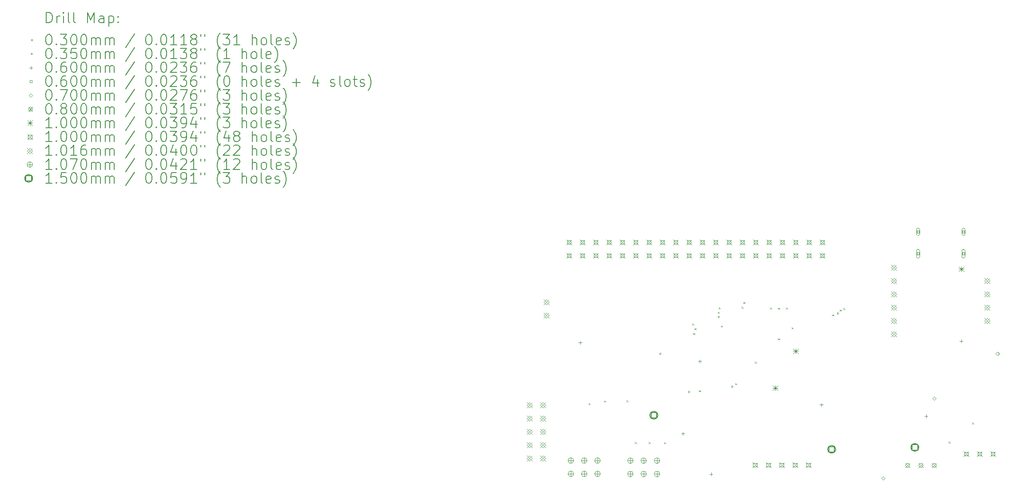
<source format=gbr>
%TF.GenerationSoftware,KiCad,Pcbnew,9.0.5*%
%TF.CreationDate,2025-10-27T17:08:35+05:30*%
%TF.ProjectId,cpm_vehicle_pcb,63706d5f-7665-4686-9963-6c655f706362,rev?*%
%TF.SameCoordinates,Original*%
%TF.FileFunction,Drillmap*%
%TF.FilePolarity,Positive*%
%FSLAX45Y45*%
G04 Gerber Fmt 4.5, Leading zero omitted, Abs format (unit mm)*
G04 Created by KiCad (PCBNEW 9.0.5) date 2025-10-27 17:08:35*
%MOMM*%
%LPD*%
G01*
G04 APERTURE LIST*
%ADD10C,0.200000*%
%ADD11C,0.100000*%
%ADD12C,0.101600*%
%ADD13C,0.107000*%
%ADD14C,0.150000*%
G04 APERTURE END LIST*
D10*
D11*
X10592000Y-7570000D02*
X10622000Y-7600000D01*
X10622000Y-7570000D02*
X10592000Y-7600000D01*
X10892000Y-7520000D02*
X10922000Y-7550000D01*
X10922000Y-7520000D02*
X10892000Y-7550000D01*
X11319000Y-7516000D02*
X11349000Y-7546000D01*
X11349000Y-7516000D02*
X11319000Y-7546000D01*
X11479000Y-8313000D02*
X11509000Y-8343000D01*
X11509000Y-8313000D02*
X11479000Y-8343000D01*
X11741000Y-8311000D02*
X11771000Y-8341000D01*
X11771000Y-8311000D02*
X11741000Y-8341000D01*
X12031500Y-8315500D02*
X12061500Y-8345500D01*
X12061500Y-8315500D02*
X12031500Y-8345500D01*
X12489000Y-7336000D02*
X12519000Y-7366000D01*
X12519000Y-7336000D02*
X12489000Y-7366000D01*
X12571000Y-6052000D02*
X12601000Y-6082000D01*
X12601000Y-6052000D02*
X12571000Y-6082000D01*
X12588000Y-6231000D02*
X12618000Y-6261000D01*
X12618000Y-6231000D02*
X12588000Y-6261000D01*
X12611000Y-6138000D02*
X12641000Y-6168000D01*
X12641000Y-6138000D02*
X12611000Y-6168000D01*
X12700000Y-7326000D02*
X12730000Y-7356000D01*
X12730000Y-7326000D02*
X12700000Y-7356000D01*
X13058000Y-5905000D02*
X13088000Y-5935000D01*
X13088000Y-5905000D02*
X13058000Y-5935000D01*
X13059000Y-5825000D02*
X13089000Y-5855000D01*
X13089000Y-5825000D02*
X13059000Y-5855000D01*
X13073000Y-5741000D02*
X13103000Y-5771000D01*
X13103000Y-5741000D02*
X13073000Y-5771000D01*
X13118000Y-6088000D02*
X13148000Y-6118000D01*
X13148000Y-6088000D02*
X13118000Y-6118000D01*
X13311000Y-7234000D02*
X13341000Y-7264000D01*
X13341000Y-7234000D02*
X13311000Y-7264000D01*
X13386000Y-7188000D02*
X13416000Y-7218000D01*
X13416000Y-7188000D02*
X13386000Y-7218000D01*
X13512000Y-5728000D02*
X13542000Y-5758000D01*
X13542000Y-5728000D02*
X13512000Y-5758000D01*
X13545000Y-5639000D02*
X13575000Y-5669000D01*
X13575000Y-5639000D02*
X13545000Y-5669000D01*
X13765000Y-6780000D02*
X13795000Y-6810000D01*
X13795000Y-6780000D02*
X13765000Y-6810000D01*
X14052000Y-5746000D02*
X14082000Y-5776000D01*
X14082000Y-5746000D02*
X14052000Y-5776000D01*
X14203000Y-6334000D02*
X14233000Y-6364000D01*
X14233000Y-6334000D02*
X14203000Y-6364000D01*
X14205000Y-5750000D02*
X14235000Y-5780000D01*
X14235000Y-5750000D02*
X14205000Y-5780000D01*
X14358000Y-5747000D02*
X14388000Y-5777000D01*
X14388000Y-5747000D02*
X14358000Y-5777000D01*
X14464000Y-6124000D02*
X14494000Y-6154000D01*
X14494000Y-6124000D02*
X14464000Y-6154000D01*
X15237352Y-5878368D02*
X15267352Y-5908368D01*
X15267352Y-5878368D02*
X15237352Y-5908368D01*
X15325000Y-5837000D02*
X15355000Y-5867000D01*
X15355000Y-5837000D02*
X15325000Y-5867000D01*
X15382000Y-5784000D02*
X15412000Y-5814000D01*
X15412000Y-5784000D02*
X15382000Y-5814000D01*
X15450013Y-5751918D02*
X15480013Y-5781918D01*
X15480013Y-5751918D02*
X15450013Y-5781918D01*
X17458000Y-8303000D02*
X17488000Y-8333000D01*
X17488000Y-8303000D02*
X17458000Y-8333000D01*
X17903000Y-7939000D02*
X17933000Y-7969000D01*
X17933000Y-7939000D02*
X17903000Y-7969000D01*
X11979500Y-6631000D02*
G75*
G02*
X11944500Y-6631000I-17500J0D01*
G01*
X11944500Y-6631000D02*
G75*
G02*
X11979500Y-6631000I17500J0D01*
G01*
X10435000Y-6385000D02*
X10435000Y-6445000D01*
X10405000Y-6415000D02*
X10465000Y-6415000D01*
X12391500Y-8121500D02*
X12391500Y-8181500D01*
X12361500Y-8151500D02*
X12421500Y-8151500D01*
X12716000Y-6740000D02*
X12716000Y-6800000D01*
X12686000Y-6770000D02*
X12746000Y-6770000D01*
X12929000Y-8896000D02*
X12929000Y-8956000D01*
X12899000Y-8926000D02*
X12959000Y-8926000D01*
X15033000Y-7570000D02*
X15033000Y-7630000D01*
X15003000Y-7600000D02*
X15063000Y-7600000D01*
X17030000Y-7788000D02*
X17030000Y-7848000D01*
X17000000Y-7818000D02*
X17060000Y-7818000D01*
X17699000Y-6356000D02*
X17699000Y-6416000D01*
X17669000Y-6386000D02*
X17729000Y-6386000D01*
X16896213Y-4321213D02*
X16896213Y-4278787D01*
X16853787Y-4278787D01*
X16853787Y-4321213D01*
X16896213Y-4321213D01*
X16905000Y-4340000D02*
X16905000Y-4260000D01*
X16845000Y-4260000D02*
G75*
G02*
X16905000Y-4260000I30000J0D01*
G01*
X16845000Y-4260000D02*
X16845000Y-4340000D01*
X16845000Y-4340000D02*
G75*
G03*
X16905000Y-4340000I30000J0D01*
G01*
X16896213Y-4739213D02*
X16896213Y-4696787D01*
X16853787Y-4696787D01*
X16853787Y-4739213D01*
X16896213Y-4739213D01*
X16905000Y-4773000D02*
X16905000Y-4663000D01*
X16845000Y-4663000D02*
G75*
G02*
X16905000Y-4663000I30000J0D01*
G01*
X16845000Y-4663000D02*
X16845000Y-4773000D01*
X16845000Y-4773000D02*
G75*
G03*
X16905000Y-4773000I30000J0D01*
G01*
X17760213Y-4321213D02*
X17760213Y-4278787D01*
X17717787Y-4278787D01*
X17717787Y-4321213D01*
X17760213Y-4321213D01*
X17769000Y-4340000D02*
X17769000Y-4260000D01*
X17709000Y-4260000D02*
G75*
G02*
X17769000Y-4260000I30000J0D01*
G01*
X17709000Y-4260000D02*
X17709000Y-4340000D01*
X17709000Y-4340000D02*
G75*
G03*
X17769000Y-4340000I30000J0D01*
G01*
X17760213Y-4739213D02*
X17760213Y-4696787D01*
X17717787Y-4696787D01*
X17717787Y-4739213D01*
X17760213Y-4739213D01*
X17769000Y-4773000D02*
X17769000Y-4663000D01*
X17709000Y-4663000D02*
G75*
G02*
X17769000Y-4663000I30000J0D01*
G01*
X17709000Y-4663000D02*
X17709000Y-4773000D01*
X17709000Y-4773000D02*
G75*
G03*
X17769000Y-4773000I30000J0D01*
G01*
X16211140Y-9037140D02*
X16246140Y-9002140D01*
X16211140Y-8967140D01*
X16176140Y-9002140D01*
X16211140Y-9037140D01*
X17184000Y-7514000D02*
X17219000Y-7479000D01*
X17184000Y-7444000D01*
X17149000Y-7479000D01*
X17184000Y-7514000D01*
X18389000Y-6657000D02*
X18424000Y-6622000D01*
X18389000Y-6587000D01*
X18354000Y-6622000D01*
X18389000Y-6657000D01*
X16636000Y-8717000D02*
X16716000Y-8797000D01*
X16716000Y-8717000D02*
X16636000Y-8797000D01*
X16716000Y-8757000D02*
G75*
G02*
X16636000Y-8757000I-40000J0D01*
G01*
X16636000Y-8757000D02*
G75*
G02*
X16716000Y-8757000I40000J0D01*
G01*
X16890000Y-8717000D02*
X16970000Y-8797000D01*
X16970000Y-8717000D02*
X16890000Y-8797000D01*
X16970000Y-8757000D02*
G75*
G02*
X16890000Y-8757000I-40000J0D01*
G01*
X16890000Y-8757000D02*
G75*
G02*
X16970000Y-8757000I40000J0D01*
G01*
X17144000Y-8717000D02*
X17224000Y-8797000D01*
X17224000Y-8717000D02*
X17144000Y-8797000D01*
X17224000Y-8757000D02*
G75*
G02*
X17144000Y-8757000I-40000J0D01*
G01*
X17144000Y-8757000D02*
G75*
G02*
X17224000Y-8757000I40000J0D01*
G01*
X14104000Y-7231000D02*
X14204000Y-7331000D01*
X14204000Y-7231000D02*
X14104000Y-7331000D01*
X14154000Y-7231000D02*
X14154000Y-7331000D01*
X14104000Y-7281000D02*
X14204000Y-7281000D01*
X14495000Y-6527000D02*
X14595000Y-6627000D01*
X14595000Y-6527000D02*
X14495000Y-6627000D01*
X14545000Y-6527000D02*
X14545000Y-6627000D01*
X14495000Y-6577000D02*
X14595000Y-6577000D01*
X17649000Y-4961000D02*
X17749000Y-5061000D01*
X17749000Y-4961000D02*
X17649000Y-5061000D01*
X17699000Y-4961000D02*
X17699000Y-5061000D01*
X17649000Y-5011000D02*
X17749000Y-5011000D01*
X10174000Y-4448000D02*
X10274000Y-4548000D01*
X10274000Y-4448000D02*
X10174000Y-4548000D01*
X10259356Y-4533356D02*
X10259356Y-4462644D01*
X10188644Y-4462644D01*
X10188644Y-4533356D01*
X10259356Y-4533356D01*
X10174000Y-4702000D02*
X10274000Y-4802000D01*
X10274000Y-4702000D02*
X10174000Y-4802000D01*
X10259356Y-4787356D02*
X10259356Y-4716644D01*
X10188644Y-4716644D01*
X10188644Y-4787356D01*
X10259356Y-4787356D01*
X10428000Y-4448000D02*
X10528000Y-4548000D01*
X10528000Y-4448000D02*
X10428000Y-4548000D01*
X10513356Y-4533356D02*
X10513356Y-4462644D01*
X10442644Y-4462644D01*
X10442644Y-4533356D01*
X10513356Y-4533356D01*
X10428000Y-4702000D02*
X10528000Y-4802000D01*
X10528000Y-4702000D02*
X10428000Y-4802000D01*
X10513356Y-4787356D02*
X10513356Y-4716644D01*
X10442644Y-4716644D01*
X10442644Y-4787356D01*
X10513356Y-4787356D01*
X10682000Y-4448000D02*
X10782000Y-4548000D01*
X10782000Y-4448000D02*
X10682000Y-4548000D01*
X10767356Y-4533356D02*
X10767356Y-4462644D01*
X10696644Y-4462644D01*
X10696644Y-4533356D01*
X10767356Y-4533356D01*
X10682000Y-4702000D02*
X10782000Y-4802000D01*
X10782000Y-4702000D02*
X10682000Y-4802000D01*
X10767356Y-4787356D02*
X10767356Y-4716644D01*
X10696644Y-4716644D01*
X10696644Y-4787356D01*
X10767356Y-4787356D01*
X10936000Y-4448000D02*
X11036000Y-4548000D01*
X11036000Y-4448000D02*
X10936000Y-4548000D01*
X11021356Y-4533356D02*
X11021356Y-4462644D01*
X10950644Y-4462644D01*
X10950644Y-4533356D01*
X11021356Y-4533356D01*
X10936000Y-4702000D02*
X11036000Y-4802000D01*
X11036000Y-4702000D02*
X10936000Y-4802000D01*
X11021356Y-4787356D02*
X11021356Y-4716644D01*
X10950644Y-4716644D01*
X10950644Y-4787356D01*
X11021356Y-4787356D01*
X11190000Y-4448000D02*
X11290000Y-4548000D01*
X11290000Y-4448000D02*
X11190000Y-4548000D01*
X11275356Y-4533356D02*
X11275356Y-4462644D01*
X11204644Y-4462644D01*
X11204644Y-4533356D01*
X11275356Y-4533356D01*
X11190000Y-4702000D02*
X11290000Y-4802000D01*
X11290000Y-4702000D02*
X11190000Y-4802000D01*
X11275356Y-4787356D02*
X11275356Y-4716644D01*
X11204644Y-4716644D01*
X11204644Y-4787356D01*
X11275356Y-4787356D01*
X11444000Y-4448000D02*
X11544000Y-4548000D01*
X11544000Y-4448000D02*
X11444000Y-4548000D01*
X11529356Y-4533356D02*
X11529356Y-4462644D01*
X11458644Y-4462644D01*
X11458644Y-4533356D01*
X11529356Y-4533356D01*
X11444000Y-4702000D02*
X11544000Y-4802000D01*
X11544000Y-4702000D02*
X11444000Y-4802000D01*
X11529356Y-4787356D02*
X11529356Y-4716644D01*
X11458644Y-4716644D01*
X11458644Y-4787356D01*
X11529356Y-4787356D01*
X11698000Y-4448000D02*
X11798000Y-4548000D01*
X11798000Y-4448000D02*
X11698000Y-4548000D01*
X11783356Y-4533356D02*
X11783356Y-4462644D01*
X11712644Y-4462644D01*
X11712644Y-4533356D01*
X11783356Y-4533356D01*
X11698000Y-4702000D02*
X11798000Y-4802000D01*
X11798000Y-4702000D02*
X11698000Y-4802000D01*
X11783356Y-4787356D02*
X11783356Y-4716644D01*
X11712644Y-4716644D01*
X11712644Y-4787356D01*
X11783356Y-4787356D01*
X11952000Y-4448000D02*
X12052000Y-4548000D01*
X12052000Y-4448000D02*
X11952000Y-4548000D01*
X12037356Y-4533356D02*
X12037356Y-4462644D01*
X11966644Y-4462644D01*
X11966644Y-4533356D01*
X12037356Y-4533356D01*
X11952000Y-4702000D02*
X12052000Y-4802000D01*
X12052000Y-4702000D02*
X11952000Y-4802000D01*
X12037356Y-4787356D02*
X12037356Y-4716644D01*
X11966644Y-4716644D01*
X11966644Y-4787356D01*
X12037356Y-4787356D01*
X12206000Y-4448000D02*
X12306000Y-4548000D01*
X12306000Y-4448000D02*
X12206000Y-4548000D01*
X12291356Y-4533356D02*
X12291356Y-4462644D01*
X12220644Y-4462644D01*
X12220644Y-4533356D01*
X12291356Y-4533356D01*
X12206000Y-4702000D02*
X12306000Y-4802000D01*
X12306000Y-4702000D02*
X12206000Y-4802000D01*
X12291356Y-4787356D02*
X12291356Y-4716644D01*
X12220644Y-4716644D01*
X12220644Y-4787356D01*
X12291356Y-4787356D01*
X12460000Y-4448000D02*
X12560000Y-4548000D01*
X12560000Y-4448000D02*
X12460000Y-4548000D01*
X12545356Y-4533356D02*
X12545356Y-4462644D01*
X12474644Y-4462644D01*
X12474644Y-4533356D01*
X12545356Y-4533356D01*
X12460000Y-4702000D02*
X12560000Y-4802000D01*
X12560000Y-4702000D02*
X12460000Y-4802000D01*
X12545356Y-4787356D02*
X12545356Y-4716644D01*
X12474644Y-4716644D01*
X12474644Y-4787356D01*
X12545356Y-4787356D01*
X12714000Y-4448000D02*
X12814000Y-4548000D01*
X12814000Y-4448000D02*
X12714000Y-4548000D01*
X12799356Y-4533356D02*
X12799356Y-4462644D01*
X12728644Y-4462644D01*
X12728644Y-4533356D01*
X12799356Y-4533356D01*
X12714000Y-4702000D02*
X12814000Y-4802000D01*
X12814000Y-4702000D02*
X12714000Y-4802000D01*
X12799356Y-4787356D02*
X12799356Y-4716644D01*
X12728644Y-4716644D01*
X12728644Y-4787356D01*
X12799356Y-4787356D01*
X12968000Y-4448000D02*
X13068000Y-4548000D01*
X13068000Y-4448000D02*
X12968000Y-4548000D01*
X13053356Y-4533356D02*
X13053356Y-4462644D01*
X12982644Y-4462644D01*
X12982644Y-4533356D01*
X13053356Y-4533356D01*
X12968000Y-4702000D02*
X13068000Y-4802000D01*
X13068000Y-4702000D02*
X12968000Y-4802000D01*
X13053356Y-4787356D02*
X13053356Y-4716644D01*
X12982644Y-4716644D01*
X12982644Y-4787356D01*
X13053356Y-4787356D01*
X13222000Y-4448000D02*
X13322000Y-4548000D01*
X13322000Y-4448000D02*
X13222000Y-4548000D01*
X13307356Y-4533356D02*
X13307356Y-4462644D01*
X13236644Y-4462644D01*
X13236644Y-4533356D01*
X13307356Y-4533356D01*
X13222000Y-4702000D02*
X13322000Y-4802000D01*
X13322000Y-4702000D02*
X13222000Y-4802000D01*
X13307356Y-4787356D02*
X13307356Y-4716644D01*
X13236644Y-4716644D01*
X13236644Y-4787356D01*
X13307356Y-4787356D01*
X13476000Y-4448000D02*
X13576000Y-4548000D01*
X13576000Y-4448000D02*
X13476000Y-4548000D01*
X13561356Y-4533356D02*
X13561356Y-4462644D01*
X13490644Y-4462644D01*
X13490644Y-4533356D01*
X13561356Y-4533356D01*
X13476000Y-4702000D02*
X13576000Y-4802000D01*
X13576000Y-4702000D02*
X13476000Y-4802000D01*
X13561356Y-4787356D02*
X13561356Y-4716644D01*
X13490644Y-4716644D01*
X13490644Y-4787356D01*
X13561356Y-4787356D01*
X13718250Y-8697500D02*
X13818250Y-8797500D01*
X13818250Y-8697500D02*
X13718250Y-8797500D01*
X13803606Y-8782856D02*
X13803606Y-8712144D01*
X13732894Y-8712144D01*
X13732894Y-8782856D01*
X13803606Y-8782856D01*
X13730000Y-4448000D02*
X13830000Y-4548000D01*
X13830000Y-4448000D02*
X13730000Y-4548000D01*
X13815356Y-4533356D02*
X13815356Y-4462644D01*
X13744644Y-4462644D01*
X13744644Y-4533356D01*
X13815356Y-4533356D01*
X13730000Y-4702000D02*
X13830000Y-4802000D01*
X13830000Y-4702000D02*
X13730000Y-4802000D01*
X13815356Y-4787356D02*
X13815356Y-4716644D01*
X13744644Y-4716644D01*
X13744644Y-4787356D01*
X13815356Y-4787356D01*
X13972250Y-8697500D02*
X14072250Y-8797500D01*
X14072250Y-8697500D02*
X13972250Y-8797500D01*
X14057606Y-8782856D02*
X14057606Y-8712144D01*
X13986894Y-8712144D01*
X13986894Y-8782856D01*
X14057606Y-8782856D01*
X13984000Y-4448000D02*
X14084000Y-4548000D01*
X14084000Y-4448000D02*
X13984000Y-4548000D01*
X14069356Y-4533356D02*
X14069356Y-4462644D01*
X13998644Y-4462644D01*
X13998644Y-4533356D01*
X14069356Y-4533356D01*
X13984000Y-4702000D02*
X14084000Y-4802000D01*
X14084000Y-4702000D02*
X13984000Y-4802000D01*
X14069356Y-4787356D02*
X14069356Y-4716644D01*
X13998644Y-4716644D01*
X13998644Y-4787356D01*
X14069356Y-4787356D01*
X14226250Y-8697500D02*
X14326250Y-8797500D01*
X14326250Y-8697500D02*
X14226250Y-8797500D01*
X14311606Y-8782856D02*
X14311606Y-8712144D01*
X14240894Y-8712144D01*
X14240894Y-8782856D01*
X14311606Y-8782856D01*
X14238000Y-4448000D02*
X14338000Y-4548000D01*
X14338000Y-4448000D02*
X14238000Y-4548000D01*
X14323356Y-4533356D02*
X14323356Y-4462644D01*
X14252644Y-4462644D01*
X14252644Y-4533356D01*
X14323356Y-4533356D01*
X14238000Y-4702000D02*
X14338000Y-4802000D01*
X14338000Y-4702000D02*
X14238000Y-4802000D01*
X14323356Y-4787356D02*
X14323356Y-4716644D01*
X14252644Y-4716644D01*
X14252644Y-4787356D01*
X14323356Y-4787356D01*
X14480250Y-8697500D02*
X14580250Y-8797500D01*
X14580250Y-8697500D02*
X14480250Y-8797500D01*
X14565606Y-8782856D02*
X14565606Y-8712144D01*
X14494894Y-8712144D01*
X14494894Y-8782856D01*
X14565606Y-8782856D01*
X14492000Y-4448000D02*
X14592000Y-4548000D01*
X14592000Y-4448000D02*
X14492000Y-4548000D01*
X14577356Y-4533356D02*
X14577356Y-4462644D01*
X14506644Y-4462644D01*
X14506644Y-4533356D01*
X14577356Y-4533356D01*
X14492000Y-4702000D02*
X14592000Y-4802000D01*
X14592000Y-4702000D02*
X14492000Y-4802000D01*
X14577356Y-4787356D02*
X14577356Y-4716644D01*
X14506644Y-4716644D01*
X14506644Y-4787356D01*
X14577356Y-4787356D01*
X14734250Y-8697500D02*
X14834250Y-8797500D01*
X14834250Y-8697500D02*
X14734250Y-8797500D01*
X14819606Y-8782856D02*
X14819606Y-8712144D01*
X14748894Y-8712144D01*
X14748894Y-8782856D01*
X14819606Y-8782856D01*
X14746000Y-4448000D02*
X14846000Y-4548000D01*
X14846000Y-4448000D02*
X14746000Y-4548000D01*
X14831356Y-4533356D02*
X14831356Y-4462644D01*
X14760644Y-4462644D01*
X14760644Y-4533356D01*
X14831356Y-4533356D01*
X14746000Y-4702000D02*
X14846000Y-4802000D01*
X14846000Y-4702000D02*
X14746000Y-4802000D01*
X14831356Y-4787356D02*
X14831356Y-4716644D01*
X14760644Y-4716644D01*
X14760644Y-4787356D01*
X14831356Y-4787356D01*
X15000000Y-4448000D02*
X15100000Y-4548000D01*
X15100000Y-4448000D02*
X15000000Y-4548000D01*
X15085356Y-4533356D02*
X15085356Y-4462644D01*
X15014644Y-4462644D01*
X15014644Y-4533356D01*
X15085356Y-4533356D01*
X15000000Y-4702000D02*
X15100000Y-4802000D01*
X15100000Y-4702000D02*
X15000000Y-4802000D01*
X15085356Y-4787356D02*
X15085356Y-4716644D01*
X15014644Y-4716644D01*
X15014644Y-4787356D01*
X15085356Y-4787356D01*
X17742000Y-8490000D02*
X17842000Y-8590000D01*
X17842000Y-8490000D02*
X17742000Y-8590000D01*
X17827356Y-8575356D02*
X17827356Y-8504644D01*
X17756644Y-8504644D01*
X17756644Y-8575356D01*
X17827356Y-8575356D01*
X17996000Y-8490000D02*
X18096000Y-8590000D01*
X18096000Y-8490000D02*
X17996000Y-8590000D01*
X18081356Y-8575356D02*
X18081356Y-8504644D01*
X18010644Y-8504644D01*
X18010644Y-8575356D01*
X18081356Y-8575356D01*
X18250000Y-8490000D02*
X18350000Y-8590000D01*
X18350000Y-8490000D02*
X18250000Y-8590000D01*
X18335356Y-8575356D02*
X18335356Y-8504644D01*
X18264644Y-8504644D01*
X18264644Y-8575356D01*
X18335356Y-8575356D01*
D12*
X9421200Y-7559200D02*
X9522800Y-7660800D01*
X9522800Y-7559200D02*
X9421200Y-7660800D01*
X9472000Y-7660800D02*
X9522800Y-7610000D01*
X9472000Y-7559200D01*
X9421200Y-7610000D01*
X9472000Y-7660800D01*
X9421200Y-7813200D02*
X9522800Y-7914800D01*
X9522800Y-7813200D02*
X9421200Y-7914800D01*
X9472000Y-7914800D02*
X9522800Y-7864000D01*
X9472000Y-7813200D01*
X9421200Y-7864000D01*
X9472000Y-7914800D01*
X9421200Y-8067200D02*
X9522800Y-8168800D01*
X9522800Y-8067200D02*
X9421200Y-8168800D01*
X9472000Y-8168800D02*
X9522800Y-8118000D01*
X9472000Y-8067200D01*
X9421200Y-8118000D01*
X9472000Y-8168800D01*
X9421200Y-8321200D02*
X9522800Y-8422800D01*
X9522800Y-8321200D02*
X9421200Y-8422800D01*
X9472000Y-8422800D02*
X9522800Y-8372000D01*
X9472000Y-8321200D01*
X9421200Y-8372000D01*
X9472000Y-8422800D01*
X9421200Y-8575200D02*
X9522800Y-8676800D01*
X9522800Y-8575200D02*
X9421200Y-8676800D01*
X9472000Y-8676800D02*
X9522800Y-8626000D01*
X9472000Y-8575200D01*
X9421200Y-8626000D01*
X9472000Y-8676800D01*
X9675200Y-7559200D02*
X9776800Y-7660800D01*
X9776800Y-7559200D02*
X9675200Y-7660800D01*
X9726000Y-7660800D02*
X9776800Y-7610000D01*
X9726000Y-7559200D01*
X9675200Y-7610000D01*
X9726000Y-7660800D01*
X9675200Y-7813200D02*
X9776800Y-7914800D01*
X9776800Y-7813200D02*
X9675200Y-7914800D01*
X9726000Y-7914800D02*
X9776800Y-7864000D01*
X9726000Y-7813200D01*
X9675200Y-7864000D01*
X9726000Y-7914800D01*
X9675200Y-8067200D02*
X9776800Y-8168800D01*
X9776800Y-8067200D02*
X9675200Y-8168800D01*
X9726000Y-8168800D02*
X9776800Y-8118000D01*
X9726000Y-8067200D01*
X9675200Y-8118000D01*
X9726000Y-8168800D01*
X9675200Y-8321200D02*
X9776800Y-8422800D01*
X9776800Y-8321200D02*
X9675200Y-8422800D01*
X9726000Y-8422800D02*
X9776800Y-8372000D01*
X9726000Y-8321200D01*
X9675200Y-8372000D01*
X9726000Y-8422800D01*
X9675200Y-8575200D02*
X9776800Y-8676800D01*
X9776800Y-8575200D02*
X9675200Y-8676800D01*
X9726000Y-8676800D02*
X9776800Y-8626000D01*
X9726000Y-8575200D01*
X9675200Y-8626000D01*
X9726000Y-8676800D01*
X9744200Y-5590200D02*
X9845800Y-5691800D01*
X9845800Y-5590200D02*
X9744200Y-5691800D01*
X9795000Y-5691800D02*
X9845800Y-5641000D01*
X9795000Y-5590200D01*
X9744200Y-5641000D01*
X9795000Y-5691800D01*
X9744200Y-5844200D02*
X9845800Y-5945800D01*
X9845800Y-5844200D02*
X9744200Y-5945800D01*
X9795000Y-5945800D02*
X9845800Y-5895000D01*
X9795000Y-5844200D01*
X9744200Y-5895000D01*
X9795000Y-5945800D01*
X16358200Y-4934200D02*
X16459800Y-5035800D01*
X16459800Y-4934200D02*
X16358200Y-5035800D01*
X16409000Y-5035800D02*
X16459800Y-4985000D01*
X16409000Y-4934200D01*
X16358200Y-4985000D01*
X16409000Y-5035800D01*
X16358200Y-5188200D02*
X16459800Y-5289800D01*
X16459800Y-5188200D02*
X16358200Y-5289800D01*
X16409000Y-5289800D02*
X16459800Y-5239000D01*
X16409000Y-5188200D01*
X16358200Y-5239000D01*
X16409000Y-5289800D01*
X16358200Y-5442200D02*
X16459800Y-5543800D01*
X16459800Y-5442200D02*
X16358200Y-5543800D01*
X16409000Y-5543800D02*
X16459800Y-5493000D01*
X16409000Y-5442200D01*
X16358200Y-5493000D01*
X16409000Y-5543800D01*
X16358200Y-5696200D02*
X16459800Y-5797800D01*
X16459800Y-5696200D02*
X16358200Y-5797800D01*
X16409000Y-5797800D02*
X16459800Y-5747000D01*
X16409000Y-5696200D01*
X16358200Y-5747000D01*
X16409000Y-5797800D01*
X16358200Y-5950200D02*
X16459800Y-6051800D01*
X16459800Y-5950200D02*
X16358200Y-6051800D01*
X16409000Y-6051800D02*
X16459800Y-6001000D01*
X16409000Y-5950200D01*
X16358200Y-6001000D01*
X16409000Y-6051800D01*
X16358200Y-6204200D02*
X16459800Y-6305800D01*
X16459800Y-6204200D02*
X16358200Y-6305800D01*
X16409000Y-6305800D02*
X16459800Y-6255000D01*
X16409000Y-6204200D01*
X16358200Y-6255000D01*
X16409000Y-6305800D01*
X18136200Y-5188200D02*
X18237800Y-5289800D01*
X18237800Y-5188200D02*
X18136200Y-5289800D01*
X18187000Y-5289800D02*
X18237800Y-5239000D01*
X18187000Y-5188200D01*
X18136200Y-5239000D01*
X18187000Y-5289800D01*
X18136200Y-5442200D02*
X18237800Y-5543800D01*
X18237800Y-5442200D02*
X18136200Y-5543800D01*
X18187000Y-5543800D02*
X18237800Y-5493000D01*
X18187000Y-5442200D01*
X18136200Y-5493000D01*
X18187000Y-5543800D01*
X18136200Y-5696200D02*
X18237800Y-5797800D01*
X18237800Y-5696200D02*
X18136200Y-5797800D01*
X18187000Y-5797800D02*
X18237800Y-5747000D01*
X18187000Y-5696200D01*
X18136200Y-5747000D01*
X18187000Y-5797800D01*
X18136200Y-5950200D02*
X18237800Y-6051800D01*
X18237800Y-5950200D02*
X18136200Y-6051800D01*
X18187000Y-6051800D02*
X18237800Y-6001000D01*
X18187000Y-5950200D01*
X18136200Y-6001000D01*
X18187000Y-6051800D01*
D13*
X10257250Y-8612000D02*
X10257250Y-8719000D01*
X10203750Y-8665500D02*
X10310750Y-8665500D01*
X10310750Y-8665500D02*
G75*
G02*
X10203750Y-8665500I-53500J0D01*
G01*
X10203750Y-8665500D02*
G75*
G02*
X10310750Y-8665500I53500J0D01*
G01*
X10257250Y-8866000D02*
X10257250Y-8973000D01*
X10203750Y-8919500D02*
X10310750Y-8919500D01*
X10310750Y-8919500D02*
G75*
G02*
X10203750Y-8919500I-53500J0D01*
G01*
X10203750Y-8919500D02*
G75*
G02*
X10310750Y-8919500I53500J0D01*
G01*
X10511250Y-8612000D02*
X10511250Y-8719000D01*
X10457750Y-8665500D02*
X10564750Y-8665500D01*
X10564750Y-8665500D02*
G75*
G02*
X10457750Y-8665500I-53500J0D01*
G01*
X10457750Y-8665500D02*
G75*
G02*
X10564750Y-8665500I53500J0D01*
G01*
X10511250Y-8866000D02*
X10511250Y-8973000D01*
X10457750Y-8919500D02*
X10564750Y-8919500D01*
X10564750Y-8919500D02*
G75*
G02*
X10457750Y-8919500I-53500J0D01*
G01*
X10457750Y-8919500D02*
G75*
G02*
X10564750Y-8919500I53500J0D01*
G01*
X10765250Y-8612000D02*
X10765250Y-8719000D01*
X10711750Y-8665500D02*
X10818750Y-8665500D01*
X10818750Y-8665500D02*
G75*
G02*
X10711750Y-8665500I-53500J0D01*
G01*
X10711750Y-8665500D02*
G75*
G02*
X10818750Y-8665500I53500J0D01*
G01*
X10765250Y-8866000D02*
X10765250Y-8973000D01*
X10711750Y-8919500D02*
X10818750Y-8919500D01*
X10818750Y-8919500D02*
G75*
G02*
X10711750Y-8919500I-53500J0D01*
G01*
X10711750Y-8919500D02*
G75*
G02*
X10818750Y-8919500I53500J0D01*
G01*
X11390250Y-8613000D02*
X11390250Y-8720000D01*
X11336750Y-8666500D02*
X11443750Y-8666500D01*
X11443750Y-8666500D02*
G75*
G02*
X11336750Y-8666500I-53500J0D01*
G01*
X11336750Y-8666500D02*
G75*
G02*
X11443750Y-8666500I53500J0D01*
G01*
X11390250Y-8867000D02*
X11390250Y-8974000D01*
X11336750Y-8920500D02*
X11443750Y-8920500D01*
X11443750Y-8920500D02*
G75*
G02*
X11336750Y-8920500I-53500J0D01*
G01*
X11336750Y-8920500D02*
G75*
G02*
X11443750Y-8920500I53500J0D01*
G01*
X11644250Y-8613000D02*
X11644250Y-8720000D01*
X11590750Y-8666500D02*
X11697750Y-8666500D01*
X11697750Y-8666500D02*
G75*
G02*
X11590750Y-8666500I-53500J0D01*
G01*
X11590750Y-8666500D02*
G75*
G02*
X11697750Y-8666500I53500J0D01*
G01*
X11644250Y-8867000D02*
X11644250Y-8974000D01*
X11590750Y-8920500D02*
X11697750Y-8920500D01*
X11697750Y-8920500D02*
G75*
G02*
X11590750Y-8920500I-53500J0D01*
G01*
X11590750Y-8920500D02*
G75*
G02*
X11697750Y-8920500I53500J0D01*
G01*
X11898250Y-8613000D02*
X11898250Y-8720000D01*
X11844750Y-8666500D02*
X11951750Y-8666500D01*
X11951750Y-8666500D02*
G75*
G02*
X11844750Y-8666500I-53500J0D01*
G01*
X11844750Y-8666500D02*
G75*
G02*
X11951750Y-8666500I53500J0D01*
G01*
X11898250Y-8867000D02*
X11898250Y-8974000D01*
X11844750Y-8920500D02*
X11951750Y-8920500D01*
X11951750Y-8920500D02*
G75*
G02*
X11844750Y-8920500I-53500J0D01*
G01*
X11844750Y-8920500D02*
G75*
G02*
X11951750Y-8920500I53500J0D01*
G01*
D14*
X11892033Y-7854033D02*
X11892033Y-7747966D01*
X11785966Y-7747966D01*
X11785966Y-7854033D01*
X11892033Y-7854033D01*
X11914000Y-7801000D02*
G75*
G02*
X11764000Y-7801000I-75000J0D01*
G01*
X11764000Y-7801000D02*
G75*
G02*
X11914000Y-7801000I75000J0D01*
G01*
X15281033Y-8504034D02*
X15281033Y-8397967D01*
X15174966Y-8397967D01*
X15174966Y-8504034D01*
X15281033Y-8504034D01*
X15303000Y-8451000D02*
G75*
G02*
X15153000Y-8451000I-75000J0D01*
G01*
X15153000Y-8451000D02*
G75*
G02*
X15303000Y-8451000I75000J0D01*
G01*
X16866034Y-8466034D02*
X16866034Y-8359966D01*
X16759966Y-8359966D01*
X16759966Y-8466034D01*
X16866034Y-8466034D01*
X16888000Y-8413000D02*
G75*
G02*
X16738000Y-8413000I-75000J0D01*
G01*
X16738000Y-8413000D02*
G75*
G02*
X16888000Y-8413000I75000J0D01*
G01*
D10*
X260777Y-311484D02*
X260777Y-111484D01*
X260777Y-111484D02*
X308396Y-111484D01*
X308396Y-111484D02*
X336967Y-121008D01*
X336967Y-121008D02*
X356015Y-140055D01*
X356015Y-140055D02*
X365539Y-159103D01*
X365539Y-159103D02*
X375062Y-197198D01*
X375062Y-197198D02*
X375062Y-225769D01*
X375062Y-225769D02*
X365539Y-263865D01*
X365539Y-263865D02*
X356015Y-282912D01*
X356015Y-282912D02*
X336967Y-301960D01*
X336967Y-301960D02*
X308396Y-311484D01*
X308396Y-311484D02*
X260777Y-311484D01*
X460777Y-311484D02*
X460777Y-178150D01*
X460777Y-216246D02*
X470301Y-197198D01*
X470301Y-197198D02*
X479824Y-187674D01*
X479824Y-187674D02*
X498872Y-178150D01*
X498872Y-178150D02*
X517920Y-178150D01*
X584586Y-311484D02*
X584586Y-178150D01*
X584586Y-111484D02*
X575063Y-121008D01*
X575063Y-121008D02*
X584586Y-130531D01*
X584586Y-130531D02*
X594110Y-121008D01*
X594110Y-121008D02*
X584586Y-111484D01*
X584586Y-111484D02*
X584586Y-130531D01*
X708396Y-311484D02*
X689348Y-301960D01*
X689348Y-301960D02*
X679824Y-282912D01*
X679824Y-282912D02*
X679824Y-111484D01*
X813158Y-311484D02*
X794110Y-301960D01*
X794110Y-301960D02*
X784586Y-282912D01*
X784586Y-282912D02*
X784586Y-111484D01*
X1041729Y-311484D02*
X1041729Y-111484D01*
X1041729Y-111484D02*
X1108396Y-254341D01*
X1108396Y-254341D02*
X1175063Y-111484D01*
X1175063Y-111484D02*
X1175063Y-311484D01*
X1356015Y-311484D02*
X1356015Y-206722D01*
X1356015Y-206722D02*
X1346491Y-187674D01*
X1346491Y-187674D02*
X1327444Y-178150D01*
X1327444Y-178150D02*
X1289348Y-178150D01*
X1289348Y-178150D02*
X1270301Y-187674D01*
X1356015Y-301960D02*
X1336967Y-311484D01*
X1336967Y-311484D02*
X1289348Y-311484D01*
X1289348Y-311484D02*
X1270301Y-301960D01*
X1270301Y-301960D02*
X1260777Y-282912D01*
X1260777Y-282912D02*
X1260777Y-263865D01*
X1260777Y-263865D02*
X1270301Y-244817D01*
X1270301Y-244817D02*
X1289348Y-235293D01*
X1289348Y-235293D02*
X1336967Y-235293D01*
X1336967Y-235293D02*
X1356015Y-225769D01*
X1451253Y-178150D02*
X1451253Y-378150D01*
X1451253Y-187674D02*
X1470301Y-178150D01*
X1470301Y-178150D02*
X1508396Y-178150D01*
X1508396Y-178150D02*
X1527443Y-187674D01*
X1527443Y-187674D02*
X1536967Y-197198D01*
X1536967Y-197198D02*
X1546491Y-216246D01*
X1546491Y-216246D02*
X1546491Y-273389D01*
X1546491Y-273389D02*
X1536967Y-292436D01*
X1536967Y-292436D02*
X1527443Y-301960D01*
X1527443Y-301960D02*
X1508396Y-311484D01*
X1508396Y-311484D02*
X1470301Y-311484D01*
X1470301Y-311484D02*
X1451253Y-301960D01*
X1632205Y-292436D02*
X1641729Y-301960D01*
X1641729Y-301960D02*
X1632205Y-311484D01*
X1632205Y-311484D02*
X1622682Y-301960D01*
X1622682Y-301960D02*
X1632205Y-292436D01*
X1632205Y-292436D02*
X1632205Y-311484D01*
X1632205Y-187674D02*
X1641729Y-197198D01*
X1641729Y-197198D02*
X1632205Y-206722D01*
X1632205Y-206722D02*
X1622682Y-197198D01*
X1622682Y-197198D02*
X1632205Y-187674D01*
X1632205Y-187674D02*
X1632205Y-206722D01*
D11*
X-30000Y-625000D02*
X0Y-655000D01*
X0Y-625000D02*
X-30000Y-655000D01*
D10*
X298872Y-531484D02*
X317920Y-531484D01*
X317920Y-531484D02*
X336967Y-541008D01*
X336967Y-541008D02*
X346491Y-550531D01*
X346491Y-550531D02*
X356015Y-569579D01*
X356015Y-569579D02*
X365539Y-607674D01*
X365539Y-607674D02*
X365539Y-655293D01*
X365539Y-655293D02*
X356015Y-693389D01*
X356015Y-693389D02*
X346491Y-712436D01*
X346491Y-712436D02*
X336967Y-721960D01*
X336967Y-721960D02*
X317920Y-731484D01*
X317920Y-731484D02*
X298872Y-731484D01*
X298872Y-731484D02*
X279824Y-721960D01*
X279824Y-721960D02*
X270301Y-712436D01*
X270301Y-712436D02*
X260777Y-693389D01*
X260777Y-693389D02*
X251253Y-655293D01*
X251253Y-655293D02*
X251253Y-607674D01*
X251253Y-607674D02*
X260777Y-569579D01*
X260777Y-569579D02*
X270301Y-550531D01*
X270301Y-550531D02*
X279824Y-541008D01*
X279824Y-541008D02*
X298872Y-531484D01*
X451253Y-712436D02*
X460777Y-721960D01*
X460777Y-721960D02*
X451253Y-731484D01*
X451253Y-731484D02*
X441729Y-721960D01*
X441729Y-721960D02*
X451253Y-712436D01*
X451253Y-712436D02*
X451253Y-731484D01*
X527444Y-531484D02*
X651253Y-531484D01*
X651253Y-531484D02*
X584586Y-607674D01*
X584586Y-607674D02*
X613158Y-607674D01*
X613158Y-607674D02*
X632205Y-617198D01*
X632205Y-617198D02*
X641729Y-626722D01*
X641729Y-626722D02*
X651253Y-645770D01*
X651253Y-645770D02*
X651253Y-693389D01*
X651253Y-693389D02*
X641729Y-712436D01*
X641729Y-712436D02*
X632205Y-721960D01*
X632205Y-721960D02*
X613158Y-731484D01*
X613158Y-731484D02*
X556015Y-731484D01*
X556015Y-731484D02*
X536967Y-721960D01*
X536967Y-721960D02*
X527444Y-712436D01*
X775062Y-531484D02*
X794110Y-531484D01*
X794110Y-531484D02*
X813158Y-541008D01*
X813158Y-541008D02*
X822682Y-550531D01*
X822682Y-550531D02*
X832205Y-569579D01*
X832205Y-569579D02*
X841729Y-607674D01*
X841729Y-607674D02*
X841729Y-655293D01*
X841729Y-655293D02*
X832205Y-693389D01*
X832205Y-693389D02*
X822682Y-712436D01*
X822682Y-712436D02*
X813158Y-721960D01*
X813158Y-721960D02*
X794110Y-731484D01*
X794110Y-731484D02*
X775062Y-731484D01*
X775062Y-731484D02*
X756015Y-721960D01*
X756015Y-721960D02*
X746491Y-712436D01*
X746491Y-712436D02*
X736967Y-693389D01*
X736967Y-693389D02*
X727443Y-655293D01*
X727443Y-655293D02*
X727443Y-607674D01*
X727443Y-607674D02*
X736967Y-569579D01*
X736967Y-569579D02*
X746491Y-550531D01*
X746491Y-550531D02*
X756015Y-541008D01*
X756015Y-541008D02*
X775062Y-531484D01*
X965539Y-531484D02*
X984586Y-531484D01*
X984586Y-531484D02*
X1003634Y-541008D01*
X1003634Y-541008D02*
X1013158Y-550531D01*
X1013158Y-550531D02*
X1022682Y-569579D01*
X1022682Y-569579D02*
X1032205Y-607674D01*
X1032205Y-607674D02*
X1032205Y-655293D01*
X1032205Y-655293D02*
X1022682Y-693389D01*
X1022682Y-693389D02*
X1013158Y-712436D01*
X1013158Y-712436D02*
X1003634Y-721960D01*
X1003634Y-721960D02*
X984586Y-731484D01*
X984586Y-731484D02*
X965539Y-731484D01*
X965539Y-731484D02*
X946491Y-721960D01*
X946491Y-721960D02*
X936967Y-712436D01*
X936967Y-712436D02*
X927443Y-693389D01*
X927443Y-693389D02*
X917920Y-655293D01*
X917920Y-655293D02*
X917920Y-607674D01*
X917920Y-607674D02*
X927443Y-569579D01*
X927443Y-569579D02*
X936967Y-550531D01*
X936967Y-550531D02*
X946491Y-541008D01*
X946491Y-541008D02*
X965539Y-531484D01*
X1117920Y-731484D02*
X1117920Y-598150D01*
X1117920Y-617198D02*
X1127444Y-607674D01*
X1127444Y-607674D02*
X1146491Y-598150D01*
X1146491Y-598150D02*
X1175063Y-598150D01*
X1175063Y-598150D02*
X1194110Y-607674D01*
X1194110Y-607674D02*
X1203634Y-626722D01*
X1203634Y-626722D02*
X1203634Y-731484D01*
X1203634Y-626722D02*
X1213158Y-607674D01*
X1213158Y-607674D02*
X1232205Y-598150D01*
X1232205Y-598150D02*
X1260777Y-598150D01*
X1260777Y-598150D02*
X1279825Y-607674D01*
X1279825Y-607674D02*
X1289348Y-626722D01*
X1289348Y-626722D02*
X1289348Y-731484D01*
X1384586Y-731484D02*
X1384586Y-598150D01*
X1384586Y-617198D02*
X1394110Y-607674D01*
X1394110Y-607674D02*
X1413158Y-598150D01*
X1413158Y-598150D02*
X1441729Y-598150D01*
X1441729Y-598150D02*
X1460777Y-607674D01*
X1460777Y-607674D02*
X1470301Y-626722D01*
X1470301Y-626722D02*
X1470301Y-731484D01*
X1470301Y-626722D02*
X1479824Y-607674D01*
X1479824Y-607674D02*
X1498872Y-598150D01*
X1498872Y-598150D02*
X1527443Y-598150D01*
X1527443Y-598150D02*
X1546491Y-607674D01*
X1546491Y-607674D02*
X1556015Y-626722D01*
X1556015Y-626722D02*
X1556015Y-731484D01*
X1946491Y-521960D02*
X1775063Y-779103D01*
X2203634Y-531484D02*
X2222682Y-531484D01*
X2222682Y-531484D02*
X2241729Y-541008D01*
X2241729Y-541008D02*
X2251253Y-550531D01*
X2251253Y-550531D02*
X2260777Y-569579D01*
X2260777Y-569579D02*
X2270301Y-607674D01*
X2270301Y-607674D02*
X2270301Y-655293D01*
X2270301Y-655293D02*
X2260777Y-693389D01*
X2260777Y-693389D02*
X2251253Y-712436D01*
X2251253Y-712436D02*
X2241729Y-721960D01*
X2241729Y-721960D02*
X2222682Y-731484D01*
X2222682Y-731484D02*
X2203634Y-731484D01*
X2203634Y-731484D02*
X2184587Y-721960D01*
X2184587Y-721960D02*
X2175063Y-712436D01*
X2175063Y-712436D02*
X2165539Y-693389D01*
X2165539Y-693389D02*
X2156015Y-655293D01*
X2156015Y-655293D02*
X2156015Y-607674D01*
X2156015Y-607674D02*
X2165539Y-569579D01*
X2165539Y-569579D02*
X2175063Y-550531D01*
X2175063Y-550531D02*
X2184587Y-541008D01*
X2184587Y-541008D02*
X2203634Y-531484D01*
X2356015Y-712436D02*
X2365539Y-721960D01*
X2365539Y-721960D02*
X2356015Y-731484D01*
X2356015Y-731484D02*
X2346491Y-721960D01*
X2346491Y-721960D02*
X2356015Y-712436D01*
X2356015Y-712436D02*
X2356015Y-731484D01*
X2489348Y-531484D02*
X2508396Y-531484D01*
X2508396Y-531484D02*
X2527444Y-541008D01*
X2527444Y-541008D02*
X2536968Y-550531D01*
X2536968Y-550531D02*
X2546491Y-569579D01*
X2546491Y-569579D02*
X2556015Y-607674D01*
X2556015Y-607674D02*
X2556015Y-655293D01*
X2556015Y-655293D02*
X2546491Y-693389D01*
X2546491Y-693389D02*
X2536968Y-712436D01*
X2536968Y-712436D02*
X2527444Y-721960D01*
X2527444Y-721960D02*
X2508396Y-731484D01*
X2508396Y-731484D02*
X2489348Y-731484D01*
X2489348Y-731484D02*
X2470301Y-721960D01*
X2470301Y-721960D02*
X2460777Y-712436D01*
X2460777Y-712436D02*
X2451253Y-693389D01*
X2451253Y-693389D02*
X2441729Y-655293D01*
X2441729Y-655293D02*
X2441729Y-607674D01*
X2441729Y-607674D02*
X2451253Y-569579D01*
X2451253Y-569579D02*
X2460777Y-550531D01*
X2460777Y-550531D02*
X2470301Y-541008D01*
X2470301Y-541008D02*
X2489348Y-531484D01*
X2746491Y-731484D02*
X2632206Y-731484D01*
X2689348Y-731484D02*
X2689348Y-531484D01*
X2689348Y-531484D02*
X2670301Y-560055D01*
X2670301Y-560055D02*
X2651253Y-579103D01*
X2651253Y-579103D02*
X2632206Y-588627D01*
X2936967Y-731484D02*
X2822682Y-731484D01*
X2879825Y-731484D02*
X2879825Y-531484D01*
X2879825Y-531484D02*
X2860777Y-560055D01*
X2860777Y-560055D02*
X2841729Y-579103D01*
X2841729Y-579103D02*
X2822682Y-588627D01*
X3051253Y-617198D02*
X3032206Y-607674D01*
X3032206Y-607674D02*
X3022682Y-598150D01*
X3022682Y-598150D02*
X3013158Y-579103D01*
X3013158Y-579103D02*
X3013158Y-569579D01*
X3013158Y-569579D02*
X3022682Y-550531D01*
X3022682Y-550531D02*
X3032206Y-541008D01*
X3032206Y-541008D02*
X3051253Y-531484D01*
X3051253Y-531484D02*
X3089348Y-531484D01*
X3089348Y-531484D02*
X3108396Y-541008D01*
X3108396Y-541008D02*
X3117920Y-550531D01*
X3117920Y-550531D02*
X3127444Y-569579D01*
X3127444Y-569579D02*
X3127444Y-579103D01*
X3127444Y-579103D02*
X3117920Y-598150D01*
X3117920Y-598150D02*
X3108396Y-607674D01*
X3108396Y-607674D02*
X3089348Y-617198D01*
X3089348Y-617198D02*
X3051253Y-617198D01*
X3051253Y-617198D02*
X3032206Y-626722D01*
X3032206Y-626722D02*
X3022682Y-636246D01*
X3022682Y-636246D02*
X3013158Y-655293D01*
X3013158Y-655293D02*
X3013158Y-693389D01*
X3013158Y-693389D02*
X3022682Y-712436D01*
X3022682Y-712436D02*
X3032206Y-721960D01*
X3032206Y-721960D02*
X3051253Y-731484D01*
X3051253Y-731484D02*
X3089348Y-731484D01*
X3089348Y-731484D02*
X3108396Y-721960D01*
X3108396Y-721960D02*
X3117920Y-712436D01*
X3117920Y-712436D02*
X3127444Y-693389D01*
X3127444Y-693389D02*
X3127444Y-655293D01*
X3127444Y-655293D02*
X3117920Y-636246D01*
X3117920Y-636246D02*
X3108396Y-626722D01*
X3108396Y-626722D02*
X3089348Y-617198D01*
X3203634Y-531484D02*
X3203634Y-569579D01*
X3279825Y-531484D02*
X3279825Y-569579D01*
X3575063Y-807674D02*
X3565539Y-798150D01*
X3565539Y-798150D02*
X3546491Y-769579D01*
X3546491Y-769579D02*
X3536968Y-750531D01*
X3536968Y-750531D02*
X3527444Y-721960D01*
X3527444Y-721960D02*
X3517920Y-674341D01*
X3517920Y-674341D02*
X3517920Y-636246D01*
X3517920Y-636246D02*
X3527444Y-588627D01*
X3527444Y-588627D02*
X3536968Y-560055D01*
X3536968Y-560055D02*
X3546491Y-541008D01*
X3546491Y-541008D02*
X3565539Y-512436D01*
X3565539Y-512436D02*
X3575063Y-502912D01*
X3632206Y-531484D02*
X3756015Y-531484D01*
X3756015Y-531484D02*
X3689348Y-607674D01*
X3689348Y-607674D02*
X3717920Y-607674D01*
X3717920Y-607674D02*
X3736968Y-617198D01*
X3736968Y-617198D02*
X3746491Y-626722D01*
X3746491Y-626722D02*
X3756015Y-645770D01*
X3756015Y-645770D02*
X3756015Y-693389D01*
X3756015Y-693389D02*
X3746491Y-712436D01*
X3746491Y-712436D02*
X3736968Y-721960D01*
X3736968Y-721960D02*
X3717920Y-731484D01*
X3717920Y-731484D02*
X3660777Y-731484D01*
X3660777Y-731484D02*
X3641729Y-721960D01*
X3641729Y-721960D02*
X3632206Y-712436D01*
X3946491Y-731484D02*
X3832206Y-731484D01*
X3889348Y-731484D02*
X3889348Y-531484D01*
X3889348Y-531484D02*
X3870301Y-560055D01*
X3870301Y-560055D02*
X3851253Y-579103D01*
X3851253Y-579103D02*
X3832206Y-588627D01*
X4184587Y-731484D02*
X4184587Y-531484D01*
X4270301Y-731484D02*
X4270301Y-626722D01*
X4270301Y-626722D02*
X4260777Y-607674D01*
X4260777Y-607674D02*
X4241730Y-598150D01*
X4241730Y-598150D02*
X4213158Y-598150D01*
X4213158Y-598150D02*
X4194110Y-607674D01*
X4194110Y-607674D02*
X4184587Y-617198D01*
X4394111Y-731484D02*
X4375063Y-721960D01*
X4375063Y-721960D02*
X4365539Y-712436D01*
X4365539Y-712436D02*
X4356015Y-693389D01*
X4356015Y-693389D02*
X4356015Y-636246D01*
X4356015Y-636246D02*
X4365539Y-617198D01*
X4365539Y-617198D02*
X4375063Y-607674D01*
X4375063Y-607674D02*
X4394111Y-598150D01*
X4394111Y-598150D02*
X4422682Y-598150D01*
X4422682Y-598150D02*
X4441730Y-607674D01*
X4441730Y-607674D02*
X4451253Y-617198D01*
X4451253Y-617198D02*
X4460777Y-636246D01*
X4460777Y-636246D02*
X4460777Y-693389D01*
X4460777Y-693389D02*
X4451253Y-712436D01*
X4451253Y-712436D02*
X4441730Y-721960D01*
X4441730Y-721960D02*
X4422682Y-731484D01*
X4422682Y-731484D02*
X4394111Y-731484D01*
X4575063Y-731484D02*
X4556015Y-721960D01*
X4556015Y-721960D02*
X4546492Y-702912D01*
X4546492Y-702912D02*
X4546492Y-531484D01*
X4727444Y-721960D02*
X4708396Y-731484D01*
X4708396Y-731484D02*
X4670301Y-731484D01*
X4670301Y-731484D02*
X4651253Y-721960D01*
X4651253Y-721960D02*
X4641730Y-702912D01*
X4641730Y-702912D02*
X4641730Y-626722D01*
X4641730Y-626722D02*
X4651253Y-607674D01*
X4651253Y-607674D02*
X4670301Y-598150D01*
X4670301Y-598150D02*
X4708396Y-598150D01*
X4708396Y-598150D02*
X4727444Y-607674D01*
X4727444Y-607674D02*
X4736968Y-626722D01*
X4736968Y-626722D02*
X4736968Y-645770D01*
X4736968Y-645770D02*
X4641730Y-664817D01*
X4813158Y-721960D02*
X4832206Y-731484D01*
X4832206Y-731484D02*
X4870301Y-731484D01*
X4870301Y-731484D02*
X4889349Y-721960D01*
X4889349Y-721960D02*
X4898873Y-702912D01*
X4898873Y-702912D02*
X4898873Y-693389D01*
X4898873Y-693389D02*
X4889349Y-674341D01*
X4889349Y-674341D02*
X4870301Y-664817D01*
X4870301Y-664817D02*
X4841730Y-664817D01*
X4841730Y-664817D02*
X4822682Y-655293D01*
X4822682Y-655293D02*
X4813158Y-636246D01*
X4813158Y-636246D02*
X4813158Y-626722D01*
X4813158Y-626722D02*
X4822682Y-607674D01*
X4822682Y-607674D02*
X4841730Y-598150D01*
X4841730Y-598150D02*
X4870301Y-598150D01*
X4870301Y-598150D02*
X4889349Y-607674D01*
X4965539Y-807674D02*
X4975063Y-798150D01*
X4975063Y-798150D02*
X4994111Y-769579D01*
X4994111Y-769579D02*
X5003634Y-750531D01*
X5003634Y-750531D02*
X5013158Y-721960D01*
X5013158Y-721960D02*
X5022682Y-674341D01*
X5022682Y-674341D02*
X5022682Y-636246D01*
X5022682Y-636246D02*
X5013158Y-588627D01*
X5013158Y-588627D02*
X5003634Y-560055D01*
X5003634Y-560055D02*
X4994111Y-541008D01*
X4994111Y-541008D02*
X4975063Y-512436D01*
X4975063Y-512436D02*
X4965539Y-502912D01*
D11*
X0Y-904000D02*
G75*
G02*
X-35000Y-904000I-17500J0D01*
G01*
X-35000Y-904000D02*
G75*
G02*
X0Y-904000I17500J0D01*
G01*
D10*
X298872Y-795484D02*
X317920Y-795484D01*
X317920Y-795484D02*
X336967Y-805008D01*
X336967Y-805008D02*
X346491Y-814531D01*
X346491Y-814531D02*
X356015Y-833579D01*
X356015Y-833579D02*
X365539Y-871674D01*
X365539Y-871674D02*
X365539Y-919293D01*
X365539Y-919293D02*
X356015Y-957388D01*
X356015Y-957388D02*
X346491Y-976436D01*
X346491Y-976436D02*
X336967Y-985960D01*
X336967Y-985960D02*
X317920Y-995484D01*
X317920Y-995484D02*
X298872Y-995484D01*
X298872Y-995484D02*
X279824Y-985960D01*
X279824Y-985960D02*
X270301Y-976436D01*
X270301Y-976436D02*
X260777Y-957388D01*
X260777Y-957388D02*
X251253Y-919293D01*
X251253Y-919293D02*
X251253Y-871674D01*
X251253Y-871674D02*
X260777Y-833579D01*
X260777Y-833579D02*
X270301Y-814531D01*
X270301Y-814531D02*
X279824Y-805008D01*
X279824Y-805008D02*
X298872Y-795484D01*
X451253Y-976436D02*
X460777Y-985960D01*
X460777Y-985960D02*
X451253Y-995484D01*
X451253Y-995484D02*
X441729Y-985960D01*
X441729Y-985960D02*
X451253Y-976436D01*
X451253Y-976436D02*
X451253Y-995484D01*
X527444Y-795484D02*
X651253Y-795484D01*
X651253Y-795484D02*
X584586Y-871674D01*
X584586Y-871674D02*
X613158Y-871674D01*
X613158Y-871674D02*
X632205Y-881198D01*
X632205Y-881198D02*
X641729Y-890722D01*
X641729Y-890722D02*
X651253Y-909769D01*
X651253Y-909769D02*
X651253Y-957388D01*
X651253Y-957388D02*
X641729Y-976436D01*
X641729Y-976436D02*
X632205Y-985960D01*
X632205Y-985960D02*
X613158Y-995484D01*
X613158Y-995484D02*
X556015Y-995484D01*
X556015Y-995484D02*
X536967Y-985960D01*
X536967Y-985960D02*
X527444Y-976436D01*
X832205Y-795484D02*
X736967Y-795484D01*
X736967Y-795484D02*
X727443Y-890722D01*
X727443Y-890722D02*
X736967Y-881198D01*
X736967Y-881198D02*
X756015Y-871674D01*
X756015Y-871674D02*
X803634Y-871674D01*
X803634Y-871674D02*
X822682Y-881198D01*
X822682Y-881198D02*
X832205Y-890722D01*
X832205Y-890722D02*
X841729Y-909769D01*
X841729Y-909769D02*
X841729Y-957388D01*
X841729Y-957388D02*
X832205Y-976436D01*
X832205Y-976436D02*
X822682Y-985960D01*
X822682Y-985960D02*
X803634Y-995484D01*
X803634Y-995484D02*
X756015Y-995484D01*
X756015Y-995484D02*
X736967Y-985960D01*
X736967Y-985960D02*
X727443Y-976436D01*
X965539Y-795484D02*
X984586Y-795484D01*
X984586Y-795484D02*
X1003634Y-805008D01*
X1003634Y-805008D02*
X1013158Y-814531D01*
X1013158Y-814531D02*
X1022682Y-833579D01*
X1022682Y-833579D02*
X1032205Y-871674D01*
X1032205Y-871674D02*
X1032205Y-919293D01*
X1032205Y-919293D02*
X1022682Y-957388D01*
X1022682Y-957388D02*
X1013158Y-976436D01*
X1013158Y-976436D02*
X1003634Y-985960D01*
X1003634Y-985960D02*
X984586Y-995484D01*
X984586Y-995484D02*
X965539Y-995484D01*
X965539Y-995484D02*
X946491Y-985960D01*
X946491Y-985960D02*
X936967Y-976436D01*
X936967Y-976436D02*
X927443Y-957388D01*
X927443Y-957388D02*
X917920Y-919293D01*
X917920Y-919293D02*
X917920Y-871674D01*
X917920Y-871674D02*
X927443Y-833579D01*
X927443Y-833579D02*
X936967Y-814531D01*
X936967Y-814531D02*
X946491Y-805008D01*
X946491Y-805008D02*
X965539Y-795484D01*
X1117920Y-995484D02*
X1117920Y-862150D01*
X1117920Y-881198D02*
X1127444Y-871674D01*
X1127444Y-871674D02*
X1146491Y-862150D01*
X1146491Y-862150D02*
X1175063Y-862150D01*
X1175063Y-862150D02*
X1194110Y-871674D01*
X1194110Y-871674D02*
X1203634Y-890722D01*
X1203634Y-890722D02*
X1203634Y-995484D01*
X1203634Y-890722D02*
X1213158Y-871674D01*
X1213158Y-871674D02*
X1232205Y-862150D01*
X1232205Y-862150D02*
X1260777Y-862150D01*
X1260777Y-862150D02*
X1279825Y-871674D01*
X1279825Y-871674D02*
X1289348Y-890722D01*
X1289348Y-890722D02*
X1289348Y-995484D01*
X1384586Y-995484D02*
X1384586Y-862150D01*
X1384586Y-881198D02*
X1394110Y-871674D01*
X1394110Y-871674D02*
X1413158Y-862150D01*
X1413158Y-862150D02*
X1441729Y-862150D01*
X1441729Y-862150D02*
X1460777Y-871674D01*
X1460777Y-871674D02*
X1470301Y-890722D01*
X1470301Y-890722D02*
X1470301Y-995484D01*
X1470301Y-890722D02*
X1479824Y-871674D01*
X1479824Y-871674D02*
X1498872Y-862150D01*
X1498872Y-862150D02*
X1527443Y-862150D01*
X1527443Y-862150D02*
X1546491Y-871674D01*
X1546491Y-871674D02*
X1556015Y-890722D01*
X1556015Y-890722D02*
X1556015Y-995484D01*
X1946491Y-785960D02*
X1775063Y-1043103D01*
X2203634Y-795484D02*
X2222682Y-795484D01*
X2222682Y-795484D02*
X2241729Y-805008D01*
X2241729Y-805008D02*
X2251253Y-814531D01*
X2251253Y-814531D02*
X2260777Y-833579D01*
X2260777Y-833579D02*
X2270301Y-871674D01*
X2270301Y-871674D02*
X2270301Y-919293D01*
X2270301Y-919293D02*
X2260777Y-957388D01*
X2260777Y-957388D02*
X2251253Y-976436D01*
X2251253Y-976436D02*
X2241729Y-985960D01*
X2241729Y-985960D02*
X2222682Y-995484D01*
X2222682Y-995484D02*
X2203634Y-995484D01*
X2203634Y-995484D02*
X2184587Y-985960D01*
X2184587Y-985960D02*
X2175063Y-976436D01*
X2175063Y-976436D02*
X2165539Y-957388D01*
X2165539Y-957388D02*
X2156015Y-919293D01*
X2156015Y-919293D02*
X2156015Y-871674D01*
X2156015Y-871674D02*
X2165539Y-833579D01*
X2165539Y-833579D02*
X2175063Y-814531D01*
X2175063Y-814531D02*
X2184587Y-805008D01*
X2184587Y-805008D02*
X2203634Y-795484D01*
X2356015Y-976436D02*
X2365539Y-985960D01*
X2365539Y-985960D02*
X2356015Y-995484D01*
X2356015Y-995484D02*
X2346491Y-985960D01*
X2346491Y-985960D02*
X2356015Y-976436D01*
X2356015Y-976436D02*
X2356015Y-995484D01*
X2489348Y-795484D02*
X2508396Y-795484D01*
X2508396Y-795484D02*
X2527444Y-805008D01*
X2527444Y-805008D02*
X2536968Y-814531D01*
X2536968Y-814531D02*
X2546491Y-833579D01*
X2546491Y-833579D02*
X2556015Y-871674D01*
X2556015Y-871674D02*
X2556015Y-919293D01*
X2556015Y-919293D02*
X2546491Y-957388D01*
X2546491Y-957388D02*
X2536968Y-976436D01*
X2536968Y-976436D02*
X2527444Y-985960D01*
X2527444Y-985960D02*
X2508396Y-995484D01*
X2508396Y-995484D02*
X2489348Y-995484D01*
X2489348Y-995484D02*
X2470301Y-985960D01*
X2470301Y-985960D02*
X2460777Y-976436D01*
X2460777Y-976436D02*
X2451253Y-957388D01*
X2451253Y-957388D02*
X2441729Y-919293D01*
X2441729Y-919293D02*
X2441729Y-871674D01*
X2441729Y-871674D02*
X2451253Y-833579D01*
X2451253Y-833579D02*
X2460777Y-814531D01*
X2460777Y-814531D02*
X2470301Y-805008D01*
X2470301Y-805008D02*
X2489348Y-795484D01*
X2746491Y-995484D02*
X2632206Y-995484D01*
X2689348Y-995484D02*
X2689348Y-795484D01*
X2689348Y-795484D02*
X2670301Y-824055D01*
X2670301Y-824055D02*
X2651253Y-843103D01*
X2651253Y-843103D02*
X2632206Y-852627D01*
X2813158Y-795484D02*
X2936967Y-795484D01*
X2936967Y-795484D02*
X2870301Y-871674D01*
X2870301Y-871674D02*
X2898872Y-871674D01*
X2898872Y-871674D02*
X2917920Y-881198D01*
X2917920Y-881198D02*
X2927444Y-890722D01*
X2927444Y-890722D02*
X2936967Y-909769D01*
X2936967Y-909769D02*
X2936967Y-957388D01*
X2936967Y-957388D02*
X2927444Y-976436D01*
X2927444Y-976436D02*
X2917920Y-985960D01*
X2917920Y-985960D02*
X2898872Y-995484D01*
X2898872Y-995484D02*
X2841729Y-995484D01*
X2841729Y-995484D02*
X2822682Y-985960D01*
X2822682Y-985960D02*
X2813158Y-976436D01*
X3051253Y-881198D02*
X3032206Y-871674D01*
X3032206Y-871674D02*
X3022682Y-862150D01*
X3022682Y-862150D02*
X3013158Y-843103D01*
X3013158Y-843103D02*
X3013158Y-833579D01*
X3013158Y-833579D02*
X3022682Y-814531D01*
X3022682Y-814531D02*
X3032206Y-805008D01*
X3032206Y-805008D02*
X3051253Y-795484D01*
X3051253Y-795484D02*
X3089348Y-795484D01*
X3089348Y-795484D02*
X3108396Y-805008D01*
X3108396Y-805008D02*
X3117920Y-814531D01*
X3117920Y-814531D02*
X3127444Y-833579D01*
X3127444Y-833579D02*
X3127444Y-843103D01*
X3127444Y-843103D02*
X3117920Y-862150D01*
X3117920Y-862150D02*
X3108396Y-871674D01*
X3108396Y-871674D02*
X3089348Y-881198D01*
X3089348Y-881198D02*
X3051253Y-881198D01*
X3051253Y-881198D02*
X3032206Y-890722D01*
X3032206Y-890722D02*
X3022682Y-900246D01*
X3022682Y-900246D02*
X3013158Y-919293D01*
X3013158Y-919293D02*
X3013158Y-957388D01*
X3013158Y-957388D02*
X3022682Y-976436D01*
X3022682Y-976436D02*
X3032206Y-985960D01*
X3032206Y-985960D02*
X3051253Y-995484D01*
X3051253Y-995484D02*
X3089348Y-995484D01*
X3089348Y-995484D02*
X3108396Y-985960D01*
X3108396Y-985960D02*
X3117920Y-976436D01*
X3117920Y-976436D02*
X3127444Y-957388D01*
X3127444Y-957388D02*
X3127444Y-919293D01*
X3127444Y-919293D02*
X3117920Y-900246D01*
X3117920Y-900246D02*
X3108396Y-890722D01*
X3108396Y-890722D02*
X3089348Y-881198D01*
X3203634Y-795484D02*
X3203634Y-833579D01*
X3279825Y-795484D02*
X3279825Y-833579D01*
X3575063Y-1071674D02*
X3565539Y-1062150D01*
X3565539Y-1062150D02*
X3546491Y-1033579D01*
X3546491Y-1033579D02*
X3536968Y-1014531D01*
X3536968Y-1014531D02*
X3527444Y-985960D01*
X3527444Y-985960D02*
X3517920Y-938341D01*
X3517920Y-938341D02*
X3517920Y-900246D01*
X3517920Y-900246D02*
X3527444Y-852627D01*
X3527444Y-852627D02*
X3536968Y-824055D01*
X3536968Y-824055D02*
X3546491Y-805008D01*
X3546491Y-805008D02*
X3565539Y-776436D01*
X3565539Y-776436D02*
X3575063Y-766912D01*
X3756015Y-995484D02*
X3641729Y-995484D01*
X3698872Y-995484D02*
X3698872Y-795484D01*
X3698872Y-795484D02*
X3679825Y-824055D01*
X3679825Y-824055D02*
X3660777Y-843103D01*
X3660777Y-843103D02*
X3641729Y-852627D01*
X3994110Y-995484D02*
X3994110Y-795484D01*
X4079825Y-995484D02*
X4079825Y-890722D01*
X4079825Y-890722D02*
X4070301Y-871674D01*
X4070301Y-871674D02*
X4051253Y-862150D01*
X4051253Y-862150D02*
X4022682Y-862150D01*
X4022682Y-862150D02*
X4003634Y-871674D01*
X4003634Y-871674D02*
X3994110Y-881198D01*
X4203634Y-995484D02*
X4184587Y-985960D01*
X4184587Y-985960D02*
X4175063Y-976436D01*
X4175063Y-976436D02*
X4165539Y-957388D01*
X4165539Y-957388D02*
X4165539Y-900246D01*
X4165539Y-900246D02*
X4175063Y-881198D01*
X4175063Y-881198D02*
X4184587Y-871674D01*
X4184587Y-871674D02*
X4203634Y-862150D01*
X4203634Y-862150D02*
X4232206Y-862150D01*
X4232206Y-862150D02*
X4251253Y-871674D01*
X4251253Y-871674D02*
X4260777Y-881198D01*
X4260777Y-881198D02*
X4270301Y-900246D01*
X4270301Y-900246D02*
X4270301Y-957388D01*
X4270301Y-957388D02*
X4260777Y-976436D01*
X4260777Y-976436D02*
X4251253Y-985960D01*
X4251253Y-985960D02*
X4232206Y-995484D01*
X4232206Y-995484D02*
X4203634Y-995484D01*
X4384587Y-995484D02*
X4365539Y-985960D01*
X4365539Y-985960D02*
X4356015Y-966912D01*
X4356015Y-966912D02*
X4356015Y-795484D01*
X4536968Y-985960D02*
X4517920Y-995484D01*
X4517920Y-995484D02*
X4479825Y-995484D01*
X4479825Y-995484D02*
X4460777Y-985960D01*
X4460777Y-985960D02*
X4451253Y-966912D01*
X4451253Y-966912D02*
X4451253Y-890722D01*
X4451253Y-890722D02*
X4460777Y-871674D01*
X4460777Y-871674D02*
X4479825Y-862150D01*
X4479825Y-862150D02*
X4517920Y-862150D01*
X4517920Y-862150D02*
X4536968Y-871674D01*
X4536968Y-871674D02*
X4546492Y-890722D01*
X4546492Y-890722D02*
X4546492Y-909769D01*
X4546492Y-909769D02*
X4451253Y-928817D01*
X4613158Y-1071674D02*
X4622682Y-1062150D01*
X4622682Y-1062150D02*
X4641730Y-1033579D01*
X4641730Y-1033579D02*
X4651253Y-1014531D01*
X4651253Y-1014531D02*
X4660777Y-985960D01*
X4660777Y-985960D02*
X4670301Y-938341D01*
X4670301Y-938341D02*
X4670301Y-900246D01*
X4670301Y-900246D02*
X4660777Y-852627D01*
X4660777Y-852627D02*
X4651253Y-824055D01*
X4651253Y-824055D02*
X4641730Y-805008D01*
X4641730Y-805008D02*
X4622682Y-776436D01*
X4622682Y-776436D02*
X4613158Y-766912D01*
D11*
X-30000Y-1138000D02*
X-30000Y-1198000D01*
X-60000Y-1168000D02*
X0Y-1168000D01*
D10*
X298872Y-1059484D02*
X317920Y-1059484D01*
X317920Y-1059484D02*
X336967Y-1069008D01*
X336967Y-1069008D02*
X346491Y-1078531D01*
X346491Y-1078531D02*
X356015Y-1097579D01*
X356015Y-1097579D02*
X365539Y-1135674D01*
X365539Y-1135674D02*
X365539Y-1183293D01*
X365539Y-1183293D02*
X356015Y-1221389D01*
X356015Y-1221389D02*
X346491Y-1240436D01*
X346491Y-1240436D02*
X336967Y-1249960D01*
X336967Y-1249960D02*
X317920Y-1259484D01*
X317920Y-1259484D02*
X298872Y-1259484D01*
X298872Y-1259484D02*
X279824Y-1249960D01*
X279824Y-1249960D02*
X270301Y-1240436D01*
X270301Y-1240436D02*
X260777Y-1221389D01*
X260777Y-1221389D02*
X251253Y-1183293D01*
X251253Y-1183293D02*
X251253Y-1135674D01*
X251253Y-1135674D02*
X260777Y-1097579D01*
X260777Y-1097579D02*
X270301Y-1078531D01*
X270301Y-1078531D02*
X279824Y-1069008D01*
X279824Y-1069008D02*
X298872Y-1059484D01*
X451253Y-1240436D02*
X460777Y-1249960D01*
X460777Y-1249960D02*
X451253Y-1259484D01*
X451253Y-1259484D02*
X441729Y-1249960D01*
X441729Y-1249960D02*
X451253Y-1240436D01*
X451253Y-1240436D02*
X451253Y-1259484D01*
X632205Y-1059484D02*
X594110Y-1059484D01*
X594110Y-1059484D02*
X575063Y-1069008D01*
X575063Y-1069008D02*
X565539Y-1078531D01*
X565539Y-1078531D02*
X546491Y-1107103D01*
X546491Y-1107103D02*
X536967Y-1145198D01*
X536967Y-1145198D02*
X536967Y-1221389D01*
X536967Y-1221389D02*
X546491Y-1240436D01*
X546491Y-1240436D02*
X556015Y-1249960D01*
X556015Y-1249960D02*
X575063Y-1259484D01*
X575063Y-1259484D02*
X613158Y-1259484D01*
X613158Y-1259484D02*
X632205Y-1249960D01*
X632205Y-1249960D02*
X641729Y-1240436D01*
X641729Y-1240436D02*
X651253Y-1221389D01*
X651253Y-1221389D02*
X651253Y-1173770D01*
X651253Y-1173770D02*
X641729Y-1154722D01*
X641729Y-1154722D02*
X632205Y-1145198D01*
X632205Y-1145198D02*
X613158Y-1135674D01*
X613158Y-1135674D02*
X575063Y-1135674D01*
X575063Y-1135674D02*
X556015Y-1145198D01*
X556015Y-1145198D02*
X546491Y-1154722D01*
X546491Y-1154722D02*
X536967Y-1173770D01*
X775062Y-1059484D02*
X794110Y-1059484D01*
X794110Y-1059484D02*
X813158Y-1069008D01*
X813158Y-1069008D02*
X822682Y-1078531D01*
X822682Y-1078531D02*
X832205Y-1097579D01*
X832205Y-1097579D02*
X841729Y-1135674D01*
X841729Y-1135674D02*
X841729Y-1183293D01*
X841729Y-1183293D02*
X832205Y-1221389D01*
X832205Y-1221389D02*
X822682Y-1240436D01*
X822682Y-1240436D02*
X813158Y-1249960D01*
X813158Y-1249960D02*
X794110Y-1259484D01*
X794110Y-1259484D02*
X775062Y-1259484D01*
X775062Y-1259484D02*
X756015Y-1249960D01*
X756015Y-1249960D02*
X746491Y-1240436D01*
X746491Y-1240436D02*
X736967Y-1221389D01*
X736967Y-1221389D02*
X727443Y-1183293D01*
X727443Y-1183293D02*
X727443Y-1135674D01*
X727443Y-1135674D02*
X736967Y-1097579D01*
X736967Y-1097579D02*
X746491Y-1078531D01*
X746491Y-1078531D02*
X756015Y-1069008D01*
X756015Y-1069008D02*
X775062Y-1059484D01*
X965539Y-1059484D02*
X984586Y-1059484D01*
X984586Y-1059484D02*
X1003634Y-1069008D01*
X1003634Y-1069008D02*
X1013158Y-1078531D01*
X1013158Y-1078531D02*
X1022682Y-1097579D01*
X1022682Y-1097579D02*
X1032205Y-1135674D01*
X1032205Y-1135674D02*
X1032205Y-1183293D01*
X1032205Y-1183293D02*
X1022682Y-1221389D01*
X1022682Y-1221389D02*
X1013158Y-1240436D01*
X1013158Y-1240436D02*
X1003634Y-1249960D01*
X1003634Y-1249960D02*
X984586Y-1259484D01*
X984586Y-1259484D02*
X965539Y-1259484D01*
X965539Y-1259484D02*
X946491Y-1249960D01*
X946491Y-1249960D02*
X936967Y-1240436D01*
X936967Y-1240436D02*
X927443Y-1221389D01*
X927443Y-1221389D02*
X917920Y-1183293D01*
X917920Y-1183293D02*
X917920Y-1135674D01*
X917920Y-1135674D02*
X927443Y-1097579D01*
X927443Y-1097579D02*
X936967Y-1078531D01*
X936967Y-1078531D02*
X946491Y-1069008D01*
X946491Y-1069008D02*
X965539Y-1059484D01*
X1117920Y-1259484D02*
X1117920Y-1126150D01*
X1117920Y-1145198D02*
X1127444Y-1135674D01*
X1127444Y-1135674D02*
X1146491Y-1126150D01*
X1146491Y-1126150D02*
X1175063Y-1126150D01*
X1175063Y-1126150D02*
X1194110Y-1135674D01*
X1194110Y-1135674D02*
X1203634Y-1154722D01*
X1203634Y-1154722D02*
X1203634Y-1259484D01*
X1203634Y-1154722D02*
X1213158Y-1135674D01*
X1213158Y-1135674D02*
X1232205Y-1126150D01*
X1232205Y-1126150D02*
X1260777Y-1126150D01*
X1260777Y-1126150D02*
X1279825Y-1135674D01*
X1279825Y-1135674D02*
X1289348Y-1154722D01*
X1289348Y-1154722D02*
X1289348Y-1259484D01*
X1384586Y-1259484D02*
X1384586Y-1126150D01*
X1384586Y-1145198D02*
X1394110Y-1135674D01*
X1394110Y-1135674D02*
X1413158Y-1126150D01*
X1413158Y-1126150D02*
X1441729Y-1126150D01*
X1441729Y-1126150D02*
X1460777Y-1135674D01*
X1460777Y-1135674D02*
X1470301Y-1154722D01*
X1470301Y-1154722D02*
X1470301Y-1259484D01*
X1470301Y-1154722D02*
X1479824Y-1135674D01*
X1479824Y-1135674D02*
X1498872Y-1126150D01*
X1498872Y-1126150D02*
X1527443Y-1126150D01*
X1527443Y-1126150D02*
X1546491Y-1135674D01*
X1546491Y-1135674D02*
X1556015Y-1154722D01*
X1556015Y-1154722D02*
X1556015Y-1259484D01*
X1946491Y-1049960D02*
X1775063Y-1307103D01*
X2203634Y-1059484D02*
X2222682Y-1059484D01*
X2222682Y-1059484D02*
X2241729Y-1069008D01*
X2241729Y-1069008D02*
X2251253Y-1078531D01*
X2251253Y-1078531D02*
X2260777Y-1097579D01*
X2260777Y-1097579D02*
X2270301Y-1135674D01*
X2270301Y-1135674D02*
X2270301Y-1183293D01*
X2270301Y-1183293D02*
X2260777Y-1221389D01*
X2260777Y-1221389D02*
X2251253Y-1240436D01*
X2251253Y-1240436D02*
X2241729Y-1249960D01*
X2241729Y-1249960D02*
X2222682Y-1259484D01*
X2222682Y-1259484D02*
X2203634Y-1259484D01*
X2203634Y-1259484D02*
X2184587Y-1249960D01*
X2184587Y-1249960D02*
X2175063Y-1240436D01*
X2175063Y-1240436D02*
X2165539Y-1221389D01*
X2165539Y-1221389D02*
X2156015Y-1183293D01*
X2156015Y-1183293D02*
X2156015Y-1135674D01*
X2156015Y-1135674D02*
X2165539Y-1097579D01*
X2165539Y-1097579D02*
X2175063Y-1078531D01*
X2175063Y-1078531D02*
X2184587Y-1069008D01*
X2184587Y-1069008D02*
X2203634Y-1059484D01*
X2356015Y-1240436D02*
X2365539Y-1249960D01*
X2365539Y-1249960D02*
X2356015Y-1259484D01*
X2356015Y-1259484D02*
X2346491Y-1249960D01*
X2346491Y-1249960D02*
X2356015Y-1240436D01*
X2356015Y-1240436D02*
X2356015Y-1259484D01*
X2489348Y-1059484D02*
X2508396Y-1059484D01*
X2508396Y-1059484D02*
X2527444Y-1069008D01*
X2527444Y-1069008D02*
X2536968Y-1078531D01*
X2536968Y-1078531D02*
X2546491Y-1097579D01*
X2546491Y-1097579D02*
X2556015Y-1135674D01*
X2556015Y-1135674D02*
X2556015Y-1183293D01*
X2556015Y-1183293D02*
X2546491Y-1221389D01*
X2546491Y-1221389D02*
X2536968Y-1240436D01*
X2536968Y-1240436D02*
X2527444Y-1249960D01*
X2527444Y-1249960D02*
X2508396Y-1259484D01*
X2508396Y-1259484D02*
X2489348Y-1259484D01*
X2489348Y-1259484D02*
X2470301Y-1249960D01*
X2470301Y-1249960D02*
X2460777Y-1240436D01*
X2460777Y-1240436D02*
X2451253Y-1221389D01*
X2451253Y-1221389D02*
X2441729Y-1183293D01*
X2441729Y-1183293D02*
X2441729Y-1135674D01*
X2441729Y-1135674D02*
X2451253Y-1097579D01*
X2451253Y-1097579D02*
X2460777Y-1078531D01*
X2460777Y-1078531D02*
X2470301Y-1069008D01*
X2470301Y-1069008D02*
X2489348Y-1059484D01*
X2632206Y-1078531D02*
X2641729Y-1069008D01*
X2641729Y-1069008D02*
X2660777Y-1059484D01*
X2660777Y-1059484D02*
X2708396Y-1059484D01*
X2708396Y-1059484D02*
X2727444Y-1069008D01*
X2727444Y-1069008D02*
X2736968Y-1078531D01*
X2736968Y-1078531D02*
X2746491Y-1097579D01*
X2746491Y-1097579D02*
X2746491Y-1116627D01*
X2746491Y-1116627D02*
X2736968Y-1145198D01*
X2736968Y-1145198D02*
X2622682Y-1259484D01*
X2622682Y-1259484D02*
X2746491Y-1259484D01*
X2813158Y-1059484D02*
X2936967Y-1059484D01*
X2936967Y-1059484D02*
X2870301Y-1135674D01*
X2870301Y-1135674D02*
X2898872Y-1135674D01*
X2898872Y-1135674D02*
X2917920Y-1145198D01*
X2917920Y-1145198D02*
X2927444Y-1154722D01*
X2927444Y-1154722D02*
X2936967Y-1173770D01*
X2936967Y-1173770D02*
X2936967Y-1221389D01*
X2936967Y-1221389D02*
X2927444Y-1240436D01*
X2927444Y-1240436D02*
X2917920Y-1249960D01*
X2917920Y-1249960D02*
X2898872Y-1259484D01*
X2898872Y-1259484D02*
X2841729Y-1259484D01*
X2841729Y-1259484D02*
X2822682Y-1249960D01*
X2822682Y-1249960D02*
X2813158Y-1240436D01*
X3108396Y-1059484D02*
X3070301Y-1059484D01*
X3070301Y-1059484D02*
X3051253Y-1069008D01*
X3051253Y-1069008D02*
X3041729Y-1078531D01*
X3041729Y-1078531D02*
X3022682Y-1107103D01*
X3022682Y-1107103D02*
X3013158Y-1145198D01*
X3013158Y-1145198D02*
X3013158Y-1221389D01*
X3013158Y-1221389D02*
X3022682Y-1240436D01*
X3022682Y-1240436D02*
X3032206Y-1249960D01*
X3032206Y-1249960D02*
X3051253Y-1259484D01*
X3051253Y-1259484D02*
X3089348Y-1259484D01*
X3089348Y-1259484D02*
X3108396Y-1249960D01*
X3108396Y-1249960D02*
X3117920Y-1240436D01*
X3117920Y-1240436D02*
X3127444Y-1221389D01*
X3127444Y-1221389D02*
X3127444Y-1173770D01*
X3127444Y-1173770D02*
X3117920Y-1154722D01*
X3117920Y-1154722D02*
X3108396Y-1145198D01*
X3108396Y-1145198D02*
X3089348Y-1135674D01*
X3089348Y-1135674D02*
X3051253Y-1135674D01*
X3051253Y-1135674D02*
X3032206Y-1145198D01*
X3032206Y-1145198D02*
X3022682Y-1154722D01*
X3022682Y-1154722D02*
X3013158Y-1173770D01*
X3203634Y-1059484D02*
X3203634Y-1097579D01*
X3279825Y-1059484D02*
X3279825Y-1097579D01*
X3575063Y-1335674D02*
X3565539Y-1326150D01*
X3565539Y-1326150D02*
X3546491Y-1297579D01*
X3546491Y-1297579D02*
X3536968Y-1278531D01*
X3536968Y-1278531D02*
X3527444Y-1249960D01*
X3527444Y-1249960D02*
X3517920Y-1202341D01*
X3517920Y-1202341D02*
X3517920Y-1164246D01*
X3517920Y-1164246D02*
X3527444Y-1116627D01*
X3527444Y-1116627D02*
X3536968Y-1088055D01*
X3536968Y-1088055D02*
X3546491Y-1069008D01*
X3546491Y-1069008D02*
X3565539Y-1040436D01*
X3565539Y-1040436D02*
X3575063Y-1030912D01*
X3632206Y-1059484D02*
X3765539Y-1059484D01*
X3765539Y-1059484D02*
X3679825Y-1259484D01*
X3994110Y-1259484D02*
X3994110Y-1059484D01*
X4079825Y-1259484D02*
X4079825Y-1154722D01*
X4079825Y-1154722D02*
X4070301Y-1135674D01*
X4070301Y-1135674D02*
X4051253Y-1126150D01*
X4051253Y-1126150D02*
X4022682Y-1126150D01*
X4022682Y-1126150D02*
X4003634Y-1135674D01*
X4003634Y-1135674D02*
X3994110Y-1145198D01*
X4203634Y-1259484D02*
X4184587Y-1249960D01*
X4184587Y-1249960D02*
X4175063Y-1240436D01*
X4175063Y-1240436D02*
X4165539Y-1221389D01*
X4165539Y-1221389D02*
X4165539Y-1164246D01*
X4165539Y-1164246D02*
X4175063Y-1145198D01*
X4175063Y-1145198D02*
X4184587Y-1135674D01*
X4184587Y-1135674D02*
X4203634Y-1126150D01*
X4203634Y-1126150D02*
X4232206Y-1126150D01*
X4232206Y-1126150D02*
X4251253Y-1135674D01*
X4251253Y-1135674D02*
X4260777Y-1145198D01*
X4260777Y-1145198D02*
X4270301Y-1164246D01*
X4270301Y-1164246D02*
X4270301Y-1221389D01*
X4270301Y-1221389D02*
X4260777Y-1240436D01*
X4260777Y-1240436D02*
X4251253Y-1249960D01*
X4251253Y-1249960D02*
X4232206Y-1259484D01*
X4232206Y-1259484D02*
X4203634Y-1259484D01*
X4384587Y-1259484D02*
X4365539Y-1249960D01*
X4365539Y-1249960D02*
X4356015Y-1230912D01*
X4356015Y-1230912D02*
X4356015Y-1059484D01*
X4536968Y-1249960D02*
X4517920Y-1259484D01*
X4517920Y-1259484D02*
X4479825Y-1259484D01*
X4479825Y-1259484D02*
X4460777Y-1249960D01*
X4460777Y-1249960D02*
X4451253Y-1230912D01*
X4451253Y-1230912D02*
X4451253Y-1154722D01*
X4451253Y-1154722D02*
X4460777Y-1135674D01*
X4460777Y-1135674D02*
X4479825Y-1126150D01*
X4479825Y-1126150D02*
X4517920Y-1126150D01*
X4517920Y-1126150D02*
X4536968Y-1135674D01*
X4536968Y-1135674D02*
X4546492Y-1154722D01*
X4546492Y-1154722D02*
X4546492Y-1173770D01*
X4546492Y-1173770D02*
X4451253Y-1192817D01*
X4622682Y-1249960D02*
X4641730Y-1259484D01*
X4641730Y-1259484D02*
X4679825Y-1259484D01*
X4679825Y-1259484D02*
X4698873Y-1249960D01*
X4698873Y-1249960D02*
X4708396Y-1230912D01*
X4708396Y-1230912D02*
X4708396Y-1221389D01*
X4708396Y-1221389D02*
X4698873Y-1202341D01*
X4698873Y-1202341D02*
X4679825Y-1192817D01*
X4679825Y-1192817D02*
X4651253Y-1192817D01*
X4651253Y-1192817D02*
X4632206Y-1183293D01*
X4632206Y-1183293D02*
X4622682Y-1164246D01*
X4622682Y-1164246D02*
X4622682Y-1154722D01*
X4622682Y-1154722D02*
X4632206Y-1135674D01*
X4632206Y-1135674D02*
X4651253Y-1126150D01*
X4651253Y-1126150D02*
X4679825Y-1126150D01*
X4679825Y-1126150D02*
X4698873Y-1135674D01*
X4775063Y-1335674D02*
X4784587Y-1326150D01*
X4784587Y-1326150D02*
X4803634Y-1297579D01*
X4803634Y-1297579D02*
X4813158Y-1278531D01*
X4813158Y-1278531D02*
X4822682Y-1249960D01*
X4822682Y-1249960D02*
X4832206Y-1202341D01*
X4832206Y-1202341D02*
X4832206Y-1164246D01*
X4832206Y-1164246D02*
X4822682Y-1116627D01*
X4822682Y-1116627D02*
X4813158Y-1088055D01*
X4813158Y-1088055D02*
X4803634Y-1069008D01*
X4803634Y-1069008D02*
X4784587Y-1040436D01*
X4784587Y-1040436D02*
X4775063Y-1030912D01*
D11*
X-8787Y-1453213D02*
X-8787Y-1410787D01*
X-51213Y-1410787D01*
X-51213Y-1453213D01*
X-8787Y-1453213D01*
D10*
X298872Y-1323484D02*
X317920Y-1323484D01*
X317920Y-1323484D02*
X336967Y-1333008D01*
X336967Y-1333008D02*
X346491Y-1342531D01*
X346491Y-1342531D02*
X356015Y-1361579D01*
X356015Y-1361579D02*
X365539Y-1399674D01*
X365539Y-1399674D02*
X365539Y-1447293D01*
X365539Y-1447293D02*
X356015Y-1485388D01*
X356015Y-1485388D02*
X346491Y-1504436D01*
X346491Y-1504436D02*
X336967Y-1513960D01*
X336967Y-1513960D02*
X317920Y-1523484D01*
X317920Y-1523484D02*
X298872Y-1523484D01*
X298872Y-1523484D02*
X279824Y-1513960D01*
X279824Y-1513960D02*
X270301Y-1504436D01*
X270301Y-1504436D02*
X260777Y-1485388D01*
X260777Y-1485388D02*
X251253Y-1447293D01*
X251253Y-1447293D02*
X251253Y-1399674D01*
X251253Y-1399674D02*
X260777Y-1361579D01*
X260777Y-1361579D02*
X270301Y-1342531D01*
X270301Y-1342531D02*
X279824Y-1333008D01*
X279824Y-1333008D02*
X298872Y-1323484D01*
X451253Y-1504436D02*
X460777Y-1513960D01*
X460777Y-1513960D02*
X451253Y-1523484D01*
X451253Y-1523484D02*
X441729Y-1513960D01*
X441729Y-1513960D02*
X451253Y-1504436D01*
X451253Y-1504436D02*
X451253Y-1523484D01*
X632205Y-1323484D02*
X594110Y-1323484D01*
X594110Y-1323484D02*
X575063Y-1333008D01*
X575063Y-1333008D02*
X565539Y-1342531D01*
X565539Y-1342531D02*
X546491Y-1371103D01*
X546491Y-1371103D02*
X536967Y-1409198D01*
X536967Y-1409198D02*
X536967Y-1485388D01*
X536967Y-1485388D02*
X546491Y-1504436D01*
X546491Y-1504436D02*
X556015Y-1513960D01*
X556015Y-1513960D02*
X575063Y-1523484D01*
X575063Y-1523484D02*
X613158Y-1523484D01*
X613158Y-1523484D02*
X632205Y-1513960D01*
X632205Y-1513960D02*
X641729Y-1504436D01*
X641729Y-1504436D02*
X651253Y-1485388D01*
X651253Y-1485388D02*
X651253Y-1437769D01*
X651253Y-1437769D02*
X641729Y-1418722D01*
X641729Y-1418722D02*
X632205Y-1409198D01*
X632205Y-1409198D02*
X613158Y-1399674D01*
X613158Y-1399674D02*
X575063Y-1399674D01*
X575063Y-1399674D02*
X556015Y-1409198D01*
X556015Y-1409198D02*
X546491Y-1418722D01*
X546491Y-1418722D02*
X536967Y-1437769D01*
X775062Y-1323484D02*
X794110Y-1323484D01*
X794110Y-1323484D02*
X813158Y-1333008D01*
X813158Y-1333008D02*
X822682Y-1342531D01*
X822682Y-1342531D02*
X832205Y-1361579D01*
X832205Y-1361579D02*
X841729Y-1399674D01*
X841729Y-1399674D02*
X841729Y-1447293D01*
X841729Y-1447293D02*
X832205Y-1485388D01*
X832205Y-1485388D02*
X822682Y-1504436D01*
X822682Y-1504436D02*
X813158Y-1513960D01*
X813158Y-1513960D02*
X794110Y-1523484D01*
X794110Y-1523484D02*
X775062Y-1523484D01*
X775062Y-1523484D02*
X756015Y-1513960D01*
X756015Y-1513960D02*
X746491Y-1504436D01*
X746491Y-1504436D02*
X736967Y-1485388D01*
X736967Y-1485388D02*
X727443Y-1447293D01*
X727443Y-1447293D02*
X727443Y-1399674D01*
X727443Y-1399674D02*
X736967Y-1361579D01*
X736967Y-1361579D02*
X746491Y-1342531D01*
X746491Y-1342531D02*
X756015Y-1333008D01*
X756015Y-1333008D02*
X775062Y-1323484D01*
X965539Y-1323484D02*
X984586Y-1323484D01*
X984586Y-1323484D02*
X1003634Y-1333008D01*
X1003634Y-1333008D02*
X1013158Y-1342531D01*
X1013158Y-1342531D02*
X1022682Y-1361579D01*
X1022682Y-1361579D02*
X1032205Y-1399674D01*
X1032205Y-1399674D02*
X1032205Y-1447293D01*
X1032205Y-1447293D02*
X1022682Y-1485388D01*
X1022682Y-1485388D02*
X1013158Y-1504436D01*
X1013158Y-1504436D02*
X1003634Y-1513960D01*
X1003634Y-1513960D02*
X984586Y-1523484D01*
X984586Y-1523484D02*
X965539Y-1523484D01*
X965539Y-1523484D02*
X946491Y-1513960D01*
X946491Y-1513960D02*
X936967Y-1504436D01*
X936967Y-1504436D02*
X927443Y-1485388D01*
X927443Y-1485388D02*
X917920Y-1447293D01*
X917920Y-1447293D02*
X917920Y-1399674D01*
X917920Y-1399674D02*
X927443Y-1361579D01*
X927443Y-1361579D02*
X936967Y-1342531D01*
X936967Y-1342531D02*
X946491Y-1333008D01*
X946491Y-1333008D02*
X965539Y-1323484D01*
X1117920Y-1523484D02*
X1117920Y-1390150D01*
X1117920Y-1409198D02*
X1127444Y-1399674D01*
X1127444Y-1399674D02*
X1146491Y-1390150D01*
X1146491Y-1390150D02*
X1175063Y-1390150D01*
X1175063Y-1390150D02*
X1194110Y-1399674D01*
X1194110Y-1399674D02*
X1203634Y-1418722D01*
X1203634Y-1418722D02*
X1203634Y-1523484D01*
X1203634Y-1418722D02*
X1213158Y-1399674D01*
X1213158Y-1399674D02*
X1232205Y-1390150D01*
X1232205Y-1390150D02*
X1260777Y-1390150D01*
X1260777Y-1390150D02*
X1279825Y-1399674D01*
X1279825Y-1399674D02*
X1289348Y-1418722D01*
X1289348Y-1418722D02*
X1289348Y-1523484D01*
X1384586Y-1523484D02*
X1384586Y-1390150D01*
X1384586Y-1409198D02*
X1394110Y-1399674D01*
X1394110Y-1399674D02*
X1413158Y-1390150D01*
X1413158Y-1390150D02*
X1441729Y-1390150D01*
X1441729Y-1390150D02*
X1460777Y-1399674D01*
X1460777Y-1399674D02*
X1470301Y-1418722D01*
X1470301Y-1418722D02*
X1470301Y-1523484D01*
X1470301Y-1418722D02*
X1479824Y-1399674D01*
X1479824Y-1399674D02*
X1498872Y-1390150D01*
X1498872Y-1390150D02*
X1527443Y-1390150D01*
X1527443Y-1390150D02*
X1546491Y-1399674D01*
X1546491Y-1399674D02*
X1556015Y-1418722D01*
X1556015Y-1418722D02*
X1556015Y-1523484D01*
X1946491Y-1313960D02*
X1775063Y-1571103D01*
X2203634Y-1323484D02*
X2222682Y-1323484D01*
X2222682Y-1323484D02*
X2241729Y-1333008D01*
X2241729Y-1333008D02*
X2251253Y-1342531D01*
X2251253Y-1342531D02*
X2260777Y-1361579D01*
X2260777Y-1361579D02*
X2270301Y-1399674D01*
X2270301Y-1399674D02*
X2270301Y-1447293D01*
X2270301Y-1447293D02*
X2260777Y-1485388D01*
X2260777Y-1485388D02*
X2251253Y-1504436D01*
X2251253Y-1504436D02*
X2241729Y-1513960D01*
X2241729Y-1513960D02*
X2222682Y-1523484D01*
X2222682Y-1523484D02*
X2203634Y-1523484D01*
X2203634Y-1523484D02*
X2184587Y-1513960D01*
X2184587Y-1513960D02*
X2175063Y-1504436D01*
X2175063Y-1504436D02*
X2165539Y-1485388D01*
X2165539Y-1485388D02*
X2156015Y-1447293D01*
X2156015Y-1447293D02*
X2156015Y-1399674D01*
X2156015Y-1399674D02*
X2165539Y-1361579D01*
X2165539Y-1361579D02*
X2175063Y-1342531D01*
X2175063Y-1342531D02*
X2184587Y-1333008D01*
X2184587Y-1333008D02*
X2203634Y-1323484D01*
X2356015Y-1504436D02*
X2365539Y-1513960D01*
X2365539Y-1513960D02*
X2356015Y-1523484D01*
X2356015Y-1523484D02*
X2346491Y-1513960D01*
X2346491Y-1513960D02*
X2356015Y-1504436D01*
X2356015Y-1504436D02*
X2356015Y-1523484D01*
X2489348Y-1323484D02*
X2508396Y-1323484D01*
X2508396Y-1323484D02*
X2527444Y-1333008D01*
X2527444Y-1333008D02*
X2536968Y-1342531D01*
X2536968Y-1342531D02*
X2546491Y-1361579D01*
X2546491Y-1361579D02*
X2556015Y-1399674D01*
X2556015Y-1399674D02*
X2556015Y-1447293D01*
X2556015Y-1447293D02*
X2546491Y-1485388D01*
X2546491Y-1485388D02*
X2536968Y-1504436D01*
X2536968Y-1504436D02*
X2527444Y-1513960D01*
X2527444Y-1513960D02*
X2508396Y-1523484D01*
X2508396Y-1523484D02*
X2489348Y-1523484D01*
X2489348Y-1523484D02*
X2470301Y-1513960D01*
X2470301Y-1513960D02*
X2460777Y-1504436D01*
X2460777Y-1504436D02*
X2451253Y-1485388D01*
X2451253Y-1485388D02*
X2441729Y-1447293D01*
X2441729Y-1447293D02*
X2441729Y-1399674D01*
X2441729Y-1399674D02*
X2451253Y-1361579D01*
X2451253Y-1361579D02*
X2460777Y-1342531D01*
X2460777Y-1342531D02*
X2470301Y-1333008D01*
X2470301Y-1333008D02*
X2489348Y-1323484D01*
X2632206Y-1342531D02*
X2641729Y-1333008D01*
X2641729Y-1333008D02*
X2660777Y-1323484D01*
X2660777Y-1323484D02*
X2708396Y-1323484D01*
X2708396Y-1323484D02*
X2727444Y-1333008D01*
X2727444Y-1333008D02*
X2736968Y-1342531D01*
X2736968Y-1342531D02*
X2746491Y-1361579D01*
X2746491Y-1361579D02*
X2746491Y-1380627D01*
X2746491Y-1380627D02*
X2736968Y-1409198D01*
X2736968Y-1409198D02*
X2622682Y-1523484D01*
X2622682Y-1523484D02*
X2746491Y-1523484D01*
X2813158Y-1323484D02*
X2936967Y-1323484D01*
X2936967Y-1323484D02*
X2870301Y-1399674D01*
X2870301Y-1399674D02*
X2898872Y-1399674D01*
X2898872Y-1399674D02*
X2917920Y-1409198D01*
X2917920Y-1409198D02*
X2927444Y-1418722D01*
X2927444Y-1418722D02*
X2936967Y-1437769D01*
X2936967Y-1437769D02*
X2936967Y-1485388D01*
X2936967Y-1485388D02*
X2927444Y-1504436D01*
X2927444Y-1504436D02*
X2917920Y-1513960D01*
X2917920Y-1513960D02*
X2898872Y-1523484D01*
X2898872Y-1523484D02*
X2841729Y-1523484D01*
X2841729Y-1523484D02*
X2822682Y-1513960D01*
X2822682Y-1513960D02*
X2813158Y-1504436D01*
X3108396Y-1323484D02*
X3070301Y-1323484D01*
X3070301Y-1323484D02*
X3051253Y-1333008D01*
X3051253Y-1333008D02*
X3041729Y-1342531D01*
X3041729Y-1342531D02*
X3022682Y-1371103D01*
X3022682Y-1371103D02*
X3013158Y-1409198D01*
X3013158Y-1409198D02*
X3013158Y-1485388D01*
X3013158Y-1485388D02*
X3022682Y-1504436D01*
X3022682Y-1504436D02*
X3032206Y-1513960D01*
X3032206Y-1513960D02*
X3051253Y-1523484D01*
X3051253Y-1523484D02*
X3089348Y-1523484D01*
X3089348Y-1523484D02*
X3108396Y-1513960D01*
X3108396Y-1513960D02*
X3117920Y-1504436D01*
X3117920Y-1504436D02*
X3127444Y-1485388D01*
X3127444Y-1485388D02*
X3127444Y-1437769D01*
X3127444Y-1437769D02*
X3117920Y-1418722D01*
X3117920Y-1418722D02*
X3108396Y-1409198D01*
X3108396Y-1409198D02*
X3089348Y-1399674D01*
X3089348Y-1399674D02*
X3051253Y-1399674D01*
X3051253Y-1399674D02*
X3032206Y-1409198D01*
X3032206Y-1409198D02*
X3022682Y-1418722D01*
X3022682Y-1418722D02*
X3013158Y-1437769D01*
X3203634Y-1323484D02*
X3203634Y-1361579D01*
X3279825Y-1323484D02*
X3279825Y-1361579D01*
X3575063Y-1599674D02*
X3565539Y-1590150D01*
X3565539Y-1590150D02*
X3546491Y-1561579D01*
X3546491Y-1561579D02*
X3536968Y-1542531D01*
X3536968Y-1542531D02*
X3527444Y-1513960D01*
X3527444Y-1513960D02*
X3517920Y-1466341D01*
X3517920Y-1466341D02*
X3517920Y-1428246D01*
X3517920Y-1428246D02*
X3527444Y-1380627D01*
X3527444Y-1380627D02*
X3536968Y-1352055D01*
X3536968Y-1352055D02*
X3546491Y-1333008D01*
X3546491Y-1333008D02*
X3565539Y-1304436D01*
X3565539Y-1304436D02*
X3575063Y-1294912D01*
X3689348Y-1323484D02*
X3708396Y-1323484D01*
X3708396Y-1323484D02*
X3727444Y-1333008D01*
X3727444Y-1333008D02*
X3736968Y-1342531D01*
X3736968Y-1342531D02*
X3746491Y-1361579D01*
X3746491Y-1361579D02*
X3756015Y-1399674D01*
X3756015Y-1399674D02*
X3756015Y-1447293D01*
X3756015Y-1447293D02*
X3746491Y-1485388D01*
X3746491Y-1485388D02*
X3736968Y-1504436D01*
X3736968Y-1504436D02*
X3727444Y-1513960D01*
X3727444Y-1513960D02*
X3708396Y-1523484D01*
X3708396Y-1523484D02*
X3689348Y-1523484D01*
X3689348Y-1523484D02*
X3670301Y-1513960D01*
X3670301Y-1513960D02*
X3660777Y-1504436D01*
X3660777Y-1504436D02*
X3651253Y-1485388D01*
X3651253Y-1485388D02*
X3641729Y-1447293D01*
X3641729Y-1447293D02*
X3641729Y-1399674D01*
X3641729Y-1399674D02*
X3651253Y-1361579D01*
X3651253Y-1361579D02*
X3660777Y-1342531D01*
X3660777Y-1342531D02*
X3670301Y-1333008D01*
X3670301Y-1333008D02*
X3689348Y-1323484D01*
X3994110Y-1523484D02*
X3994110Y-1323484D01*
X4079825Y-1523484D02*
X4079825Y-1418722D01*
X4079825Y-1418722D02*
X4070301Y-1399674D01*
X4070301Y-1399674D02*
X4051253Y-1390150D01*
X4051253Y-1390150D02*
X4022682Y-1390150D01*
X4022682Y-1390150D02*
X4003634Y-1399674D01*
X4003634Y-1399674D02*
X3994110Y-1409198D01*
X4203634Y-1523484D02*
X4184587Y-1513960D01*
X4184587Y-1513960D02*
X4175063Y-1504436D01*
X4175063Y-1504436D02*
X4165539Y-1485388D01*
X4165539Y-1485388D02*
X4165539Y-1428246D01*
X4165539Y-1428246D02*
X4175063Y-1409198D01*
X4175063Y-1409198D02*
X4184587Y-1399674D01*
X4184587Y-1399674D02*
X4203634Y-1390150D01*
X4203634Y-1390150D02*
X4232206Y-1390150D01*
X4232206Y-1390150D02*
X4251253Y-1399674D01*
X4251253Y-1399674D02*
X4260777Y-1409198D01*
X4260777Y-1409198D02*
X4270301Y-1428246D01*
X4270301Y-1428246D02*
X4270301Y-1485388D01*
X4270301Y-1485388D02*
X4260777Y-1504436D01*
X4260777Y-1504436D02*
X4251253Y-1513960D01*
X4251253Y-1513960D02*
X4232206Y-1523484D01*
X4232206Y-1523484D02*
X4203634Y-1523484D01*
X4384587Y-1523484D02*
X4365539Y-1513960D01*
X4365539Y-1513960D02*
X4356015Y-1494912D01*
X4356015Y-1494912D02*
X4356015Y-1323484D01*
X4536968Y-1513960D02*
X4517920Y-1523484D01*
X4517920Y-1523484D02*
X4479825Y-1523484D01*
X4479825Y-1523484D02*
X4460777Y-1513960D01*
X4460777Y-1513960D02*
X4451253Y-1494912D01*
X4451253Y-1494912D02*
X4451253Y-1418722D01*
X4451253Y-1418722D02*
X4460777Y-1399674D01*
X4460777Y-1399674D02*
X4479825Y-1390150D01*
X4479825Y-1390150D02*
X4517920Y-1390150D01*
X4517920Y-1390150D02*
X4536968Y-1399674D01*
X4536968Y-1399674D02*
X4546492Y-1418722D01*
X4546492Y-1418722D02*
X4546492Y-1437769D01*
X4546492Y-1437769D02*
X4451253Y-1456817D01*
X4622682Y-1513960D02*
X4641730Y-1523484D01*
X4641730Y-1523484D02*
X4679825Y-1523484D01*
X4679825Y-1523484D02*
X4698873Y-1513960D01*
X4698873Y-1513960D02*
X4708396Y-1494912D01*
X4708396Y-1494912D02*
X4708396Y-1485388D01*
X4708396Y-1485388D02*
X4698873Y-1466341D01*
X4698873Y-1466341D02*
X4679825Y-1456817D01*
X4679825Y-1456817D02*
X4651253Y-1456817D01*
X4651253Y-1456817D02*
X4632206Y-1447293D01*
X4632206Y-1447293D02*
X4622682Y-1428246D01*
X4622682Y-1428246D02*
X4622682Y-1418722D01*
X4622682Y-1418722D02*
X4632206Y-1399674D01*
X4632206Y-1399674D02*
X4651253Y-1390150D01*
X4651253Y-1390150D02*
X4679825Y-1390150D01*
X4679825Y-1390150D02*
X4698873Y-1399674D01*
X4946492Y-1447293D02*
X5098873Y-1447293D01*
X5022682Y-1523484D02*
X5022682Y-1371103D01*
X5432206Y-1390150D02*
X5432206Y-1523484D01*
X5384587Y-1313960D02*
X5336968Y-1456817D01*
X5336968Y-1456817D02*
X5460777Y-1456817D01*
X5679825Y-1513960D02*
X5698873Y-1523484D01*
X5698873Y-1523484D02*
X5736968Y-1523484D01*
X5736968Y-1523484D02*
X5756015Y-1513960D01*
X5756015Y-1513960D02*
X5765539Y-1494912D01*
X5765539Y-1494912D02*
X5765539Y-1485388D01*
X5765539Y-1485388D02*
X5756015Y-1466341D01*
X5756015Y-1466341D02*
X5736968Y-1456817D01*
X5736968Y-1456817D02*
X5708396Y-1456817D01*
X5708396Y-1456817D02*
X5689349Y-1447293D01*
X5689349Y-1447293D02*
X5679825Y-1428246D01*
X5679825Y-1428246D02*
X5679825Y-1418722D01*
X5679825Y-1418722D02*
X5689349Y-1399674D01*
X5689349Y-1399674D02*
X5708396Y-1390150D01*
X5708396Y-1390150D02*
X5736968Y-1390150D01*
X5736968Y-1390150D02*
X5756015Y-1399674D01*
X5879825Y-1523484D02*
X5860777Y-1513960D01*
X5860777Y-1513960D02*
X5851254Y-1494912D01*
X5851254Y-1494912D02*
X5851254Y-1323484D01*
X5984587Y-1523484D02*
X5965539Y-1513960D01*
X5965539Y-1513960D02*
X5956015Y-1504436D01*
X5956015Y-1504436D02*
X5946492Y-1485388D01*
X5946492Y-1485388D02*
X5946492Y-1428246D01*
X5946492Y-1428246D02*
X5956015Y-1409198D01*
X5956015Y-1409198D02*
X5965539Y-1399674D01*
X5965539Y-1399674D02*
X5984587Y-1390150D01*
X5984587Y-1390150D02*
X6013158Y-1390150D01*
X6013158Y-1390150D02*
X6032206Y-1399674D01*
X6032206Y-1399674D02*
X6041730Y-1409198D01*
X6041730Y-1409198D02*
X6051254Y-1428246D01*
X6051254Y-1428246D02*
X6051254Y-1485388D01*
X6051254Y-1485388D02*
X6041730Y-1504436D01*
X6041730Y-1504436D02*
X6032206Y-1513960D01*
X6032206Y-1513960D02*
X6013158Y-1523484D01*
X6013158Y-1523484D02*
X5984587Y-1523484D01*
X6108396Y-1390150D02*
X6184587Y-1390150D01*
X6136968Y-1323484D02*
X6136968Y-1494912D01*
X6136968Y-1494912D02*
X6146492Y-1513960D01*
X6146492Y-1513960D02*
X6165539Y-1523484D01*
X6165539Y-1523484D02*
X6184587Y-1523484D01*
X6241730Y-1513960D02*
X6260777Y-1523484D01*
X6260777Y-1523484D02*
X6298873Y-1523484D01*
X6298873Y-1523484D02*
X6317920Y-1513960D01*
X6317920Y-1513960D02*
X6327444Y-1494912D01*
X6327444Y-1494912D02*
X6327444Y-1485388D01*
X6327444Y-1485388D02*
X6317920Y-1466341D01*
X6317920Y-1466341D02*
X6298873Y-1456817D01*
X6298873Y-1456817D02*
X6270301Y-1456817D01*
X6270301Y-1456817D02*
X6251254Y-1447293D01*
X6251254Y-1447293D02*
X6241730Y-1428246D01*
X6241730Y-1428246D02*
X6241730Y-1418722D01*
X6241730Y-1418722D02*
X6251254Y-1399674D01*
X6251254Y-1399674D02*
X6270301Y-1390150D01*
X6270301Y-1390150D02*
X6298873Y-1390150D01*
X6298873Y-1390150D02*
X6317920Y-1399674D01*
X6394111Y-1599674D02*
X6403635Y-1590150D01*
X6403635Y-1590150D02*
X6422682Y-1561579D01*
X6422682Y-1561579D02*
X6432206Y-1542531D01*
X6432206Y-1542531D02*
X6441730Y-1513960D01*
X6441730Y-1513960D02*
X6451254Y-1466341D01*
X6451254Y-1466341D02*
X6451254Y-1428246D01*
X6451254Y-1428246D02*
X6441730Y-1380627D01*
X6441730Y-1380627D02*
X6432206Y-1352055D01*
X6432206Y-1352055D02*
X6422682Y-1333008D01*
X6422682Y-1333008D02*
X6403635Y-1304436D01*
X6403635Y-1304436D02*
X6394111Y-1294912D01*
D11*
X-35000Y-1731000D02*
X0Y-1696000D01*
X-35000Y-1661000D01*
X-70000Y-1696000D01*
X-35000Y-1731000D01*
D10*
X298872Y-1587484D02*
X317920Y-1587484D01*
X317920Y-1587484D02*
X336967Y-1597008D01*
X336967Y-1597008D02*
X346491Y-1606531D01*
X346491Y-1606531D02*
X356015Y-1625579D01*
X356015Y-1625579D02*
X365539Y-1663674D01*
X365539Y-1663674D02*
X365539Y-1711293D01*
X365539Y-1711293D02*
X356015Y-1749388D01*
X356015Y-1749388D02*
X346491Y-1768436D01*
X346491Y-1768436D02*
X336967Y-1777960D01*
X336967Y-1777960D02*
X317920Y-1787484D01*
X317920Y-1787484D02*
X298872Y-1787484D01*
X298872Y-1787484D02*
X279824Y-1777960D01*
X279824Y-1777960D02*
X270301Y-1768436D01*
X270301Y-1768436D02*
X260777Y-1749388D01*
X260777Y-1749388D02*
X251253Y-1711293D01*
X251253Y-1711293D02*
X251253Y-1663674D01*
X251253Y-1663674D02*
X260777Y-1625579D01*
X260777Y-1625579D02*
X270301Y-1606531D01*
X270301Y-1606531D02*
X279824Y-1597008D01*
X279824Y-1597008D02*
X298872Y-1587484D01*
X451253Y-1768436D02*
X460777Y-1777960D01*
X460777Y-1777960D02*
X451253Y-1787484D01*
X451253Y-1787484D02*
X441729Y-1777960D01*
X441729Y-1777960D02*
X451253Y-1768436D01*
X451253Y-1768436D02*
X451253Y-1787484D01*
X527444Y-1587484D02*
X660777Y-1587484D01*
X660777Y-1587484D02*
X575063Y-1787484D01*
X775062Y-1587484D02*
X794110Y-1587484D01*
X794110Y-1587484D02*
X813158Y-1597008D01*
X813158Y-1597008D02*
X822682Y-1606531D01*
X822682Y-1606531D02*
X832205Y-1625579D01*
X832205Y-1625579D02*
X841729Y-1663674D01*
X841729Y-1663674D02*
X841729Y-1711293D01*
X841729Y-1711293D02*
X832205Y-1749388D01*
X832205Y-1749388D02*
X822682Y-1768436D01*
X822682Y-1768436D02*
X813158Y-1777960D01*
X813158Y-1777960D02*
X794110Y-1787484D01*
X794110Y-1787484D02*
X775062Y-1787484D01*
X775062Y-1787484D02*
X756015Y-1777960D01*
X756015Y-1777960D02*
X746491Y-1768436D01*
X746491Y-1768436D02*
X736967Y-1749388D01*
X736967Y-1749388D02*
X727443Y-1711293D01*
X727443Y-1711293D02*
X727443Y-1663674D01*
X727443Y-1663674D02*
X736967Y-1625579D01*
X736967Y-1625579D02*
X746491Y-1606531D01*
X746491Y-1606531D02*
X756015Y-1597008D01*
X756015Y-1597008D02*
X775062Y-1587484D01*
X965539Y-1587484D02*
X984586Y-1587484D01*
X984586Y-1587484D02*
X1003634Y-1597008D01*
X1003634Y-1597008D02*
X1013158Y-1606531D01*
X1013158Y-1606531D02*
X1022682Y-1625579D01*
X1022682Y-1625579D02*
X1032205Y-1663674D01*
X1032205Y-1663674D02*
X1032205Y-1711293D01*
X1032205Y-1711293D02*
X1022682Y-1749388D01*
X1022682Y-1749388D02*
X1013158Y-1768436D01*
X1013158Y-1768436D02*
X1003634Y-1777960D01*
X1003634Y-1777960D02*
X984586Y-1787484D01*
X984586Y-1787484D02*
X965539Y-1787484D01*
X965539Y-1787484D02*
X946491Y-1777960D01*
X946491Y-1777960D02*
X936967Y-1768436D01*
X936967Y-1768436D02*
X927443Y-1749388D01*
X927443Y-1749388D02*
X917920Y-1711293D01*
X917920Y-1711293D02*
X917920Y-1663674D01*
X917920Y-1663674D02*
X927443Y-1625579D01*
X927443Y-1625579D02*
X936967Y-1606531D01*
X936967Y-1606531D02*
X946491Y-1597008D01*
X946491Y-1597008D02*
X965539Y-1587484D01*
X1117920Y-1787484D02*
X1117920Y-1654150D01*
X1117920Y-1673198D02*
X1127444Y-1663674D01*
X1127444Y-1663674D02*
X1146491Y-1654150D01*
X1146491Y-1654150D02*
X1175063Y-1654150D01*
X1175063Y-1654150D02*
X1194110Y-1663674D01*
X1194110Y-1663674D02*
X1203634Y-1682722D01*
X1203634Y-1682722D02*
X1203634Y-1787484D01*
X1203634Y-1682722D02*
X1213158Y-1663674D01*
X1213158Y-1663674D02*
X1232205Y-1654150D01*
X1232205Y-1654150D02*
X1260777Y-1654150D01*
X1260777Y-1654150D02*
X1279825Y-1663674D01*
X1279825Y-1663674D02*
X1289348Y-1682722D01*
X1289348Y-1682722D02*
X1289348Y-1787484D01*
X1384586Y-1787484D02*
X1384586Y-1654150D01*
X1384586Y-1673198D02*
X1394110Y-1663674D01*
X1394110Y-1663674D02*
X1413158Y-1654150D01*
X1413158Y-1654150D02*
X1441729Y-1654150D01*
X1441729Y-1654150D02*
X1460777Y-1663674D01*
X1460777Y-1663674D02*
X1470301Y-1682722D01*
X1470301Y-1682722D02*
X1470301Y-1787484D01*
X1470301Y-1682722D02*
X1479824Y-1663674D01*
X1479824Y-1663674D02*
X1498872Y-1654150D01*
X1498872Y-1654150D02*
X1527443Y-1654150D01*
X1527443Y-1654150D02*
X1546491Y-1663674D01*
X1546491Y-1663674D02*
X1556015Y-1682722D01*
X1556015Y-1682722D02*
X1556015Y-1787484D01*
X1946491Y-1577960D02*
X1775063Y-1835103D01*
X2203634Y-1587484D02*
X2222682Y-1587484D01*
X2222682Y-1587484D02*
X2241729Y-1597008D01*
X2241729Y-1597008D02*
X2251253Y-1606531D01*
X2251253Y-1606531D02*
X2260777Y-1625579D01*
X2260777Y-1625579D02*
X2270301Y-1663674D01*
X2270301Y-1663674D02*
X2270301Y-1711293D01*
X2270301Y-1711293D02*
X2260777Y-1749388D01*
X2260777Y-1749388D02*
X2251253Y-1768436D01*
X2251253Y-1768436D02*
X2241729Y-1777960D01*
X2241729Y-1777960D02*
X2222682Y-1787484D01*
X2222682Y-1787484D02*
X2203634Y-1787484D01*
X2203634Y-1787484D02*
X2184587Y-1777960D01*
X2184587Y-1777960D02*
X2175063Y-1768436D01*
X2175063Y-1768436D02*
X2165539Y-1749388D01*
X2165539Y-1749388D02*
X2156015Y-1711293D01*
X2156015Y-1711293D02*
X2156015Y-1663674D01*
X2156015Y-1663674D02*
X2165539Y-1625579D01*
X2165539Y-1625579D02*
X2175063Y-1606531D01*
X2175063Y-1606531D02*
X2184587Y-1597008D01*
X2184587Y-1597008D02*
X2203634Y-1587484D01*
X2356015Y-1768436D02*
X2365539Y-1777960D01*
X2365539Y-1777960D02*
X2356015Y-1787484D01*
X2356015Y-1787484D02*
X2346491Y-1777960D01*
X2346491Y-1777960D02*
X2356015Y-1768436D01*
X2356015Y-1768436D02*
X2356015Y-1787484D01*
X2489348Y-1587484D02*
X2508396Y-1587484D01*
X2508396Y-1587484D02*
X2527444Y-1597008D01*
X2527444Y-1597008D02*
X2536968Y-1606531D01*
X2536968Y-1606531D02*
X2546491Y-1625579D01*
X2546491Y-1625579D02*
X2556015Y-1663674D01*
X2556015Y-1663674D02*
X2556015Y-1711293D01*
X2556015Y-1711293D02*
X2546491Y-1749388D01*
X2546491Y-1749388D02*
X2536968Y-1768436D01*
X2536968Y-1768436D02*
X2527444Y-1777960D01*
X2527444Y-1777960D02*
X2508396Y-1787484D01*
X2508396Y-1787484D02*
X2489348Y-1787484D01*
X2489348Y-1787484D02*
X2470301Y-1777960D01*
X2470301Y-1777960D02*
X2460777Y-1768436D01*
X2460777Y-1768436D02*
X2451253Y-1749388D01*
X2451253Y-1749388D02*
X2441729Y-1711293D01*
X2441729Y-1711293D02*
X2441729Y-1663674D01*
X2441729Y-1663674D02*
X2451253Y-1625579D01*
X2451253Y-1625579D02*
X2460777Y-1606531D01*
X2460777Y-1606531D02*
X2470301Y-1597008D01*
X2470301Y-1597008D02*
X2489348Y-1587484D01*
X2632206Y-1606531D02*
X2641729Y-1597008D01*
X2641729Y-1597008D02*
X2660777Y-1587484D01*
X2660777Y-1587484D02*
X2708396Y-1587484D01*
X2708396Y-1587484D02*
X2727444Y-1597008D01*
X2727444Y-1597008D02*
X2736968Y-1606531D01*
X2736968Y-1606531D02*
X2746491Y-1625579D01*
X2746491Y-1625579D02*
X2746491Y-1644627D01*
X2746491Y-1644627D02*
X2736968Y-1673198D01*
X2736968Y-1673198D02*
X2622682Y-1787484D01*
X2622682Y-1787484D02*
X2746491Y-1787484D01*
X2813158Y-1587484D02*
X2946491Y-1587484D01*
X2946491Y-1587484D02*
X2860777Y-1787484D01*
X3108396Y-1587484D02*
X3070301Y-1587484D01*
X3070301Y-1587484D02*
X3051253Y-1597008D01*
X3051253Y-1597008D02*
X3041729Y-1606531D01*
X3041729Y-1606531D02*
X3022682Y-1635103D01*
X3022682Y-1635103D02*
X3013158Y-1673198D01*
X3013158Y-1673198D02*
X3013158Y-1749388D01*
X3013158Y-1749388D02*
X3022682Y-1768436D01*
X3022682Y-1768436D02*
X3032206Y-1777960D01*
X3032206Y-1777960D02*
X3051253Y-1787484D01*
X3051253Y-1787484D02*
X3089348Y-1787484D01*
X3089348Y-1787484D02*
X3108396Y-1777960D01*
X3108396Y-1777960D02*
X3117920Y-1768436D01*
X3117920Y-1768436D02*
X3127444Y-1749388D01*
X3127444Y-1749388D02*
X3127444Y-1701769D01*
X3127444Y-1701769D02*
X3117920Y-1682722D01*
X3117920Y-1682722D02*
X3108396Y-1673198D01*
X3108396Y-1673198D02*
X3089348Y-1663674D01*
X3089348Y-1663674D02*
X3051253Y-1663674D01*
X3051253Y-1663674D02*
X3032206Y-1673198D01*
X3032206Y-1673198D02*
X3022682Y-1682722D01*
X3022682Y-1682722D02*
X3013158Y-1701769D01*
X3203634Y-1587484D02*
X3203634Y-1625579D01*
X3279825Y-1587484D02*
X3279825Y-1625579D01*
X3575063Y-1863674D02*
X3565539Y-1854150D01*
X3565539Y-1854150D02*
X3546491Y-1825579D01*
X3546491Y-1825579D02*
X3536968Y-1806531D01*
X3536968Y-1806531D02*
X3527444Y-1777960D01*
X3527444Y-1777960D02*
X3517920Y-1730341D01*
X3517920Y-1730341D02*
X3517920Y-1692246D01*
X3517920Y-1692246D02*
X3527444Y-1644627D01*
X3527444Y-1644627D02*
X3536968Y-1616055D01*
X3536968Y-1616055D02*
X3546491Y-1597008D01*
X3546491Y-1597008D02*
X3565539Y-1568436D01*
X3565539Y-1568436D02*
X3575063Y-1558912D01*
X3632206Y-1587484D02*
X3756015Y-1587484D01*
X3756015Y-1587484D02*
X3689348Y-1663674D01*
X3689348Y-1663674D02*
X3717920Y-1663674D01*
X3717920Y-1663674D02*
X3736968Y-1673198D01*
X3736968Y-1673198D02*
X3746491Y-1682722D01*
X3746491Y-1682722D02*
X3756015Y-1701769D01*
X3756015Y-1701769D02*
X3756015Y-1749388D01*
X3756015Y-1749388D02*
X3746491Y-1768436D01*
X3746491Y-1768436D02*
X3736968Y-1777960D01*
X3736968Y-1777960D02*
X3717920Y-1787484D01*
X3717920Y-1787484D02*
X3660777Y-1787484D01*
X3660777Y-1787484D02*
X3641729Y-1777960D01*
X3641729Y-1777960D02*
X3632206Y-1768436D01*
X3994110Y-1787484D02*
X3994110Y-1587484D01*
X4079825Y-1787484D02*
X4079825Y-1682722D01*
X4079825Y-1682722D02*
X4070301Y-1663674D01*
X4070301Y-1663674D02*
X4051253Y-1654150D01*
X4051253Y-1654150D02*
X4022682Y-1654150D01*
X4022682Y-1654150D02*
X4003634Y-1663674D01*
X4003634Y-1663674D02*
X3994110Y-1673198D01*
X4203634Y-1787484D02*
X4184587Y-1777960D01*
X4184587Y-1777960D02*
X4175063Y-1768436D01*
X4175063Y-1768436D02*
X4165539Y-1749388D01*
X4165539Y-1749388D02*
X4165539Y-1692246D01*
X4165539Y-1692246D02*
X4175063Y-1673198D01*
X4175063Y-1673198D02*
X4184587Y-1663674D01*
X4184587Y-1663674D02*
X4203634Y-1654150D01*
X4203634Y-1654150D02*
X4232206Y-1654150D01*
X4232206Y-1654150D02*
X4251253Y-1663674D01*
X4251253Y-1663674D02*
X4260777Y-1673198D01*
X4260777Y-1673198D02*
X4270301Y-1692246D01*
X4270301Y-1692246D02*
X4270301Y-1749388D01*
X4270301Y-1749388D02*
X4260777Y-1768436D01*
X4260777Y-1768436D02*
X4251253Y-1777960D01*
X4251253Y-1777960D02*
X4232206Y-1787484D01*
X4232206Y-1787484D02*
X4203634Y-1787484D01*
X4384587Y-1787484D02*
X4365539Y-1777960D01*
X4365539Y-1777960D02*
X4356015Y-1758912D01*
X4356015Y-1758912D02*
X4356015Y-1587484D01*
X4536968Y-1777960D02*
X4517920Y-1787484D01*
X4517920Y-1787484D02*
X4479825Y-1787484D01*
X4479825Y-1787484D02*
X4460777Y-1777960D01*
X4460777Y-1777960D02*
X4451253Y-1758912D01*
X4451253Y-1758912D02*
X4451253Y-1682722D01*
X4451253Y-1682722D02*
X4460777Y-1663674D01*
X4460777Y-1663674D02*
X4479825Y-1654150D01*
X4479825Y-1654150D02*
X4517920Y-1654150D01*
X4517920Y-1654150D02*
X4536968Y-1663674D01*
X4536968Y-1663674D02*
X4546492Y-1682722D01*
X4546492Y-1682722D02*
X4546492Y-1701769D01*
X4546492Y-1701769D02*
X4451253Y-1720817D01*
X4622682Y-1777960D02*
X4641730Y-1787484D01*
X4641730Y-1787484D02*
X4679825Y-1787484D01*
X4679825Y-1787484D02*
X4698873Y-1777960D01*
X4698873Y-1777960D02*
X4708396Y-1758912D01*
X4708396Y-1758912D02*
X4708396Y-1749388D01*
X4708396Y-1749388D02*
X4698873Y-1730341D01*
X4698873Y-1730341D02*
X4679825Y-1720817D01*
X4679825Y-1720817D02*
X4651253Y-1720817D01*
X4651253Y-1720817D02*
X4632206Y-1711293D01*
X4632206Y-1711293D02*
X4622682Y-1692246D01*
X4622682Y-1692246D02*
X4622682Y-1682722D01*
X4622682Y-1682722D02*
X4632206Y-1663674D01*
X4632206Y-1663674D02*
X4651253Y-1654150D01*
X4651253Y-1654150D02*
X4679825Y-1654150D01*
X4679825Y-1654150D02*
X4698873Y-1663674D01*
X4775063Y-1863674D02*
X4784587Y-1854150D01*
X4784587Y-1854150D02*
X4803634Y-1825579D01*
X4803634Y-1825579D02*
X4813158Y-1806531D01*
X4813158Y-1806531D02*
X4822682Y-1777960D01*
X4822682Y-1777960D02*
X4832206Y-1730341D01*
X4832206Y-1730341D02*
X4832206Y-1692246D01*
X4832206Y-1692246D02*
X4822682Y-1644627D01*
X4822682Y-1644627D02*
X4813158Y-1616055D01*
X4813158Y-1616055D02*
X4803634Y-1597008D01*
X4803634Y-1597008D02*
X4784587Y-1568436D01*
X4784587Y-1568436D02*
X4775063Y-1558912D01*
D11*
X-80000Y-1920000D02*
X0Y-2000000D01*
X0Y-1920000D02*
X-80000Y-2000000D01*
X0Y-1960000D02*
G75*
G02*
X-80000Y-1960000I-40000J0D01*
G01*
X-80000Y-1960000D02*
G75*
G02*
X0Y-1960000I40000J0D01*
G01*
D10*
X298872Y-1851484D02*
X317920Y-1851484D01*
X317920Y-1851484D02*
X336967Y-1861008D01*
X336967Y-1861008D02*
X346491Y-1870531D01*
X346491Y-1870531D02*
X356015Y-1889579D01*
X356015Y-1889579D02*
X365539Y-1927674D01*
X365539Y-1927674D02*
X365539Y-1975293D01*
X365539Y-1975293D02*
X356015Y-2013388D01*
X356015Y-2013388D02*
X346491Y-2032436D01*
X346491Y-2032436D02*
X336967Y-2041960D01*
X336967Y-2041960D02*
X317920Y-2051484D01*
X317920Y-2051484D02*
X298872Y-2051484D01*
X298872Y-2051484D02*
X279824Y-2041960D01*
X279824Y-2041960D02*
X270301Y-2032436D01*
X270301Y-2032436D02*
X260777Y-2013388D01*
X260777Y-2013388D02*
X251253Y-1975293D01*
X251253Y-1975293D02*
X251253Y-1927674D01*
X251253Y-1927674D02*
X260777Y-1889579D01*
X260777Y-1889579D02*
X270301Y-1870531D01*
X270301Y-1870531D02*
X279824Y-1861008D01*
X279824Y-1861008D02*
X298872Y-1851484D01*
X451253Y-2032436D02*
X460777Y-2041960D01*
X460777Y-2041960D02*
X451253Y-2051484D01*
X451253Y-2051484D02*
X441729Y-2041960D01*
X441729Y-2041960D02*
X451253Y-2032436D01*
X451253Y-2032436D02*
X451253Y-2051484D01*
X575063Y-1937198D02*
X556015Y-1927674D01*
X556015Y-1927674D02*
X546491Y-1918150D01*
X546491Y-1918150D02*
X536967Y-1899103D01*
X536967Y-1899103D02*
X536967Y-1889579D01*
X536967Y-1889579D02*
X546491Y-1870531D01*
X546491Y-1870531D02*
X556015Y-1861008D01*
X556015Y-1861008D02*
X575063Y-1851484D01*
X575063Y-1851484D02*
X613158Y-1851484D01*
X613158Y-1851484D02*
X632205Y-1861008D01*
X632205Y-1861008D02*
X641729Y-1870531D01*
X641729Y-1870531D02*
X651253Y-1889579D01*
X651253Y-1889579D02*
X651253Y-1899103D01*
X651253Y-1899103D02*
X641729Y-1918150D01*
X641729Y-1918150D02*
X632205Y-1927674D01*
X632205Y-1927674D02*
X613158Y-1937198D01*
X613158Y-1937198D02*
X575063Y-1937198D01*
X575063Y-1937198D02*
X556015Y-1946722D01*
X556015Y-1946722D02*
X546491Y-1956246D01*
X546491Y-1956246D02*
X536967Y-1975293D01*
X536967Y-1975293D02*
X536967Y-2013388D01*
X536967Y-2013388D02*
X546491Y-2032436D01*
X546491Y-2032436D02*
X556015Y-2041960D01*
X556015Y-2041960D02*
X575063Y-2051484D01*
X575063Y-2051484D02*
X613158Y-2051484D01*
X613158Y-2051484D02*
X632205Y-2041960D01*
X632205Y-2041960D02*
X641729Y-2032436D01*
X641729Y-2032436D02*
X651253Y-2013388D01*
X651253Y-2013388D02*
X651253Y-1975293D01*
X651253Y-1975293D02*
X641729Y-1956246D01*
X641729Y-1956246D02*
X632205Y-1946722D01*
X632205Y-1946722D02*
X613158Y-1937198D01*
X775062Y-1851484D02*
X794110Y-1851484D01*
X794110Y-1851484D02*
X813158Y-1861008D01*
X813158Y-1861008D02*
X822682Y-1870531D01*
X822682Y-1870531D02*
X832205Y-1889579D01*
X832205Y-1889579D02*
X841729Y-1927674D01*
X841729Y-1927674D02*
X841729Y-1975293D01*
X841729Y-1975293D02*
X832205Y-2013388D01*
X832205Y-2013388D02*
X822682Y-2032436D01*
X822682Y-2032436D02*
X813158Y-2041960D01*
X813158Y-2041960D02*
X794110Y-2051484D01*
X794110Y-2051484D02*
X775062Y-2051484D01*
X775062Y-2051484D02*
X756015Y-2041960D01*
X756015Y-2041960D02*
X746491Y-2032436D01*
X746491Y-2032436D02*
X736967Y-2013388D01*
X736967Y-2013388D02*
X727443Y-1975293D01*
X727443Y-1975293D02*
X727443Y-1927674D01*
X727443Y-1927674D02*
X736967Y-1889579D01*
X736967Y-1889579D02*
X746491Y-1870531D01*
X746491Y-1870531D02*
X756015Y-1861008D01*
X756015Y-1861008D02*
X775062Y-1851484D01*
X965539Y-1851484D02*
X984586Y-1851484D01*
X984586Y-1851484D02*
X1003634Y-1861008D01*
X1003634Y-1861008D02*
X1013158Y-1870531D01*
X1013158Y-1870531D02*
X1022682Y-1889579D01*
X1022682Y-1889579D02*
X1032205Y-1927674D01*
X1032205Y-1927674D02*
X1032205Y-1975293D01*
X1032205Y-1975293D02*
X1022682Y-2013388D01*
X1022682Y-2013388D02*
X1013158Y-2032436D01*
X1013158Y-2032436D02*
X1003634Y-2041960D01*
X1003634Y-2041960D02*
X984586Y-2051484D01*
X984586Y-2051484D02*
X965539Y-2051484D01*
X965539Y-2051484D02*
X946491Y-2041960D01*
X946491Y-2041960D02*
X936967Y-2032436D01*
X936967Y-2032436D02*
X927443Y-2013388D01*
X927443Y-2013388D02*
X917920Y-1975293D01*
X917920Y-1975293D02*
X917920Y-1927674D01*
X917920Y-1927674D02*
X927443Y-1889579D01*
X927443Y-1889579D02*
X936967Y-1870531D01*
X936967Y-1870531D02*
X946491Y-1861008D01*
X946491Y-1861008D02*
X965539Y-1851484D01*
X1117920Y-2051484D02*
X1117920Y-1918150D01*
X1117920Y-1937198D02*
X1127444Y-1927674D01*
X1127444Y-1927674D02*
X1146491Y-1918150D01*
X1146491Y-1918150D02*
X1175063Y-1918150D01*
X1175063Y-1918150D02*
X1194110Y-1927674D01*
X1194110Y-1927674D02*
X1203634Y-1946722D01*
X1203634Y-1946722D02*
X1203634Y-2051484D01*
X1203634Y-1946722D02*
X1213158Y-1927674D01*
X1213158Y-1927674D02*
X1232205Y-1918150D01*
X1232205Y-1918150D02*
X1260777Y-1918150D01*
X1260777Y-1918150D02*
X1279825Y-1927674D01*
X1279825Y-1927674D02*
X1289348Y-1946722D01*
X1289348Y-1946722D02*
X1289348Y-2051484D01*
X1384586Y-2051484D02*
X1384586Y-1918150D01*
X1384586Y-1937198D02*
X1394110Y-1927674D01*
X1394110Y-1927674D02*
X1413158Y-1918150D01*
X1413158Y-1918150D02*
X1441729Y-1918150D01*
X1441729Y-1918150D02*
X1460777Y-1927674D01*
X1460777Y-1927674D02*
X1470301Y-1946722D01*
X1470301Y-1946722D02*
X1470301Y-2051484D01*
X1470301Y-1946722D02*
X1479824Y-1927674D01*
X1479824Y-1927674D02*
X1498872Y-1918150D01*
X1498872Y-1918150D02*
X1527443Y-1918150D01*
X1527443Y-1918150D02*
X1546491Y-1927674D01*
X1546491Y-1927674D02*
X1556015Y-1946722D01*
X1556015Y-1946722D02*
X1556015Y-2051484D01*
X1946491Y-1841960D02*
X1775063Y-2099103D01*
X2203634Y-1851484D02*
X2222682Y-1851484D01*
X2222682Y-1851484D02*
X2241729Y-1861008D01*
X2241729Y-1861008D02*
X2251253Y-1870531D01*
X2251253Y-1870531D02*
X2260777Y-1889579D01*
X2260777Y-1889579D02*
X2270301Y-1927674D01*
X2270301Y-1927674D02*
X2270301Y-1975293D01*
X2270301Y-1975293D02*
X2260777Y-2013388D01*
X2260777Y-2013388D02*
X2251253Y-2032436D01*
X2251253Y-2032436D02*
X2241729Y-2041960D01*
X2241729Y-2041960D02*
X2222682Y-2051484D01*
X2222682Y-2051484D02*
X2203634Y-2051484D01*
X2203634Y-2051484D02*
X2184587Y-2041960D01*
X2184587Y-2041960D02*
X2175063Y-2032436D01*
X2175063Y-2032436D02*
X2165539Y-2013388D01*
X2165539Y-2013388D02*
X2156015Y-1975293D01*
X2156015Y-1975293D02*
X2156015Y-1927674D01*
X2156015Y-1927674D02*
X2165539Y-1889579D01*
X2165539Y-1889579D02*
X2175063Y-1870531D01*
X2175063Y-1870531D02*
X2184587Y-1861008D01*
X2184587Y-1861008D02*
X2203634Y-1851484D01*
X2356015Y-2032436D02*
X2365539Y-2041960D01*
X2365539Y-2041960D02*
X2356015Y-2051484D01*
X2356015Y-2051484D02*
X2346491Y-2041960D01*
X2346491Y-2041960D02*
X2356015Y-2032436D01*
X2356015Y-2032436D02*
X2356015Y-2051484D01*
X2489348Y-1851484D02*
X2508396Y-1851484D01*
X2508396Y-1851484D02*
X2527444Y-1861008D01*
X2527444Y-1861008D02*
X2536968Y-1870531D01*
X2536968Y-1870531D02*
X2546491Y-1889579D01*
X2546491Y-1889579D02*
X2556015Y-1927674D01*
X2556015Y-1927674D02*
X2556015Y-1975293D01*
X2556015Y-1975293D02*
X2546491Y-2013388D01*
X2546491Y-2013388D02*
X2536968Y-2032436D01*
X2536968Y-2032436D02*
X2527444Y-2041960D01*
X2527444Y-2041960D02*
X2508396Y-2051484D01*
X2508396Y-2051484D02*
X2489348Y-2051484D01*
X2489348Y-2051484D02*
X2470301Y-2041960D01*
X2470301Y-2041960D02*
X2460777Y-2032436D01*
X2460777Y-2032436D02*
X2451253Y-2013388D01*
X2451253Y-2013388D02*
X2441729Y-1975293D01*
X2441729Y-1975293D02*
X2441729Y-1927674D01*
X2441729Y-1927674D02*
X2451253Y-1889579D01*
X2451253Y-1889579D02*
X2460777Y-1870531D01*
X2460777Y-1870531D02*
X2470301Y-1861008D01*
X2470301Y-1861008D02*
X2489348Y-1851484D01*
X2622682Y-1851484D02*
X2746491Y-1851484D01*
X2746491Y-1851484D02*
X2679825Y-1927674D01*
X2679825Y-1927674D02*
X2708396Y-1927674D01*
X2708396Y-1927674D02*
X2727444Y-1937198D01*
X2727444Y-1937198D02*
X2736968Y-1946722D01*
X2736968Y-1946722D02*
X2746491Y-1965769D01*
X2746491Y-1965769D02*
X2746491Y-2013388D01*
X2746491Y-2013388D02*
X2736968Y-2032436D01*
X2736968Y-2032436D02*
X2727444Y-2041960D01*
X2727444Y-2041960D02*
X2708396Y-2051484D01*
X2708396Y-2051484D02*
X2651253Y-2051484D01*
X2651253Y-2051484D02*
X2632206Y-2041960D01*
X2632206Y-2041960D02*
X2622682Y-2032436D01*
X2936967Y-2051484D02*
X2822682Y-2051484D01*
X2879825Y-2051484D02*
X2879825Y-1851484D01*
X2879825Y-1851484D02*
X2860777Y-1880055D01*
X2860777Y-1880055D02*
X2841729Y-1899103D01*
X2841729Y-1899103D02*
X2822682Y-1908627D01*
X3117920Y-1851484D02*
X3022682Y-1851484D01*
X3022682Y-1851484D02*
X3013158Y-1946722D01*
X3013158Y-1946722D02*
X3022682Y-1937198D01*
X3022682Y-1937198D02*
X3041729Y-1927674D01*
X3041729Y-1927674D02*
X3089348Y-1927674D01*
X3089348Y-1927674D02*
X3108396Y-1937198D01*
X3108396Y-1937198D02*
X3117920Y-1946722D01*
X3117920Y-1946722D02*
X3127444Y-1965769D01*
X3127444Y-1965769D02*
X3127444Y-2013388D01*
X3127444Y-2013388D02*
X3117920Y-2032436D01*
X3117920Y-2032436D02*
X3108396Y-2041960D01*
X3108396Y-2041960D02*
X3089348Y-2051484D01*
X3089348Y-2051484D02*
X3041729Y-2051484D01*
X3041729Y-2051484D02*
X3022682Y-2041960D01*
X3022682Y-2041960D02*
X3013158Y-2032436D01*
X3203634Y-1851484D02*
X3203634Y-1889579D01*
X3279825Y-1851484D02*
X3279825Y-1889579D01*
X3575063Y-2127674D02*
X3565539Y-2118150D01*
X3565539Y-2118150D02*
X3546491Y-2089579D01*
X3546491Y-2089579D02*
X3536968Y-2070531D01*
X3536968Y-2070531D02*
X3527444Y-2041960D01*
X3527444Y-2041960D02*
X3517920Y-1994341D01*
X3517920Y-1994341D02*
X3517920Y-1956246D01*
X3517920Y-1956246D02*
X3527444Y-1908627D01*
X3527444Y-1908627D02*
X3536968Y-1880055D01*
X3536968Y-1880055D02*
X3546491Y-1861008D01*
X3546491Y-1861008D02*
X3565539Y-1832436D01*
X3565539Y-1832436D02*
X3575063Y-1822912D01*
X3632206Y-1851484D02*
X3756015Y-1851484D01*
X3756015Y-1851484D02*
X3689348Y-1927674D01*
X3689348Y-1927674D02*
X3717920Y-1927674D01*
X3717920Y-1927674D02*
X3736968Y-1937198D01*
X3736968Y-1937198D02*
X3746491Y-1946722D01*
X3746491Y-1946722D02*
X3756015Y-1965769D01*
X3756015Y-1965769D02*
X3756015Y-2013388D01*
X3756015Y-2013388D02*
X3746491Y-2032436D01*
X3746491Y-2032436D02*
X3736968Y-2041960D01*
X3736968Y-2041960D02*
X3717920Y-2051484D01*
X3717920Y-2051484D02*
X3660777Y-2051484D01*
X3660777Y-2051484D02*
X3641729Y-2041960D01*
X3641729Y-2041960D02*
X3632206Y-2032436D01*
X3994110Y-2051484D02*
X3994110Y-1851484D01*
X4079825Y-2051484D02*
X4079825Y-1946722D01*
X4079825Y-1946722D02*
X4070301Y-1927674D01*
X4070301Y-1927674D02*
X4051253Y-1918150D01*
X4051253Y-1918150D02*
X4022682Y-1918150D01*
X4022682Y-1918150D02*
X4003634Y-1927674D01*
X4003634Y-1927674D02*
X3994110Y-1937198D01*
X4203634Y-2051484D02*
X4184587Y-2041960D01*
X4184587Y-2041960D02*
X4175063Y-2032436D01*
X4175063Y-2032436D02*
X4165539Y-2013388D01*
X4165539Y-2013388D02*
X4165539Y-1956246D01*
X4165539Y-1956246D02*
X4175063Y-1937198D01*
X4175063Y-1937198D02*
X4184587Y-1927674D01*
X4184587Y-1927674D02*
X4203634Y-1918150D01*
X4203634Y-1918150D02*
X4232206Y-1918150D01*
X4232206Y-1918150D02*
X4251253Y-1927674D01*
X4251253Y-1927674D02*
X4260777Y-1937198D01*
X4260777Y-1937198D02*
X4270301Y-1956246D01*
X4270301Y-1956246D02*
X4270301Y-2013388D01*
X4270301Y-2013388D02*
X4260777Y-2032436D01*
X4260777Y-2032436D02*
X4251253Y-2041960D01*
X4251253Y-2041960D02*
X4232206Y-2051484D01*
X4232206Y-2051484D02*
X4203634Y-2051484D01*
X4384587Y-2051484D02*
X4365539Y-2041960D01*
X4365539Y-2041960D02*
X4356015Y-2022912D01*
X4356015Y-2022912D02*
X4356015Y-1851484D01*
X4536968Y-2041960D02*
X4517920Y-2051484D01*
X4517920Y-2051484D02*
X4479825Y-2051484D01*
X4479825Y-2051484D02*
X4460777Y-2041960D01*
X4460777Y-2041960D02*
X4451253Y-2022912D01*
X4451253Y-2022912D02*
X4451253Y-1946722D01*
X4451253Y-1946722D02*
X4460777Y-1927674D01*
X4460777Y-1927674D02*
X4479825Y-1918150D01*
X4479825Y-1918150D02*
X4517920Y-1918150D01*
X4517920Y-1918150D02*
X4536968Y-1927674D01*
X4536968Y-1927674D02*
X4546492Y-1946722D01*
X4546492Y-1946722D02*
X4546492Y-1965769D01*
X4546492Y-1965769D02*
X4451253Y-1984817D01*
X4622682Y-2041960D02*
X4641730Y-2051484D01*
X4641730Y-2051484D02*
X4679825Y-2051484D01*
X4679825Y-2051484D02*
X4698873Y-2041960D01*
X4698873Y-2041960D02*
X4708396Y-2022912D01*
X4708396Y-2022912D02*
X4708396Y-2013388D01*
X4708396Y-2013388D02*
X4698873Y-1994341D01*
X4698873Y-1994341D02*
X4679825Y-1984817D01*
X4679825Y-1984817D02*
X4651253Y-1984817D01*
X4651253Y-1984817D02*
X4632206Y-1975293D01*
X4632206Y-1975293D02*
X4622682Y-1956246D01*
X4622682Y-1956246D02*
X4622682Y-1946722D01*
X4622682Y-1946722D02*
X4632206Y-1927674D01*
X4632206Y-1927674D02*
X4651253Y-1918150D01*
X4651253Y-1918150D02*
X4679825Y-1918150D01*
X4679825Y-1918150D02*
X4698873Y-1927674D01*
X4775063Y-2127674D02*
X4784587Y-2118150D01*
X4784587Y-2118150D02*
X4803634Y-2089579D01*
X4803634Y-2089579D02*
X4813158Y-2070531D01*
X4813158Y-2070531D02*
X4822682Y-2041960D01*
X4822682Y-2041960D02*
X4832206Y-1994341D01*
X4832206Y-1994341D02*
X4832206Y-1956246D01*
X4832206Y-1956246D02*
X4822682Y-1908627D01*
X4822682Y-1908627D02*
X4813158Y-1880055D01*
X4813158Y-1880055D02*
X4803634Y-1861008D01*
X4803634Y-1861008D02*
X4784587Y-1832436D01*
X4784587Y-1832436D02*
X4775063Y-1822912D01*
D11*
X-100000Y-2174000D02*
X0Y-2274000D01*
X0Y-2174000D02*
X-100000Y-2274000D01*
X-50000Y-2174000D02*
X-50000Y-2274000D01*
X-100000Y-2224000D02*
X0Y-2224000D01*
D10*
X365539Y-2315484D02*
X251253Y-2315484D01*
X308396Y-2315484D02*
X308396Y-2115484D01*
X308396Y-2115484D02*
X289348Y-2144055D01*
X289348Y-2144055D02*
X270301Y-2163103D01*
X270301Y-2163103D02*
X251253Y-2172627D01*
X451253Y-2296436D02*
X460777Y-2305960D01*
X460777Y-2305960D02*
X451253Y-2315484D01*
X451253Y-2315484D02*
X441729Y-2305960D01*
X441729Y-2305960D02*
X451253Y-2296436D01*
X451253Y-2296436D02*
X451253Y-2315484D01*
X584586Y-2115484D02*
X603634Y-2115484D01*
X603634Y-2115484D02*
X622682Y-2125008D01*
X622682Y-2125008D02*
X632205Y-2134531D01*
X632205Y-2134531D02*
X641729Y-2153579D01*
X641729Y-2153579D02*
X651253Y-2191674D01*
X651253Y-2191674D02*
X651253Y-2239293D01*
X651253Y-2239293D02*
X641729Y-2277389D01*
X641729Y-2277389D02*
X632205Y-2296436D01*
X632205Y-2296436D02*
X622682Y-2305960D01*
X622682Y-2305960D02*
X603634Y-2315484D01*
X603634Y-2315484D02*
X584586Y-2315484D01*
X584586Y-2315484D02*
X565539Y-2305960D01*
X565539Y-2305960D02*
X556015Y-2296436D01*
X556015Y-2296436D02*
X546491Y-2277389D01*
X546491Y-2277389D02*
X536967Y-2239293D01*
X536967Y-2239293D02*
X536967Y-2191674D01*
X536967Y-2191674D02*
X546491Y-2153579D01*
X546491Y-2153579D02*
X556015Y-2134531D01*
X556015Y-2134531D02*
X565539Y-2125008D01*
X565539Y-2125008D02*
X584586Y-2115484D01*
X775062Y-2115484D02*
X794110Y-2115484D01*
X794110Y-2115484D02*
X813158Y-2125008D01*
X813158Y-2125008D02*
X822682Y-2134531D01*
X822682Y-2134531D02*
X832205Y-2153579D01*
X832205Y-2153579D02*
X841729Y-2191674D01*
X841729Y-2191674D02*
X841729Y-2239293D01*
X841729Y-2239293D02*
X832205Y-2277389D01*
X832205Y-2277389D02*
X822682Y-2296436D01*
X822682Y-2296436D02*
X813158Y-2305960D01*
X813158Y-2305960D02*
X794110Y-2315484D01*
X794110Y-2315484D02*
X775062Y-2315484D01*
X775062Y-2315484D02*
X756015Y-2305960D01*
X756015Y-2305960D02*
X746491Y-2296436D01*
X746491Y-2296436D02*
X736967Y-2277389D01*
X736967Y-2277389D02*
X727443Y-2239293D01*
X727443Y-2239293D02*
X727443Y-2191674D01*
X727443Y-2191674D02*
X736967Y-2153579D01*
X736967Y-2153579D02*
X746491Y-2134531D01*
X746491Y-2134531D02*
X756015Y-2125008D01*
X756015Y-2125008D02*
X775062Y-2115484D01*
X965539Y-2115484D02*
X984586Y-2115484D01*
X984586Y-2115484D02*
X1003634Y-2125008D01*
X1003634Y-2125008D02*
X1013158Y-2134531D01*
X1013158Y-2134531D02*
X1022682Y-2153579D01*
X1022682Y-2153579D02*
X1032205Y-2191674D01*
X1032205Y-2191674D02*
X1032205Y-2239293D01*
X1032205Y-2239293D02*
X1022682Y-2277389D01*
X1022682Y-2277389D02*
X1013158Y-2296436D01*
X1013158Y-2296436D02*
X1003634Y-2305960D01*
X1003634Y-2305960D02*
X984586Y-2315484D01*
X984586Y-2315484D02*
X965539Y-2315484D01*
X965539Y-2315484D02*
X946491Y-2305960D01*
X946491Y-2305960D02*
X936967Y-2296436D01*
X936967Y-2296436D02*
X927443Y-2277389D01*
X927443Y-2277389D02*
X917920Y-2239293D01*
X917920Y-2239293D02*
X917920Y-2191674D01*
X917920Y-2191674D02*
X927443Y-2153579D01*
X927443Y-2153579D02*
X936967Y-2134531D01*
X936967Y-2134531D02*
X946491Y-2125008D01*
X946491Y-2125008D02*
X965539Y-2115484D01*
X1117920Y-2315484D02*
X1117920Y-2182150D01*
X1117920Y-2201198D02*
X1127444Y-2191674D01*
X1127444Y-2191674D02*
X1146491Y-2182150D01*
X1146491Y-2182150D02*
X1175063Y-2182150D01*
X1175063Y-2182150D02*
X1194110Y-2191674D01*
X1194110Y-2191674D02*
X1203634Y-2210722D01*
X1203634Y-2210722D02*
X1203634Y-2315484D01*
X1203634Y-2210722D02*
X1213158Y-2191674D01*
X1213158Y-2191674D02*
X1232205Y-2182150D01*
X1232205Y-2182150D02*
X1260777Y-2182150D01*
X1260777Y-2182150D02*
X1279825Y-2191674D01*
X1279825Y-2191674D02*
X1289348Y-2210722D01*
X1289348Y-2210722D02*
X1289348Y-2315484D01*
X1384586Y-2315484D02*
X1384586Y-2182150D01*
X1384586Y-2201198D02*
X1394110Y-2191674D01*
X1394110Y-2191674D02*
X1413158Y-2182150D01*
X1413158Y-2182150D02*
X1441729Y-2182150D01*
X1441729Y-2182150D02*
X1460777Y-2191674D01*
X1460777Y-2191674D02*
X1470301Y-2210722D01*
X1470301Y-2210722D02*
X1470301Y-2315484D01*
X1470301Y-2210722D02*
X1479824Y-2191674D01*
X1479824Y-2191674D02*
X1498872Y-2182150D01*
X1498872Y-2182150D02*
X1527443Y-2182150D01*
X1527443Y-2182150D02*
X1546491Y-2191674D01*
X1546491Y-2191674D02*
X1556015Y-2210722D01*
X1556015Y-2210722D02*
X1556015Y-2315484D01*
X1946491Y-2105960D02*
X1775063Y-2363103D01*
X2203634Y-2115484D02*
X2222682Y-2115484D01*
X2222682Y-2115484D02*
X2241729Y-2125008D01*
X2241729Y-2125008D02*
X2251253Y-2134531D01*
X2251253Y-2134531D02*
X2260777Y-2153579D01*
X2260777Y-2153579D02*
X2270301Y-2191674D01*
X2270301Y-2191674D02*
X2270301Y-2239293D01*
X2270301Y-2239293D02*
X2260777Y-2277389D01*
X2260777Y-2277389D02*
X2251253Y-2296436D01*
X2251253Y-2296436D02*
X2241729Y-2305960D01*
X2241729Y-2305960D02*
X2222682Y-2315484D01*
X2222682Y-2315484D02*
X2203634Y-2315484D01*
X2203634Y-2315484D02*
X2184587Y-2305960D01*
X2184587Y-2305960D02*
X2175063Y-2296436D01*
X2175063Y-2296436D02*
X2165539Y-2277389D01*
X2165539Y-2277389D02*
X2156015Y-2239293D01*
X2156015Y-2239293D02*
X2156015Y-2191674D01*
X2156015Y-2191674D02*
X2165539Y-2153579D01*
X2165539Y-2153579D02*
X2175063Y-2134531D01*
X2175063Y-2134531D02*
X2184587Y-2125008D01*
X2184587Y-2125008D02*
X2203634Y-2115484D01*
X2356015Y-2296436D02*
X2365539Y-2305960D01*
X2365539Y-2305960D02*
X2356015Y-2315484D01*
X2356015Y-2315484D02*
X2346491Y-2305960D01*
X2346491Y-2305960D02*
X2356015Y-2296436D01*
X2356015Y-2296436D02*
X2356015Y-2315484D01*
X2489348Y-2115484D02*
X2508396Y-2115484D01*
X2508396Y-2115484D02*
X2527444Y-2125008D01*
X2527444Y-2125008D02*
X2536968Y-2134531D01*
X2536968Y-2134531D02*
X2546491Y-2153579D01*
X2546491Y-2153579D02*
X2556015Y-2191674D01*
X2556015Y-2191674D02*
X2556015Y-2239293D01*
X2556015Y-2239293D02*
X2546491Y-2277389D01*
X2546491Y-2277389D02*
X2536968Y-2296436D01*
X2536968Y-2296436D02*
X2527444Y-2305960D01*
X2527444Y-2305960D02*
X2508396Y-2315484D01*
X2508396Y-2315484D02*
X2489348Y-2315484D01*
X2489348Y-2315484D02*
X2470301Y-2305960D01*
X2470301Y-2305960D02*
X2460777Y-2296436D01*
X2460777Y-2296436D02*
X2451253Y-2277389D01*
X2451253Y-2277389D02*
X2441729Y-2239293D01*
X2441729Y-2239293D02*
X2441729Y-2191674D01*
X2441729Y-2191674D02*
X2451253Y-2153579D01*
X2451253Y-2153579D02*
X2460777Y-2134531D01*
X2460777Y-2134531D02*
X2470301Y-2125008D01*
X2470301Y-2125008D02*
X2489348Y-2115484D01*
X2622682Y-2115484D02*
X2746491Y-2115484D01*
X2746491Y-2115484D02*
X2679825Y-2191674D01*
X2679825Y-2191674D02*
X2708396Y-2191674D01*
X2708396Y-2191674D02*
X2727444Y-2201198D01*
X2727444Y-2201198D02*
X2736968Y-2210722D01*
X2736968Y-2210722D02*
X2746491Y-2229770D01*
X2746491Y-2229770D02*
X2746491Y-2277389D01*
X2746491Y-2277389D02*
X2736968Y-2296436D01*
X2736968Y-2296436D02*
X2727444Y-2305960D01*
X2727444Y-2305960D02*
X2708396Y-2315484D01*
X2708396Y-2315484D02*
X2651253Y-2315484D01*
X2651253Y-2315484D02*
X2632206Y-2305960D01*
X2632206Y-2305960D02*
X2622682Y-2296436D01*
X2841729Y-2315484D02*
X2879825Y-2315484D01*
X2879825Y-2315484D02*
X2898872Y-2305960D01*
X2898872Y-2305960D02*
X2908396Y-2296436D01*
X2908396Y-2296436D02*
X2927444Y-2267865D01*
X2927444Y-2267865D02*
X2936967Y-2229770D01*
X2936967Y-2229770D02*
X2936967Y-2153579D01*
X2936967Y-2153579D02*
X2927444Y-2134531D01*
X2927444Y-2134531D02*
X2917920Y-2125008D01*
X2917920Y-2125008D02*
X2898872Y-2115484D01*
X2898872Y-2115484D02*
X2860777Y-2115484D01*
X2860777Y-2115484D02*
X2841729Y-2125008D01*
X2841729Y-2125008D02*
X2832206Y-2134531D01*
X2832206Y-2134531D02*
X2822682Y-2153579D01*
X2822682Y-2153579D02*
X2822682Y-2201198D01*
X2822682Y-2201198D02*
X2832206Y-2220246D01*
X2832206Y-2220246D02*
X2841729Y-2229770D01*
X2841729Y-2229770D02*
X2860777Y-2239293D01*
X2860777Y-2239293D02*
X2898872Y-2239293D01*
X2898872Y-2239293D02*
X2917920Y-2229770D01*
X2917920Y-2229770D02*
X2927444Y-2220246D01*
X2927444Y-2220246D02*
X2936967Y-2201198D01*
X3108396Y-2182150D02*
X3108396Y-2315484D01*
X3060777Y-2105960D02*
X3013158Y-2248817D01*
X3013158Y-2248817D02*
X3136967Y-2248817D01*
X3203634Y-2115484D02*
X3203634Y-2153579D01*
X3279825Y-2115484D02*
X3279825Y-2153579D01*
X3575063Y-2391674D02*
X3565539Y-2382150D01*
X3565539Y-2382150D02*
X3546491Y-2353579D01*
X3546491Y-2353579D02*
X3536968Y-2334531D01*
X3536968Y-2334531D02*
X3527444Y-2305960D01*
X3527444Y-2305960D02*
X3517920Y-2258341D01*
X3517920Y-2258341D02*
X3517920Y-2220246D01*
X3517920Y-2220246D02*
X3527444Y-2172627D01*
X3527444Y-2172627D02*
X3536968Y-2144055D01*
X3536968Y-2144055D02*
X3546491Y-2125008D01*
X3546491Y-2125008D02*
X3565539Y-2096436D01*
X3565539Y-2096436D02*
X3575063Y-2086912D01*
X3632206Y-2115484D02*
X3756015Y-2115484D01*
X3756015Y-2115484D02*
X3689348Y-2191674D01*
X3689348Y-2191674D02*
X3717920Y-2191674D01*
X3717920Y-2191674D02*
X3736968Y-2201198D01*
X3736968Y-2201198D02*
X3746491Y-2210722D01*
X3746491Y-2210722D02*
X3756015Y-2229770D01*
X3756015Y-2229770D02*
X3756015Y-2277389D01*
X3756015Y-2277389D02*
X3746491Y-2296436D01*
X3746491Y-2296436D02*
X3736968Y-2305960D01*
X3736968Y-2305960D02*
X3717920Y-2315484D01*
X3717920Y-2315484D02*
X3660777Y-2315484D01*
X3660777Y-2315484D02*
X3641729Y-2305960D01*
X3641729Y-2305960D02*
X3632206Y-2296436D01*
X3994110Y-2315484D02*
X3994110Y-2115484D01*
X4079825Y-2315484D02*
X4079825Y-2210722D01*
X4079825Y-2210722D02*
X4070301Y-2191674D01*
X4070301Y-2191674D02*
X4051253Y-2182150D01*
X4051253Y-2182150D02*
X4022682Y-2182150D01*
X4022682Y-2182150D02*
X4003634Y-2191674D01*
X4003634Y-2191674D02*
X3994110Y-2201198D01*
X4203634Y-2315484D02*
X4184587Y-2305960D01*
X4184587Y-2305960D02*
X4175063Y-2296436D01*
X4175063Y-2296436D02*
X4165539Y-2277389D01*
X4165539Y-2277389D02*
X4165539Y-2220246D01*
X4165539Y-2220246D02*
X4175063Y-2201198D01*
X4175063Y-2201198D02*
X4184587Y-2191674D01*
X4184587Y-2191674D02*
X4203634Y-2182150D01*
X4203634Y-2182150D02*
X4232206Y-2182150D01*
X4232206Y-2182150D02*
X4251253Y-2191674D01*
X4251253Y-2191674D02*
X4260777Y-2201198D01*
X4260777Y-2201198D02*
X4270301Y-2220246D01*
X4270301Y-2220246D02*
X4270301Y-2277389D01*
X4270301Y-2277389D02*
X4260777Y-2296436D01*
X4260777Y-2296436D02*
X4251253Y-2305960D01*
X4251253Y-2305960D02*
X4232206Y-2315484D01*
X4232206Y-2315484D02*
X4203634Y-2315484D01*
X4384587Y-2315484D02*
X4365539Y-2305960D01*
X4365539Y-2305960D02*
X4356015Y-2286912D01*
X4356015Y-2286912D02*
X4356015Y-2115484D01*
X4536968Y-2305960D02*
X4517920Y-2315484D01*
X4517920Y-2315484D02*
X4479825Y-2315484D01*
X4479825Y-2315484D02*
X4460777Y-2305960D01*
X4460777Y-2305960D02*
X4451253Y-2286912D01*
X4451253Y-2286912D02*
X4451253Y-2210722D01*
X4451253Y-2210722D02*
X4460777Y-2191674D01*
X4460777Y-2191674D02*
X4479825Y-2182150D01*
X4479825Y-2182150D02*
X4517920Y-2182150D01*
X4517920Y-2182150D02*
X4536968Y-2191674D01*
X4536968Y-2191674D02*
X4546492Y-2210722D01*
X4546492Y-2210722D02*
X4546492Y-2229770D01*
X4546492Y-2229770D02*
X4451253Y-2248817D01*
X4622682Y-2305960D02*
X4641730Y-2315484D01*
X4641730Y-2315484D02*
X4679825Y-2315484D01*
X4679825Y-2315484D02*
X4698873Y-2305960D01*
X4698873Y-2305960D02*
X4708396Y-2286912D01*
X4708396Y-2286912D02*
X4708396Y-2277389D01*
X4708396Y-2277389D02*
X4698873Y-2258341D01*
X4698873Y-2258341D02*
X4679825Y-2248817D01*
X4679825Y-2248817D02*
X4651253Y-2248817D01*
X4651253Y-2248817D02*
X4632206Y-2239293D01*
X4632206Y-2239293D02*
X4622682Y-2220246D01*
X4622682Y-2220246D02*
X4622682Y-2210722D01*
X4622682Y-2210722D02*
X4632206Y-2191674D01*
X4632206Y-2191674D02*
X4651253Y-2182150D01*
X4651253Y-2182150D02*
X4679825Y-2182150D01*
X4679825Y-2182150D02*
X4698873Y-2191674D01*
X4775063Y-2391674D02*
X4784587Y-2382150D01*
X4784587Y-2382150D02*
X4803634Y-2353579D01*
X4803634Y-2353579D02*
X4813158Y-2334531D01*
X4813158Y-2334531D02*
X4822682Y-2305960D01*
X4822682Y-2305960D02*
X4832206Y-2258341D01*
X4832206Y-2258341D02*
X4832206Y-2220246D01*
X4832206Y-2220246D02*
X4822682Y-2172627D01*
X4822682Y-2172627D02*
X4813158Y-2144055D01*
X4813158Y-2144055D02*
X4803634Y-2125008D01*
X4803634Y-2125008D02*
X4784587Y-2096436D01*
X4784587Y-2096436D02*
X4775063Y-2086912D01*
D11*
X-100000Y-2438000D02*
X0Y-2538000D01*
X0Y-2438000D02*
X-100000Y-2538000D01*
X-14644Y-2523356D02*
X-14644Y-2452644D01*
X-85356Y-2452644D01*
X-85356Y-2523356D01*
X-14644Y-2523356D01*
D10*
X365539Y-2579484D02*
X251253Y-2579484D01*
X308396Y-2579484D02*
X308396Y-2379484D01*
X308396Y-2379484D02*
X289348Y-2408055D01*
X289348Y-2408055D02*
X270301Y-2427103D01*
X270301Y-2427103D02*
X251253Y-2436627D01*
X451253Y-2560436D02*
X460777Y-2569960D01*
X460777Y-2569960D02*
X451253Y-2579484D01*
X451253Y-2579484D02*
X441729Y-2569960D01*
X441729Y-2569960D02*
X451253Y-2560436D01*
X451253Y-2560436D02*
X451253Y-2579484D01*
X584586Y-2379484D02*
X603634Y-2379484D01*
X603634Y-2379484D02*
X622682Y-2389008D01*
X622682Y-2389008D02*
X632205Y-2398531D01*
X632205Y-2398531D02*
X641729Y-2417579D01*
X641729Y-2417579D02*
X651253Y-2455674D01*
X651253Y-2455674D02*
X651253Y-2503293D01*
X651253Y-2503293D02*
X641729Y-2541389D01*
X641729Y-2541389D02*
X632205Y-2560436D01*
X632205Y-2560436D02*
X622682Y-2569960D01*
X622682Y-2569960D02*
X603634Y-2579484D01*
X603634Y-2579484D02*
X584586Y-2579484D01*
X584586Y-2579484D02*
X565539Y-2569960D01*
X565539Y-2569960D02*
X556015Y-2560436D01*
X556015Y-2560436D02*
X546491Y-2541389D01*
X546491Y-2541389D02*
X536967Y-2503293D01*
X536967Y-2503293D02*
X536967Y-2455674D01*
X536967Y-2455674D02*
X546491Y-2417579D01*
X546491Y-2417579D02*
X556015Y-2398531D01*
X556015Y-2398531D02*
X565539Y-2389008D01*
X565539Y-2389008D02*
X584586Y-2379484D01*
X775062Y-2379484D02*
X794110Y-2379484D01*
X794110Y-2379484D02*
X813158Y-2389008D01*
X813158Y-2389008D02*
X822682Y-2398531D01*
X822682Y-2398531D02*
X832205Y-2417579D01*
X832205Y-2417579D02*
X841729Y-2455674D01*
X841729Y-2455674D02*
X841729Y-2503293D01*
X841729Y-2503293D02*
X832205Y-2541389D01*
X832205Y-2541389D02*
X822682Y-2560436D01*
X822682Y-2560436D02*
X813158Y-2569960D01*
X813158Y-2569960D02*
X794110Y-2579484D01*
X794110Y-2579484D02*
X775062Y-2579484D01*
X775062Y-2579484D02*
X756015Y-2569960D01*
X756015Y-2569960D02*
X746491Y-2560436D01*
X746491Y-2560436D02*
X736967Y-2541389D01*
X736967Y-2541389D02*
X727443Y-2503293D01*
X727443Y-2503293D02*
X727443Y-2455674D01*
X727443Y-2455674D02*
X736967Y-2417579D01*
X736967Y-2417579D02*
X746491Y-2398531D01*
X746491Y-2398531D02*
X756015Y-2389008D01*
X756015Y-2389008D02*
X775062Y-2379484D01*
X965539Y-2379484D02*
X984586Y-2379484D01*
X984586Y-2379484D02*
X1003634Y-2389008D01*
X1003634Y-2389008D02*
X1013158Y-2398531D01*
X1013158Y-2398531D02*
X1022682Y-2417579D01*
X1022682Y-2417579D02*
X1032205Y-2455674D01*
X1032205Y-2455674D02*
X1032205Y-2503293D01*
X1032205Y-2503293D02*
X1022682Y-2541389D01*
X1022682Y-2541389D02*
X1013158Y-2560436D01*
X1013158Y-2560436D02*
X1003634Y-2569960D01*
X1003634Y-2569960D02*
X984586Y-2579484D01*
X984586Y-2579484D02*
X965539Y-2579484D01*
X965539Y-2579484D02*
X946491Y-2569960D01*
X946491Y-2569960D02*
X936967Y-2560436D01*
X936967Y-2560436D02*
X927443Y-2541389D01*
X927443Y-2541389D02*
X917920Y-2503293D01*
X917920Y-2503293D02*
X917920Y-2455674D01*
X917920Y-2455674D02*
X927443Y-2417579D01*
X927443Y-2417579D02*
X936967Y-2398531D01*
X936967Y-2398531D02*
X946491Y-2389008D01*
X946491Y-2389008D02*
X965539Y-2379484D01*
X1117920Y-2579484D02*
X1117920Y-2446150D01*
X1117920Y-2465198D02*
X1127444Y-2455674D01*
X1127444Y-2455674D02*
X1146491Y-2446150D01*
X1146491Y-2446150D02*
X1175063Y-2446150D01*
X1175063Y-2446150D02*
X1194110Y-2455674D01*
X1194110Y-2455674D02*
X1203634Y-2474722D01*
X1203634Y-2474722D02*
X1203634Y-2579484D01*
X1203634Y-2474722D02*
X1213158Y-2455674D01*
X1213158Y-2455674D02*
X1232205Y-2446150D01*
X1232205Y-2446150D02*
X1260777Y-2446150D01*
X1260777Y-2446150D02*
X1279825Y-2455674D01*
X1279825Y-2455674D02*
X1289348Y-2474722D01*
X1289348Y-2474722D02*
X1289348Y-2579484D01*
X1384586Y-2579484D02*
X1384586Y-2446150D01*
X1384586Y-2465198D02*
X1394110Y-2455674D01*
X1394110Y-2455674D02*
X1413158Y-2446150D01*
X1413158Y-2446150D02*
X1441729Y-2446150D01*
X1441729Y-2446150D02*
X1460777Y-2455674D01*
X1460777Y-2455674D02*
X1470301Y-2474722D01*
X1470301Y-2474722D02*
X1470301Y-2579484D01*
X1470301Y-2474722D02*
X1479824Y-2455674D01*
X1479824Y-2455674D02*
X1498872Y-2446150D01*
X1498872Y-2446150D02*
X1527443Y-2446150D01*
X1527443Y-2446150D02*
X1546491Y-2455674D01*
X1546491Y-2455674D02*
X1556015Y-2474722D01*
X1556015Y-2474722D02*
X1556015Y-2579484D01*
X1946491Y-2369960D02*
X1775063Y-2627103D01*
X2203634Y-2379484D02*
X2222682Y-2379484D01*
X2222682Y-2379484D02*
X2241729Y-2389008D01*
X2241729Y-2389008D02*
X2251253Y-2398531D01*
X2251253Y-2398531D02*
X2260777Y-2417579D01*
X2260777Y-2417579D02*
X2270301Y-2455674D01*
X2270301Y-2455674D02*
X2270301Y-2503293D01*
X2270301Y-2503293D02*
X2260777Y-2541389D01*
X2260777Y-2541389D02*
X2251253Y-2560436D01*
X2251253Y-2560436D02*
X2241729Y-2569960D01*
X2241729Y-2569960D02*
X2222682Y-2579484D01*
X2222682Y-2579484D02*
X2203634Y-2579484D01*
X2203634Y-2579484D02*
X2184587Y-2569960D01*
X2184587Y-2569960D02*
X2175063Y-2560436D01*
X2175063Y-2560436D02*
X2165539Y-2541389D01*
X2165539Y-2541389D02*
X2156015Y-2503293D01*
X2156015Y-2503293D02*
X2156015Y-2455674D01*
X2156015Y-2455674D02*
X2165539Y-2417579D01*
X2165539Y-2417579D02*
X2175063Y-2398531D01*
X2175063Y-2398531D02*
X2184587Y-2389008D01*
X2184587Y-2389008D02*
X2203634Y-2379484D01*
X2356015Y-2560436D02*
X2365539Y-2569960D01*
X2365539Y-2569960D02*
X2356015Y-2579484D01*
X2356015Y-2579484D02*
X2346491Y-2569960D01*
X2346491Y-2569960D02*
X2356015Y-2560436D01*
X2356015Y-2560436D02*
X2356015Y-2579484D01*
X2489348Y-2379484D02*
X2508396Y-2379484D01*
X2508396Y-2379484D02*
X2527444Y-2389008D01*
X2527444Y-2389008D02*
X2536968Y-2398531D01*
X2536968Y-2398531D02*
X2546491Y-2417579D01*
X2546491Y-2417579D02*
X2556015Y-2455674D01*
X2556015Y-2455674D02*
X2556015Y-2503293D01*
X2556015Y-2503293D02*
X2546491Y-2541389D01*
X2546491Y-2541389D02*
X2536968Y-2560436D01*
X2536968Y-2560436D02*
X2527444Y-2569960D01*
X2527444Y-2569960D02*
X2508396Y-2579484D01*
X2508396Y-2579484D02*
X2489348Y-2579484D01*
X2489348Y-2579484D02*
X2470301Y-2569960D01*
X2470301Y-2569960D02*
X2460777Y-2560436D01*
X2460777Y-2560436D02*
X2451253Y-2541389D01*
X2451253Y-2541389D02*
X2441729Y-2503293D01*
X2441729Y-2503293D02*
X2441729Y-2455674D01*
X2441729Y-2455674D02*
X2451253Y-2417579D01*
X2451253Y-2417579D02*
X2460777Y-2398531D01*
X2460777Y-2398531D02*
X2470301Y-2389008D01*
X2470301Y-2389008D02*
X2489348Y-2379484D01*
X2622682Y-2379484D02*
X2746491Y-2379484D01*
X2746491Y-2379484D02*
X2679825Y-2455674D01*
X2679825Y-2455674D02*
X2708396Y-2455674D01*
X2708396Y-2455674D02*
X2727444Y-2465198D01*
X2727444Y-2465198D02*
X2736968Y-2474722D01*
X2736968Y-2474722D02*
X2746491Y-2493770D01*
X2746491Y-2493770D02*
X2746491Y-2541389D01*
X2746491Y-2541389D02*
X2736968Y-2560436D01*
X2736968Y-2560436D02*
X2727444Y-2569960D01*
X2727444Y-2569960D02*
X2708396Y-2579484D01*
X2708396Y-2579484D02*
X2651253Y-2579484D01*
X2651253Y-2579484D02*
X2632206Y-2569960D01*
X2632206Y-2569960D02*
X2622682Y-2560436D01*
X2841729Y-2579484D02*
X2879825Y-2579484D01*
X2879825Y-2579484D02*
X2898872Y-2569960D01*
X2898872Y-2569960D02*
X2908396Y-2560436D01*
X2908396Y-2560436D02*
X2927444Y-2531865D01*
X2927444Y-2531865D02*
X2936967Y-2493770D01*
X2936967Y-2493770D02*
X2936967Y-2417579D01*
X2936967Y-2417579D02*
X2927444Y-2398531D01*
X2927444Y-2398531D02*
X2917920Y-2389008D01*
X2917920Y-2389008D02*
X2898872Y-2379484D01*
X2898872Y-2379484D02*
X2860777Y-2379484D01*
X2860777Y-2379484D02*
X2841729Y-2389008D01*
X2841729Y-2389008D02*
X2832206Y-2398531D01*
X2832206Y-2398531D02*
X2822682Y-2417579D01*
X2822682Y-2417579D02*
X2822682Y-2465198D01*
X2822682Y-2465198D02*
X2832206Y-2484246D01*
X2832206Y-2484246D02*
X2841729Y-2493770D01*
X2841729Y-2493770D02*
X2860777Y-2503293D01*
X2860777Y-2503293D02*
X2898872Y-2503293D01*
X2898872Y-2503293D02*
X2917920Y-2493770D01*
X2917920Y-2493770D02*
X2927444Y-2484246D01*
X2927444Y-2484246D02*
X2936967Y-2465198D01*
X3108396Y-2446150D02*
X3108396Y-2579484D01*
X3060777Y-2369960D02*
X3013158Y-2512817D01*
X3013158Y-2512817D02*
X3136967Y-2512817D01*
X3203634Y-2379484D02*
X3203634Y-2417579D01*
X3279825Y-2379484D02*
X3279825Y-2417579D01*
X3575063Y-2655674D02*
X3565539Y-2646150D01*
X3565539Y-2646150D02*
X3546491Y-2617579D01*
X3546491Y-2617579D02*
X3536968Y-2598531D01*
X3536968Y-2598531D02*
X3527444Y-2569960D01*
X3527444Y-2569960D02*
X3517920Y-2522341D01*
X3517920Y-2522341D02*
X3517920Y-2484246D01*
X3517920Y-2484246D02*
X3527444Y-2436627D01*
X3527444Y-2436627D02*
X3536968Y-2408055D01*
X3536968Y-2408055D02*
X3546491Y-2389008D01*
X3546491Y-2389008D02*
X3565539Y-2360436D01*
X3565539Y-2360436D02*
X3575063Y-2350912D01*
X3736968Y-2446150D02*
X3736968Y-2579484D01*
X3689348Y-2369960D02*
X3641729Y-2512817D01*
X3641729Y-2512817D02*
X3765539Y-2512817D01*
X3870301Y-2465198D02*
X3851253Y-2455674D01*
X3851253Y-2455674D02*
X3841729Y-2446150D01*
X3841729Y-2446150D02*
X3832206Y-2427103D01*
X3832206Y-2427103D02*
X3832206Y-2417579D01*
X3832206Y-2417579D02*
X3841729Y-2398531D01*
X3841729Y-2398531D02*
X3851253Y-2389008D01*
X3851253Y-2389008D02*
X3870301Y-2379484D01*
X3870301Y-2379484D02*
X3908396Y-2379484D01*
X3908396Y-2379484D02*
X3927444Y-2389008D01*
X3927444Y-2389008D02*
X3936968Y-2398531D01*
X3936968Y-2398531D02*
X3946491Y-2417579D01*
X3946491Y-2417579D02*
X3946491Y-2427103D01*
X3946491Y-2427103D02*
X3936968Y-2446150D01*
X3936968Y-2446150D02*
X3927444Y-2455674D01*
X3927444Y-2455674D02*
X3908396Y-2465198D01*
X3908396Y-2465198D02*
X3870301Y-2465198D01*
X3870301Y-2465198D02*
X3851253Y-2474722D01*
X3851253Y-2474722D02*
X3841729Y-2484246D01*
X3841729Y-2484246D02*
X3832206Y-2503293D01*
X3832206Y-2503293D02*
X3832206Y-2541389D01*
X3832206Y-2541389D02*
X3841729Y-2560436D01*
X3841729Y-2560436D02*
X3851253Y-2569960D01*
X3851253Y-2569960D02*
X3870301Y-2579484D01*
X3870301Y-2579484D02*
X3908396Y-2579484D01*
X3908396Y-2579484D02*
X3927444Y-2569960D01*
X3927444Y-2569960D02*
X3936968Y-2560436D01*
X3936968Y-2560436D02*
X3946491Y-2541389D01*
X3946491Y-2541389D02*
X3946491Y-2503293D01*
X3946491Y-2503293D02*
X3936968Y-2484246D01*
X3936968Y-2484246D02*
X3927444Y-2474722D01*
X3927444Y-2474722D02*
X3908396Y-2465198D01*
X4184587Y-2579484D02*
X4184587Y-2379484D01*
X4270301Y-2579484D02*
X4270301Y-2474722D01*
X4270301Y-2474722D02*
X4260777Y-2455674D01*
X4260777Y-2455674D02*
X4241730Y-2446150D01*
X4241730Y-2446150D02*
X4213158Y-2446150D01*
X4213158Y-2446150D02*
X4194110Y-2455674D01*
X4194110Y-2455674D02*
X4184587Y-2465198D01*
X4394111Y-2579484D02*
X4375063Y-2569960D01*
X4375063Y-2569960D02*
X4365539Y-2560436D01*
X4365539Y-2560436D02*
X4356015Y-2541389D01*
X4356015Y-2541389D02*
X4356015Y-2484246D01*
X4356015Y-2484246D02*
X4365539Y-2465198D01*
X4365539Y-2465198D02*
X4375063Y-2455674D01*
X4375063Y-2455674D02*
X4394111Y-2446150D01*
X4394111Y-2446150D02*
X4422682Y-2446150D01*
X4422682Y-2446150D02*
X4441730Y-2455674D01*
X4441730Y-2455674D02*
X4451253Y-2465198D01*
X4451253Y-2465198D02*
X4460777Y-2484246D01*
X4460777Y-2484246D02*
X4460777Y-2541389D01*
X4460777Y-2541389D02*
X4451253Y-2560436D01*
X4451253Y-2560436D02*
X4441730Y-2569960D01*
X4441730Y-2569960D02*
X4422682Y-2579484D01*
X4422682Y-2579484D02*
X4394111Y-2579484D01*
X4575063Y-2579484D02*
X4556015Y-2569960D01*
X4556015Y-2569960D02*
X4546492Y-2550912D01*
X4546492Y-2550912D02*
X4546492Y-2379484D01*
X4727444Y-2569960D02*
X4708396Y-2579484D01*
X4708396Y-2579484D02*
X4670301Y-2579484D01*
X4670301Y-2579484D02*
X4651253Y-2569960D01*
X4651253Y-2569960D02*
X4641730Y-2550912D01*
X4641730Y-2550912D02*
X4641730Y-2474722D01*
X4641730Y-2474722D02*
X4651253Y-2455674D01*
X4651253Y-2455674D02*
X4670301Y-2446150D01*
X4670301Y-2446150D02*
X4708396Y-2446150D01*
X4708396Y-2446150D02*
X4727444Y-2455674D01*
X4727444Y-2455674D02*
X4736968Y-2474722D01*
X4736968Y-2474722D02*
X4736968Y-2493770D01*
X4736968Y-2493770D02*
X4641730Y-2512817D01*
X4813158Y-2569960D02*
X4832206Y-2579484D01*
X4832206Y-2579484D02*
X4870301Y-2579484D01*
X4870301Y-2579484D02*
X4889349Y-2569960D01*
X4889349Y-2569960D02*
X4898873Y-2550912D01*
X4898873Y-2550912D02*
X4898873Y-2541389D01*
X4898873Y-2541389D02*
X4889349Y-2522341D01*
X4889349Y-2522341D02*
X4870301Y-2512817D01*
X4870301Y-2512817D02*
X4841730Y-2512817D01*
X4841730Y-2512817D02*
X4822682Y-2503293D01*
X4822682Y-2503293D02*
X4813158Y-2484246D01*
X4813158Y-2484246D02*
X4813158Y-2474722D01*
X4813158Y-2474722D02*
X4822682Y-2455674D01*
X4822682Y-2455674D02*
X4841730Y-2446150D01*
X4841730Y-2446150D02*
X4870301Y-2446150D01*
X4870301Y-2446150D02*
X4889349Y-2455674D01*
X4965539Y-2655674D02*
X4975063Y-2646150D01*
X4975063Y-2646150D02*
X4994111Y-2617579D01*
X4994111Y-2617579D02*
X5003634Y-2598531D01*
X5003634Y-2598531D02*
X5013158Y-2569960D01*
X5013158Y-2569960D02*
X5022682Y-2522341D01*
X5022682Y-2522341D02*
X5022682Y-2484246D01*
X5022682Y-2484246D02*
X5013158Y-2436627D01*
X5013158Y-2436627D02*
X5003634Y-2408055D01*
X5003634Y-2408055D02*
X4994111Y-2389008D01*
X4994111Y-2389008D02*
X4975063Y-2360436D01*
X4975063Y-2360436D02*
X4965539Y-2350912D01*
D12*
X-101600Y-2701200D02*
X0Y-2802800D01*
X0Y-2701200D02*
X-101600Y-2802800D01*
X-50800Y-2802800D02*
X0Y-2752000D01*
X-50800Y-2701200D01*
X-101600Y-2752000D01*
X-50800Y-2802800D01*
D10*
X365539Y-2843484D02*
X251253Y-2843484D01*
X308396Y-2843484D02*
X308396Y-2643484D01*
X308396Y-2643484D02*
X289348Y-2672055D01*
X289348Y-2672055D02*
X270301Y-2691103D01*
X270301Y-2691103D02*
X251253Y-2700627D01*
X451253Y-2824436D02*
X460777Y-2833960D01*
X460777Y-2833960D02*
X451253Y-2843484D01*
X451253Y-2843484D02*
X441729Y-2833960D01*
X441729Y-2833960D02*
X451253Y-2824436D01*
X451253Y-2824436D02*
X451253Y-2843484D01*
X584586Y-2643484D02*
X603634Y-2643484D01*
X603634Y-2643484D02*
X622682Y-2653008D01*
X622682Y-2653008D02*
X632205Y-2662531D01*
X632205Y-2662531D02*
X641729Y-2681579D01*
X641729Y-2681579D02*
X651253Y-2719674D01*
X651253Y-2719674D02*
X651253Y-2767293D01*
X651253Y-2767293D02*
X641729Y-2805388D01*
X641729Y-2805388D02*
X632205Y-2824436D01*
X632205Y-2824436D02*
X622682Y-2833960D01*
X622682Y-2833960D02*
X603634Y-2843484D01*
X603634Y-2843484D02*
X584586Y-2843484D01*
X584586Y-2843484D02*
X565539Y-2833960D01*
X565539Y-2833960D02*
X556015Y-2824436D01*
X556015Y-2824436D02*
X546491Y-2805388D01*
X546491Y-2805388D02*
X536967Y-2767293D01*
X536967Y-2767293D02*
X536967Y-2719674D01*
X536967Y-2719674D02*
X546491Y-2681579D01*
X546491Y-2681579D02*
X556015Y-2662531D01*
X556015Y-2662531D02*
X565539Y-2653008D01*
X565539Y-2653008D02*
X584586Y-2643484D01*
X841729Y-2843484D02*
X727443Y-2843484D01*
X784586Y-2843484D02*
X784586Y-2643484D01*
X784586Y-2643484D02*
X765539Y-2672055D01*
X765539Y-2672055D02*
X746491Y-2691103D01*
X746491Y-2691103D02*
X727443Y-2700627D01*
X1013158Y-2643484D02*
X975062Y-2643484D01*
X975062Y-2643484D02*
X956015Y-2653008D01*
X956015Y-2653008D02*
X946491Y-2662531D01*
X946491Y-2662531D02*
X927443Y-2691103D01*
X927443Y-2691103D02*
X917920Y-2729198D01*
X917920Y-2729198D02*
X917920Y-2805388D01*
X917920Y-2805388D02*
X927443Y-2824436D01*
X927443Y-2824436D02*
X936967Y-2833960D01*
X936967Y-2833960D02*
X956015Y-2843484D01*
X956015Y-2843484D02*
X994110Y-2843484D01*
X994110Y-2843484D02*
X1013158Y-2833960D01*
X1013158Y-2833960D02*
X1022682Y-2824436D01*
X1022682Y-2824436D02*
X1032205Y-2805388D01*
X1032205Y-2805388D02*
X1032205Y-2757770D01*
X1032205Y-2757770D02*
X1022682Y-2738722D01*
X1022682Y-2738722D02*
X1013158Y-2729198D01*
X1013158Y-2729198D02*
X994110Y-2719674D01*
X994110Y-2719674D02*
X956015Y-2719674D01*
X956015Y-2719674D02*
X936967Y-2729198D01*
X936967Y-2729198D02*
X927443Y-2738722D01*
X927443Y-2738722D02*
X917920Y-2757770D01*
X1117920Y-2843484D02*
X1117920Y-2710150D01*
X1117920Y-2729198D02*
X1127444Y-2719674D01*
X1127444Y-2719674D02*
X1146491Y-2710150D01*
X1146491Y-2710150D02*
X1175063Y-2710150D01*
X1175063Y-2710150D02*
X1194110Y-2719674D01*
X1194110Y-2719674D02*
X1203634Y-2738722D01*
X1203634Y-2738722D02*
X1203634Y-2843484D01*
X1203634Y-2738722D02*
X1213158Y-2719674D01*
X1213158Y-2719674D02*
X1232205Y-2710150D01*
X1232205Y-2710150D02*
X1260777Y-2710150D01*
X1260777Y-2710150D02*
X1279825Y-2719674D01*
X1279825Y-2719674D02*
X1289348Y-2738722D01*
X1289348Y-2738722D02*
X1289348Y-2843484D01*
X1384586Y-2843484D02*
X1384586Y-2710150D01*
X1384586Y-2729198D02*
X1394110Y-2719674D01*
X1394110Y-2719674D02*
X1413158Y-2710150D01*
X1413158Y-2710150D02*
X1441729Y-2710150D01*
X1441729Y-2710150D02*
X1460777Y-2719674D01*
X1460777Y-2719674D02*
X1470301Y-2738722D01*
X1470301Y-2738722D02*
X1470301Y-2843484D01*
X1470301Y-2738722D02*
X1479824Y-2719674D01*
X1479824Y-2719674D02*
X1498872Y-2710150D01*
X1498872Y-2710150D02*
X1527443Y-2710150D01*
X1527443Y-2710150D02*
X1546491Y-2719674D01*
X1546491Y-2719674D02*
X1556015Y-2738722D01*
X1556015Y-2738722D02*
X1556015Y-2843484D01*
X1946491Y-2633960D02*
X1775063Y-2891103D01*
X2203634Y-2643484D02*
X2222682Y-2643484D01*
X2222682Y-2643484D02*
X2241729Y-2653008D01*
X2241729Y-2653008D02*
X2251253Y-2662531D01*
X2251253Y-2662531D02*
X2260777Y-2681579D01*
X2260777Y-2681579D02*
X2270301Y-2719674D01*
X2270301Y-2719674D02*
X2270301Y-2767293D01*
X2270301Y-2767293D02*
X2260777Y-2805388D01*
X2260777Y-2805388D02*
X2251253Y-2824436D01*
X2251253Y-2824436D02*
X2241729Y-2833960D01*
X2241729Y-2833960D02*
X2222682Y-2843484D01*
X2222682Y-2843484D02*
X2203634Y-2843484D01*
X2203634Y-2843484D02*
X2184587Y-2833960D01*
X2184587Y-2833960D02*
X2175063Y-2824436D01*
X2175063Y-2824436D02*
X2165539Y-2805388D01*
X2165539Y-2805388D02*
X2156015Y-2767293D01*
X2156015Y-2767293D02*
X2156015Y-2719674D01*
X2156015Y-2719674D02*
X2165539Y-2681579D01*
X2165539Y-2681579D02*
X2175063Y-2662531D01*
X2175063Y-2662531D02*
X2184587Y-2653008D01*
X2184587Y-2653008D02*
X2203634Y-2643484D01*
X2356015Y-2824436D02*
X2365539Y-2833960D01*
X2365539Y-2833960D02*
X2356015Y-2843484D01*
X2356015Y-2843484D02*
X2346491Y-2833960D01*
X2346491Y-2833960D02*
X2356015Y-2824436D01*
X2356015Y-2824436D02*
X2356015Y-2843484D01*
X2489348Y-2643484D02*
X2508396Y-2643484D01*
X2508396Y-2643484D02*
X2527444Y-2653008D01*
X2527444Y-2653008D02*
X2536968Y-2662531D01*
X2536968Y-2662531D02*
X2546491Y-2681579D01*
X2546491Y-2681579D02*
X2556015Y-2719674D01*
X2556015Y-2719674D02*
X2556015Y-2767293D01*
X2556015Y-2767293D02*
X2546491Y-2805388D01*
X2546491Y-2805388D02*
X2536968Y-2824436D01*
X2536968Y-2824436D02*
X2527444Y-2833960D01*
X2527444Y-2833960D02*
X2508396Y-2843484D01*
X2508396Y-2843484D02*
X2489348Y-2843484D01*
X2489348Y-2843484D02*
X2470301Y-2833960D01*
X2470301Y-2833960D02*
X2460777Y-2824436D01*
X2460777Y-2824436D02*
X2451253Y-2805388D01*
X2451253Y-2805388D02*
X2441729Y-2767293D01*
X2441729Y-2767293D02*
X2441729Y-2719674D01*
X2441729Y-2719674D02*
X2451253Y-2681579D01*
X2451253Y-2681579D02*
X2460777Y-2662531D01*
X2460777Y-2662531D02*
X2470301Y-2653008D01*
X2470301Y-2653008D02*
X2489348Y-2643484D01*
X2727444Y-2710150D02*
X2727444Y-2843484D01*
X2679825Y-2633960D02*
X2632206Y-2776817D01*
X2632206Y-2776817D02*
X2756015Y-2776817D01*
X2870301Y-2643484D02*
X2889348Y-2643484D01*
X2889348Y-2643484D02*
X2908396Y-2653008D01*
X2908396Y-2653008D02*
X2917920Y-2662531D01*
X2917920Y-2662531D02*
X2927444Y-2681579D01*
X2927444Y-2681579D02*
X2936967Y-2719674D01*
X2936967Y-2719674D02*
X2936967Y-2767293D01*
X2936967Y-2767293D02*
X2927444Y-2805388D01*
X2927444Y-2805388D02*
X2917920Y-2824436D01*
X2917920Y-2824436D02*
X2908396Y-2833960D01*
X2908396Y-2833960D02*
X2889348Y-2843484D01*
X2889348Y-2843484D02*
X2870301Y-2843484D01*
X2870301Y-2843484D02*
X2851253Y-2833960D01*
X2851253Y-2833960D02*
X2841729Y-2824436D01*
X2841729Y-2824436D02*
X2832206Y-2805388D01*
X2832206Y-2805388D02*
X2822682Y-2767293D01*
X2822682Y-2767293D02*
X2822682Y-2719674D01*
X2822682Y-2719674D02*
X2832206Y-2681579D01*
X2832206Y-2681579D02*
X2841729Y-2662531D01*
X2841729Y-2662531D02*
X2851253Y-2653008D01*
X2851253Y-2653008D02*
X2870301Y-2643484D01*
X3060777Y-2643484D02*
X3079825Y-2643484D01*
X3079825Y-2643484D02*
X3098872Y-2653008D01*
X3098872Y-2653008D02*
X3108396Y-2662531D01*
X3108396Y-2662531D02*
X3117920Y-2681579D01*
X3117920Y-2681579D02*
X3127444Y-2719674D01*
X3127444Y-2719674D02*
X3127444Y-2767293D01*
X3127444Y-2767293D02*
X3117920Y-2805388D01*
X3117920Y-2805388D02*
X3108396Y-2824436D01*
X3108396Y-2824436D02*
X3098872Y-2833960D01*
X3098872Y-2833960D02*
X3079825Y-2843484D01*
X3079825Y-2843484D02*
X3060777Y-2843484D01*
X3060777Y-2843484D02*
X3041729Y-2833960D01*
X3041729Y-2833960D02*
X3032206Y-2824436D01*
X3032206Y-2824436D02*
X3022682Y-2805388D01*
X3022682Y-2805388D02*
X3013158Y-2767293D01*
X3013158Y-2767293D02*
X3013158Y-2719674D01*
X3013158Y-2719674D02*
X3022682Y-2681579D01*
X3022682Y-2681579D02*
X3032206Y-2662531D01*
X3032206Y-2662531D02*
X3041729Y-2653008D01*
X3041729Y-2653008D02*
X3060777Y-2643484D01*
X3203634Y-2643484D02*
X3203634Y-2681579D01*
X3279825Y-2643484D02*
X3279825Y-2681579D01*
X3575063Y-2919674D02*
X3565539Y-2910150D01*
X3565539Y-2910150D02*
X3546491Y-2881579D01*
X3546491Y-2881579D02*
X3536968Y-2862531D01*
X3536968Y-2862531D02*
X3527444Y-2833960D01*
X3527444Y-2833960D02*
X3517920Y-2786341D01*
X3517920Y-2786341D02*
X3517920Y-2748246D01*
X3517920Y-2748246D02*
X3527444Y-2700627D01*
X3527444Y-2700627D02*
X3536968Y-2672055D01*
X3536968Y-2672055D02*
X3546491Y-2653008D01*
X3546491Y-2653008D02*
X3565539Y-2624436D01*
X3565539Y-2624436D02*
X3575063Y-2614912D01*
X3641729Y-2662531D02*
X3651253Y-2653008D01*
X3651253Y-2653008D02*
X3670301Y-2643484D01*
X3670301Y-2643484D02*
X3717920Y-2643484D01*
X3717920Y-2643484D02*
X3736968Y-2653008D01*
X3736968Y-2653008D02*
X3746491Y-2662531D01*
X3746491Y-2662531D02*
X3756015Y-2681579D01*
X3756015Y-2681579D02*
X3756015Y-2700627D01*
X3756015Y-2700627D02*
X3746491Y-2729198D01*
X3746491Y-2729198D02*
X3632206Y-2843484D01*
X3632206Y-2843484D02*
X3756015Y-2843484D01*
X3832206Y-2662531D02*
X3841729Y-2653008D01*
X3841729Y-2653008D02*
X3860777Y-2643484D01*
X3860777Y-2643484D02*
X3908396Y-2643484D01*
X3908396Y-2643484D02*
X3927444Y-2653008D01*
X3927444Y-2653008D02*
X3936968Y-2662531D01*
X3936968Y-2662531D02*
X3946491Y-2681579D01*
X3946491Y-2681579D02*
X3946491Y-2700627D01*
X3946491Y-2700627D02*
X3936968Y-2729198D01*
X3936968Y-2729198D02*
X3822682Y-2843484D01*
X3822682Y-2843484D02*
X3946491Y-2843484D01*
X4184587Y-2843484D02*
X4184587Y-2643484D01*
X4270301Y-2843484D02*
X4270301Y-2738722D01*
X4270301Y-2738722D02*
X4260777Y-2719674D01*
X4260777Y-2719674D02*
X4241730Y-2710150D01*
X4241730Y-2710150D02*
X4213158Y-2710150D01*
X4213158Y-2710150D02*
X4194110Y-2719674D01*
X4194110Y-2719674D02*
X4184587Y-2729198D01*
X4394111Y-2843484D02*
X4375063Y-2833960D01*
X4375063Y-2833960D02*
X4365539Y-2824436D01*
X4365539Y-2824436D02*
X4356015Y-2805388D01*
X4356015Y-2805388D02*
X4356015Y-2748246D01*
X4356015Y-2748246D02*
X4365539Y-2729198D01*
X4365539Y-2729198D02*
X4375063Y-2719674D01*
X4375063Y-2719674D02*
X4394111Y-2710150D01*
X4394111Y-2710150D02*
X4422682Y-2710150D01*
X4422682Y-2710150D02*
X4441730Y-2719674D01*
X4441730Y-2719674D02*
X4451253Y-2729198D01*
X4451253Y-2729198D02*
X4460777Y-2748246D01*
X4460777Y-2748246D02*
X4460777Y-2805388D01*
X4460777Y-2805388D02*
X4451253Y-2824436D01*
X4451253Y-2824436D02*
X4441730Y-2833960D01*
X4441730Y-2833960D02*
X4422682Y-2843484D01*
X4422682Y-2843484D02*
X4394111Y-2843484D01*
X4575063Y-2843484D02*
X4556015Y-2833960D01*
X4556015Y-2833960D02*
X4546492Y-2814912D01*
X4546492Y-2814912D02*
X4546492Y-2643484D01*
X4727444Y-2833960D02*
X4708396Y-2843484D01*
X4708396Y-2843484D02*
X4670301Y-2843484D01*
X4670301Y-2843484D02*
X4651253Y-2833960D01*
X4651253Y-2833960D02*
X4641730Y-2814912D01*
X4641730Y-2814912D02*
X4641730Y-2738722D01*
X4641730Y-2738722D02*
X4651253Y-2719674D01*
X4651253Y-2719674D02*
X4670301Y-2710150D01*
X4670301Y-2710150D02*
X4708396Y-2710150D01*
X4708396Y-2710150D02*
X4727444Y-2719674D01*
X4727444Y-2719674D02*
X4736968Y-2738722D01*
X4736968Y-2738722D02*
X4736968Y-2757770D01*
X4736968Y-2757770D02*
X4641730Y-2776817D01*
X4813158Y-2833960D02*
X4832206Y-2843484D01*
X4832206Y-2843484D02*
X4870301Y-2843484D01*
X4870301Y-2843484D02*
X4889349Y-2833960D01*
X4889349Y-2833960D02*
X4898873Y-2814912D01*
X4898873Y-2814912D02*
X4898873Y-2805388D01*
X4898873Y-2805388D02*
X4889349Y-2786341D01*
X4889349Y-2786341D02*
X4870301Y-2776817D01*
X4870301Y-2776817D02*
X4841730Y-2776817D01*
X4841730Y-2776817D02*
X4822682Y-2767293D01*
X4822682Y-2767293D02*
X4813158Y-2748246D01*
X4813158Y-2748246D02*
X4813158Y-2738722D01*
X4813158Y-2738722D02*
X4822682Y-2719674D01*
X4822682Y-2719674D02*
X4841730Y-2710150D01*
X4841730Y-2710150D02*
X4870301Y-2710150D01*
X4870301Y-2710150D02*
X4889349Y-2719674D01*
X4965539Y-2919674D02*
X4975063Y-2910150D01*
X4975063Y-2910150D02*
X4994111Y-2881579D01*
X4994111Y-2881579D02*
X5003634Y-2862531D01*
X5003634Y-2862531D02*
X5013158Y-2833960D01*
X5013158Y-2833960D02*
X5022682Y-2786341D01*
X5022682Y-2786341D02*
X5022682Y-2748246D01*
X5022682Y-2748246D02*
X5013158Y-2700627D01*
X5013158Y-2700627D02*
X5003634Y-2672055D01*
X5003634Y-2672055D02*
X4994111Y-2653008D01*
X4994111Y-2653008D02*
X4975063Y-2624436D01*
X4975063Y-2624436D02*
X4965539Y-2614912D01*
D13*
X-53500Y-2962500D02*
X-53500Y-3069500D01*
X-107000Y-3016000D02*
X0Y-3016000D01*
X0Y-3016000D02*
G75*
G02*
X-107000Y-3016000I-53500J0D01*
G01*
X-107000Y-3016000D02*
G75*
G02*
X0Y-3016000I53500J0D01*
G01*
D10*
X365539Y-3107484D02*
X251253Y-3107484D01*
X308396Y-3107484D02*
X308396Y-2907484D01*
X308396Y-2907484D02*
X289348Y-2936055D01*
X289348Y-2936055D02*
X270301Y-2955103D01*
X270301Y-2955103D02*
X251253Y-2964627D01*
X451253Y-3088436D02*
X460777Y-3097960D01*
X460777Y-3097960D02*
X451253Y-3107484D01*
X451253Y-3107484D02*
X441729Y-3097960D01*
X441729Y-3097960D02*
X451253Y-3088436D01*
X451253Y-3088436D02*
X451253Y-3107484D01*
X584586Y-2907484D02*
X603634Y-2907484D01*
X603634Y-2907484D02*
X622682Y-2917008D01*
X622682Y-2917008D02*
X632205Y-2926531D01*
X632205Y-2926531D02*
X641729Y-2945579D01*
X641729Y-2945579D02*
X651253Y-2983674D01*
X651253Y-2983674D02*
X651253Y-3031293D01*
X651253Y-3031293D02*
X641729Y-3069388D01*
X641729Y-3069388D02*
X632205Y-3088436D01*
X632205Y-3088436D02*
X622682Y-3097960D01*
X622682Y-3097960D02*
X603634Y-3107484D01*
X603634Y-3107484D02*
X584586Y-3107484D01*
X584586Y-3107484D02*
X565539Y-3097960D01*
X565539Y-3097960D02*
X556015Y-3088436D01*
X556015Y-3088436D02*
X546491Y-3069388D01*
X546491Y-3069388D02*
X536967Y-3031293D01*
X536967Y-3031293D02*
X536967Y-2983674D01*
X536967Y-2983674D02*
X546491Y-2945579D01*
X546491Y-2945579D02*
X556015Y-2926531D01*
X556015Y-2926531D02*
X565539Y-2917008D01*
X565539Y-2917008D02*
X584586Y-2907484D01*
X717920Y-2907484D02*
X851253Y-2907484D01*
X851253Y-2907484D02*
X765539Y-3107484D01*
X965539Y-2907484D02*
X984586Y-2907484D01*
X984586Y-2907484D02*
X1003634Y-2917008D01*
X1003634Y-2917008D02*
X1013158Y-2926531D01*
X1013158Y-2926531D02*
X1022682Y-2945579D01*
X1022682Y-2945579D02*
X1032205Y-2983674D01*
X1032205Y-2983674D02*
X1032205Y-3031293D01*
X1032205Y-3031293D02*
X1022682Y-3069388D01*
X1022682Y-3069388D02*
X1013158Y-3088436D01*
X1013158Y-3088436D02*
X1003634Y-3097960D01*
X1003634Y-3097960D02*
X984586Y-3107484D01*
X984586Y-3107484D02*
X965539Y-3107484D01*
X965539Y-3107484D02*
X946491Y-3097960D01*
X946491Y-3097960D02*
X936967Y-3088436D01*
X936967Y-3088436D02*
X927443Y-3069388D01*
X927443Y-3069388D02*
X917920Y-3031293D01*
X917920Y-3031293D02*
X917920Y-2983674D01*
X917920Y-2983674D02*
X927443Y-2945579D01*
X927443Y-2945579D02*
X936967Y-2926531D01*
X936967Y-2926531D02*
X946491Y-2917008D01*
X946491Y-2917008D02*
X965539Y-2907484D01*
X1117920Y-3107484D02*
X1117920Y-2974150D01*
X1117920Y-2993198D02*
X1127444Y-2983674D01*
X1127444Y-2983674D02*
X1146491Y-2974150D01*
X1146491Y-2974150D02*
X1175063Y-2974150D01*
X1175063Y-2974150D02*
X1194110Y-2983674D01*
X1194110Y-2983674D02*
X1203634Y-3002722D01*
X1203634Y-3002722D02*
X1203634Y-3107484D01*
X1203634Y-3002722D02*
X1213158Y-2983674D01*
X1213158Y-2983674D02*
X1232205Y-2974150D01*
X1232205Y-2974150D02*
X1260777Y-2974150D01*
X1260777Y-2974150D02*
X1279825Y-2983674D01*
X1279825Y-2983674D02*
X1289348Y-3002722D01*
X1289348Y-3002722D02*
X1289348Y-3107484D01*
X1384586Y-3107484D02*
X1384586Y-2974150D01*
X1384586Y-2993198D02*
X1394110Y-2983674D01*
X1394110Y-2983674D02*
X1413158Y-2974150D01*
X1413158Y-2974150D02*
X1441729Y-2974150D01*
X1441729Y-2974150D02*
X1460777Y-2983674D01*
X1460777Y-2983674D02*
X1470301Y-3002722D01*
X1470301Y-3002722D02*
X1470301Y-3107484D01*
X1470301Y-3002722D02*
X1479824Y-2983674D01*
X1479824Y-2983674D02*
X1498872Y-2974150D01*
X1498872Y-2974150D02*
X1527443Y-2974150D01*
X1527443Y-2974150D02*
X1546491Y-2983674D01*
X1546491Y-2983674D02*
X1556015Y-3002722D01*
X1556015Y-3002722D02*
X1556015Y-3107484D01*
X1946491Y-2897960D02*
X1775063Y-3155103D01*
X2203634Y-2907484D02*
X2222682Y-2907484D01*
X2222682Y-2907484D02*
X2241729Y-2917008D01*
X2241729Y-2917008D02*
X2251253Y-2926531D01*
X2251253Y-2926531D02*
X2260777Y-2945579D01*
X2260777Y-2945579D02*
X2270301Y-2983674D01*
X2270301Y-2983674D02*
X2270301Y-3031293D01*
X2270301Y-3031293D02*
X2260777Y-3069388D01*
X2260777Y-3069388D02*
X2251253Y-3088436D01*
X2251253Y-3088436D02*
X2241729Y-3097960D01*
X2241729Y-3097960D02*
X2222682Y-3107484D01*
X2222682Y-3107484D02*
X2203634Y-3107484D01*
X2203634Y-3107484D02*
X2184587Y-3097960D01*
X2184587Y-3097960D02*
X2175063Y-3088436D01*
X2175063Y-3088436D02*
X2165539Y-3069388D01*
X2165539Y-3069388D02*
X2156015Y-3031293D01*
X2156015Y-3031293D02*
X2156015Y-2983674D01*
X2156015Y-2983674D02*
X2165539Y-2945579D01*
X2165539Y-2945579D02*
X2175063Y-2926531D01*
X2175063Y-2926531D02*
X2184587Y-2917008D01*
X2184587Y-2917008D02*
X2203634Y-2907484D01*
X2356015Y-3088436D02*
X2365539Y-3097960D01*
X2365539Y-3097960D02*
X2356015Y-3107484D01*
X2356015Y-3107484D02*
X2346491Y-3097960D01*
X2346491Y-3097960D02*
X2356015Y-3088436D01*
X2356015Y-3088436D02*
X2356015Y-3107484D01*
X2489348Y-2907484D02*
X2508396Y-2907484D01*
X2508396Y-2907484D02*
X2527444Y-2917008D01*
X2527444Y-2917008D02*
X2536968Y-2926531D01*
X2536968Y-2926531D02*
X2546491Y-2945579D01*
X2546491Y-2945579D02*
X2556015Y-2983674D01*
X2556015Y-2983674D02*
X2556015Y-3031293D01*
X2556015Y-3031293D02*
X2546491Y-3069388D01*
X2546491Y-3069388D02*
X2536968Y-3088436D01*
X2536968Y-3088436D02*
X2527444Y-3097960D01*
X2527444Y-3097960D02*
X2508396Y-3107484D01*
X2508396Y-3107484D02*
X2489348Y-3107484D01*
X2489348Y-3107484D02*
X2470301Y-3097960D01*
X2470301Y-3097960D02*
X2460777Y-3088436D01*
X2460777Y-3088436D02*
X2451253Y-3069388D01*
X2451253Y-3069388D02*
X2441729Y-3031293D01*
X2441729Y-3031293D02*
X2441729Y-2983674D01*
X2441729Y-2983674D02*
X2451253Y-2945579D01*
X2451253Y-2945579D02*
X2460777Y-2926531D01*
X2460777Y-2926531D02*
X2470301Y-2917008D01*
X2470301Y-2917008D02*
X2489348Y-2907484D01*
X2727444Y-2974150D02*
X2727444Y-3107484D01*
X2679825Y-2897960D02*
X2632206Y-3040817D01*
X2632206Y-3040817D02*
X2756015Y-3040817D01*
X2822682Y-2926531D02*
X2832206Y-2917008D01*
X2832206Y-2917008D02*
X2851253Y-2907484D01*
X2851253Y-2907484D02*
X2898872Y-2907484D01*
X2898872Y-2907484D02*
X2917920Y-2917008D01*
X2917920Y-2917008D02*
X2927444Y-2926531D01*
X2927444Y-2926531D02*
X2936967Y-2945579D01*
X2936967Y-2945579D02*
X2936967Y-2964627D01*
X2936967Y-2964627D02*
X2927444Y-2993198D01*
X2927444Y-2993198D02*
X2813158Y-3107484D01*
X2813158Y-3107484D02*
X2936967Y-3107484D01*
X3127444Y-3107484D02*
X3013158Y-3107484D01*
X3070301Y-3107484D02*
X3070301Y-2907484D01*
X3070301Y-2907484D02*
X3051253Y-2936055D01*
X3051253Y-2936055D02*
X3032206Y-2955103D01*
X3032206Y-2955103D02*
X3013158Y-2964627D01*
X3203634Y-2907484D02*
X3203634Y-2945579D01*
X3279825Y-2907484D02*
X3279825Y-2945579D01*
X3575063Y-3183674D02*
X3565539Y-3174150D01*
X3565539Y-3174150D02*
X3546491Y-3145579D01*
X3546491Y-3145579D02*
X3536968Y-3126531D01*
X3536968Y-3126531D02*
X3527444Y-3097960D01*
X3527444Y-3097960D02*
X3517920Y-3050341D01*
X3517920Y-3050341D02*
X3517920Y-3012246D01*
X3517920Y-3012246D02*
X3527444Y-2964627D01*
X3527444Y-2964627D02*
X3536968Y-2936055D01*
X3536968Y-2936055D02*
X3546491Y-2917008D01*
X3546491Y-2917008D02*
X3565539Y-2888436D01*
X3565539Y-2888436D02*
X3575063Y-2878912D01*
X3756015Y-3107484D02*
X3641729Y-3107484D01*
X3698872Y-3107484D02*
X3698872Y-2907484D01*
X3698872Y-2907484D02*
X3679825Y-2936055D01*
X3679825Y-2936055D02*
X3660777Y-2955103D01*
X3660777Y-2955103D02*
X3641729Y-2964627D01*
X3832206Y-2926531D02*
X3841729Y-2917008D01*
X3841729Y-2917008D02*
X3860777Y-2907484D01*
X3860777Y-2907484D02*
X3908396Y-2907484D01*
X3908396Y-2907484D02*
X3927444Y-2917008D01*
X3927444Y-2917008D02*
X3936968Y-2926531D01*
X3936968Y-2926531D02*
X3946491Y-2945579D01*
X3946491Y-2945579D02*
X3946491Y-2964627D01*
X3946491Y-2964627D02*
X3936968Y-2993198D01*
X3936968Y-2993198D02*
X3822682Y-3107484D01*
X3822682Y-3107484D02*
X3946491Y-3107484D01*
X4184587Y-3107484D02*
X4184587Y-2907484D01*
X4270301Y-3107484D02*
X4270301Y-3002722D01*
X4270301Y-3002722D02*
X4260777Y-2983674D01*
X4260777Y-2983674D02*
X4241730Y-2974150D01*
X4241730Y-2974150D02*
X4213158Y-2974150D01*
X4213158Y-2974150D02*
X4194110Y-2983674D01*
X4194110Y-2983674D02*
X4184587Y-2993198D01*
X4394111Y-3107484D02*
X4375063Y-3097960D01*
X4375063Y-3097960D02*
X4365539Y-3088436D01*
X4365539Y-3088436D02*
X4356015Y-3069388D01*
X4356015Y-3069388D02*
X4356015Y-3012246D01*
X4356015Y-3012246D02*
X4365539Y-2993198D01*
X4365539Y-2993198D02*
X4375063Y-2983674D01*
X4375063Y-2983674D02*
X4394111Y-2974150D01*
X4394111Y-2974150D02*
X4422682Y-2974150D01*
X4422682Y-2974150D02*
X4441730Y-2983674D01*
X4441730Y-2983674D02*
X4451253Y-2993198D01*
X4451253Y-2993198D02*
X4460777Y-3012246D01*
X4460777Y-3012246D02*
X4460777Y-3069388D01*
X4460777Y-3069388D02*
X4451253Y-3088436D01*
X4451253Y-3088436D02*
X4441730Y-3097960D01*
X4441730Y-3097960D02*
X4422682Y-3107484D01*
X4422682Y-3107484D02*
X4394111Y-3107484D01*
X4575063Y-3107484D02*
X4556015Y-3097960D01*
X4556015Y-3097960D02*
X4546492Y-3078912D01*
X4546492Y-3078912D02*
X4546492Y-2907484D01*
X4727444Y-3097960D02*
X4708396Y-3107484D01*
X4708396Y-3107484D02*
X4670301Y-3107484D01*
X4670301Y-3107484D02*
X4651253Y-3097960D01*
X4651253Y-3097960D02*
X4641730Y-3078912D01*
X4641730Y-3078912D02*
X4641730Y-3002722D01*
X4641730Y-3002722D02*
X4651253Y-2983674D01*
X4651253Y-2983674D02*
X4670301Y-2974150D01*
X4670301Y-2974150D02*
X4708396Y-2974150D01*
X4708396Y-2974150D02*
X4727444Y-2983674D01*
X4727444Y-2983674D02*
X4736968Y-3002722D01*
X4736968Y-3002722D02*
X4736968Y-3021769D01*
X4736968Y-3021769D02*
X4641730Y-3040817D01*
X4813158Y-3097960D02*
X4832206Y-3107484D01*
X4832206Y-3107484D02*
X4870301Y-3107484D01*
X4870301Y-3107484D02*
X4889349Y-3097960D01*
X4889349Y-3097960D02*
X4898873Y-3078912D01*
X4898873Y-3078912D02*
X4898873Y-3069388D01*
X4898873Y-3069388D02*
X4889349Y-3050341D01*
X4889349Y-3050341D02*
X4870301Y-3040817D01*
X4870301Y-3040817D02*
X4841730Y-3040817D01*
X4841730Y-3040817D02*
X4822682Y-3031293D01*
X4822682Y-3031293D02*
X4813158Y-3012246D01*
X4813158Y-3012246D02*
X4813158Y-3002722D01*
X4813158Y-3002722D02*
X4822682Y-2983674D01*
X4822682Y-2983674D02*
X4841730Y-2974150D01*
X4841730Y-2974150D02*
X4870301Y-2974150D01*
X4870301Y-2974150D02*
X4889349Y-2983674D01*
X4965539Y-3183674D02*
X4975063Y-3174150D01*
X4975063Y-3174150D02*
X4994111Y-3145579D01*
X4994111Y-3145579D02*
X5003634Y-3126531D01*
X5003634Y-3126531D02*
X5013158Y-3097960D01*
X5013158Y-3097960D02*
X5022682Y-3050341D01*
X5022682Y-3050341D02*
X5022682Y-3012246D01*
X5022682Y-3012246D02*
X5013158Y-2964627D01*
X5013158Y-2964627D02*
X5003634Y-2936055D01*
X5003634Y-2936055D02*
X4994111Y-2917008D01*
X4994111Y-2917008D02*
X4975063Y-2888436D01*
X4975063Y-2888436D02*
X4965539Y-2878912D01*
D14*
X-21966Y-3333033D02*
X-21966Y-3226966D01*
X-128033Y-3226966D01*
X-128033Y-3333033D01*
X-21966Y-3333033D01*
X0Y-3280000D02*
G75*
G02*
X-150000Y-3280000I-75000J0D01*
G01*
X-150000Y-3280000D02*
G75*
G02*
X0Y-3280000I75000J0D01*
G01*
D10*
X365539Y-3371484D02*
X251253Y-3371484D01*
X308396Y-3371484D02*
X308396Y-3171484D01*
X308396Y-3171484D02*
X289348Y-3200055D01*
X289348Y-3200055D02*
X270301Y-3219103D01*
X270301Y-3219103D02*
X251253Y-3228627D01*
X451253Y-3352436D02*
X460777Y-3361960D01*
X460777Y-3361960D02*
X451253Y-3371484D01*
X451253Y-3371484D02*
X441729Y-3361960D01*
X441729Y-3361960D02*
X451253Y-3352436D01*
X451253Y-3352436D02*
X451253Y-3371484D01*
X641729Y-3171484D02*
X546491Y-3171484D01*
X546491Y-3171484D02*
X536967Y-3266722D01*
X536967Y-3266722D02*
X546491Y-3257198D01*
X546491Y-3257198D02*
X565539Y-3247674D01*
X565539Y-3247674D02*
X613158Y-3247674D01*
X613158Y-3247674D02*
X632205Y-3257198D01*
X632205Y-3257198D02*
X641729Y-3266722D01*
X641729Y-3266722D02*
X651253Y-3285769D01*
X651253Y-3285769D02*
X651253Y-3333388D01*
X651253Y-3333388D02*
X641729Y-3352436D01*
X641729Y-3352436D02*
X632205Y-3361960D01*
X632205Y-3361960D02*
X613158Y-3371484D01*
X613158Y-3371484D02*
X565539Y-3371484D01*
X565539Y-3371484D02*
X546491Y-3361960D01*
X546491Y-3361960D02*
X536967Y-3352436D01*
X775062Y-3171484D02*
X794110Y-3171484D01*
X794110Y-3171484D02*
X813158Y-3181008D01*
X813158Y-3181008D02*
X822682Y-3190531D01*
X822682Y-3190531D02*
X832205Y-3209579D01*
X832205Y-3209579D02*
X841729Y-3247674D01*
X841729Y-3247674D02*
X841729Y-3295293D01*
X841729Y-3295293D02*
X832205Y-3333388D01*
X832205Y-3333388D02*
X822682Y-3352436D01*
X822682Y-3352436D02*
X813158Y-3361960D01*
X813158Y-3361960D02*
X794110Y-3371484D01*
X794110Y-3371484D02*
X775062Y-3371484D01*
X775062Y-3371484D02*
X756015Y-3361960D01*
X756015Y-3361960D02*
X746491Y-3352436D01*
X746491Y-3352436D02*
X736967Y-3333388D01*
X736967Y-3333388D02*
X727443Y-3295293D01*
X727443Y-3295293D02*
X727443Y-3247674D01*
X727443Y-3247674D02*
X736967Y-3209579D01*
X736967Y-3209579D02*
X746491Y-3190531D01*
X746491Y-3190531D02*
X756015Y-3181008D01*
X756015Y-3181008D02*
X775062Y-3171484D01*
X965539Y-3171484D02*
X984586Y-3171484D01*
X984586Y-3171484D02*
X1003634Y-3181008D01*
X1003634Y-3181008D02*
X1013158Y-3190531D01*
X1013158Y-3190531D02*
X1022682Y-3209579D01*
X1022682Y-3209579D02*
X1032205Y-3247674D01*
X1032205Y-3247674D02*
X1032205Y-3295293D01*
X1032205Y-3295293D02*
X1022682Y-3333388D01*
X1022682Y-3333388D02*
X1013158Y-3352436D01*
X1013158Y-3352436D02*
X1003634Y-3361960D01*
X1003634Y-3361960D02*
X984586Y-3371484D01*
X984586Y-3371484D02*
X965539Y-3371484D01*
X965539Y-3371484D02*
X946491Y-3361960D01*
X946491Y-3361960D02*
X936967Y-3352436D01*
X936967Y-3352436D02*
X927443Y-3333388D01*
X927443Y-3333388D02*
X917920Y-3295293D01*
X917920Y-3295293D02*
X917920Y-3247674D01*
X917920Y-3247674D02*
X927443Y-3209579D01*
X927443Y-3209579D02*
X936967Y-3190531D01*
X936967Y-3190531D02*
X946491Y-3181008D01*
X946491Y-3181008D02*
X965539Y-3171484D01*
X1117920Y-3371484D02*
X1117920Y-3238150D01*
X1117920Y-3257198D02*
X1127444Y-3247674D01*
X1127444Y-3247674D02*
X1146491Y-3238150D01*
X1146491Y-3238150D02*
X1175063Y-3238150D01*
X1175063Y-3238150D02*
X1194110Y-3247674D01*
X1194110Y-3247674D02*
X1203634Y-3266722D01*
X1203634Y-3266722D02*
X1203634Y-3371484D01*
X1203634Y-3266722D02*
X1213158Y-3247674D01*
X1213158Y-3247674D02*
X1232205Y-3238150D01*
X1232205Y-3238150D02*
X1260777Y-3238150D01*
X1260777Y-3238150D02*
X1279825Y-3247674D01*
X1279825Y-3247674D02*
X1289348Y-3266722D01*
X1289348Y-3266722D02*
X1289348Y-3371484D01*
X1384586Y-3371484D02*
X1384586Y-3238150D01*
X1384586Y-3257198D02*
X1394110Y-3247674D01*
X1394110Y-3247674D02*
X1413158Y-3238150D01*
X1413158Y-3238150D02*
X1441729Y-3238150D01*
X1441729Y-3238150D02*
X1460777Y-3247674D01*
X1460777Y-3247674D02*
X1470301Y-3266722D01*
X1470301Y-3266722D02*
X1470301Y-3371484D01*
X1470301Y-3266722D02*
X1479824Y-3247674D01*
X1479824Y-3247674D02*
X1498872Y-3238150D01*
X1498872Y-3238150D02*
X1527443Y-3238150D01*
X1527443Y-3238150D02*
X1546491Y-3247674D01*
X1546491Y-3247674D02*
X1556015Y-3266722D01*
X1556015Y-3266722D02*
X1556015Y-3371484D01*
X1946491Y-3161960D02*
X1775063Y-3419103D01*
X2203634Y-3171484D02*
X2222682Y-3171484D01*
X2222682Y-3171484D02*
X2241729Y-3181008D01*
X2241729Y-3181008D02*
X2251253Y-3190531D01*
X2251253Y-3190531D02*
X2260777Y-3209579D01*
X2260777Y-3209579D02*
X2270301Y-3247674D01*
X2270301Y-3247674D02*
X2270301Y-3295293D01*
X2270301Y-3295293D02*
X2260777Y-3333388D01*
X2260777Y-3333388D02*
X2251253Y-3352436D01*
X2251253Y-3352436D02*
X2241729Y-3361960D01*
X2241729Y-3361960D02*
X2222682Y-3371484D01*
X2222682Y-3371484D02*
X2203634Y-3371484D01*
X2203634Y-3371484D02*
X2184587Y-3361960D01*
X2184587Y-3361960D02*
X2175063Y-3352436D01*
X2175063Y-3352436D02*
X2165539Y-3333388D01*
X2165539Y-3333388D02*
X2156015Y-3295293D01*
X2156015Y-3295293D02*
X2156015Y-3247674D01*
X2156015Y-3247674D02*
X2165539Y-3209579D01*
X2165539Y-3209579D02*
X2175063Y-3190531D01*
X2175063Y-3190531D02*
X2184587Y-3181008D01*
X2184587Y-3181008D02*
X2203634Y-3171484D01*
X2356015Y-3352436D02*
X2365539Y-3361960D01*
X2365539Y-3361960D02*
X2356015Y-3371484D01*
X2356015Y-3371484D02*
X2346491Y-3361960D01*
X2346491Y-3361960D02*
X2356015Y-3352436D01*
X2356015Y-3352436D02*
X2356015Y-3371484D01*
X2489348Y-3171484D02*
X2508396Y-3171484D01*
X2508396Y-3171484D02*
X2527444Y-3181008D01*
X2527444Y-3181008D02*
X2536968Y-3190531D01*
X2536968Y-3190531D02*
X2546491Y-3209579D01*
X2546491Y-3209579D02*
X2556015Y-3247674D01*
X2556015Y-3247674D02*
X2556015Y-3295293D01*
X2556015Y-3295293D02*
X2546491Y-3333388D01*
X2546491Y-3333388D02*
X2536968Y-3352436D01*
X2536968Y-3352436D02*
X2527444Y-3361960D01*
X2527444Y-3361960D02*
X2508396Y-3371484D01*
X2508396Y-3371484D02*
X2489348Y-3371484D01*
X2489348Y-3371484D02*
X2470301Y-3361960D01*
X2470301Y-3361960D02*
X2460777Y-3352436D01*
X2460777Y-3352436D02*
X2451253Y-3333388D01*
X2451253Y-3333388D02*
X2441729Y-3295293D01*
X2441729Y-3295293D02*
X2441729Y-3247674D01*
X2441729Y-3247674D02*
X2451253Y-3209579D01*
X2451253Y-3209579D02*
X2460777Y-3190531D01*
X2460777Y-3190531D02*
X2470301Y-3181008D01*
X2470301Y-3181008D02*
X2489348Y-3171484D01*
X2736968Y-3171484D02*
X2641729Y-3171484D01*
X2641729Y-3171484D02*
X2632206Y-3266722D01*
X2632206Y-3266722D02*
X2641729Y-3257198D01*
X2641729Y-3257198D02*
X2660777Y-3247674D01*
X2660777Y-3247674D02*
X2708396Y-3247674D01*
X2708396Y-3247674D02*
X2727444Y-3257198D01*
X2727444Y-3257198D02*
X2736968Y-3266722D01*
X2736968Y-3266722D02*
X2746491Y-3285769D01*
X2746491Y-3285769D02*
X2746491Y-3333388D01*
X2746491Y-3333388D02*
X2736968Y-3352436D01*
X2736968Y-3352436D02*
X2727444Y-3361960D01*
X2727444Y-3361960D02*
X2708396Y-3371484D01*
X2708396Y-3371484D02*
X2660777Y-3371484D01*
X2660777Y-3371484D02*
X2641729Y-3361960D01*
X2641729Y-3361960D02*
X2632206Y-3352436D01*
X2841729Y-3371484D02*
X2879825Y-3371484D01*
X2879825Y-3371484D02*
X2898872Y-3361960D01*
X2898872Y-3361960D02*
X2908396Y-3352436D01*
X2908396Y-3352436D02*
X2927444Y-3323865D01*
X2927444Y-3323865D02*
X2936967Y-3285769D01*
X2936967Y-3285769D02*
X2936967Y-3209579D01*
X2936967Y-3209579D02*
X2927444Y-3190531D01*
X2927444Y-3190531D02*
X2917920Y-3181008D01*
X2917920Y-3181008D02*
X2898872Y-3171484D01*
X2898872Y-3171484D02*
X2860777Y-3171484D01*
X2860777Y-3171484D02*
X2841729Y-3181008D01*
X2841729Y-3181008D02*
X2832206Y-3190531D01*
X2832206Y-3190531D02*
X2822682Y-3209579D01*
X2822682Y-3209579D02*
X2822682Y-3257198D01*
X2822682Y-3257198D02*
X2832206Y-3276246D01*
X2832206Y-3276246D02*
X2841729Y-3285769D01*
X2841729Y-3285769D02*
X2860777Y-3295293D01*
X2860777Y-3295293D02*
X2898872Y-3295293D01*
X2898872Y-3295293D02*
X2917920Y-3285769D01*
X2917920Y-3285769D02*
X2927444Y-3276246D01*
X2927444Y-3276246D02*
X2936967Y-3257198D01*
X3127444Y-3371484D02*
X3013158Y-3371484D01*
X3070301Y-3371484D02*
X3070301Y-3171484D01*
X3070301Y-3171484D02*
X3051253Y-3200055D01*
X3051253Y-3200055D02*
X3032206Y-3219103D01*
X3032206Y-3219103D02*
X3013158Y-3228627D01*
X3203634Y-3171484D02*
X3203634Y-3209579D01*
X3279825Y-3171484D02*
X3279825Y-3209579D01*
X3575063Y-3447674D02*
X3565539Y-3438150D01*
X3565539Y-3438150D02*
X3546491Y-3409579D01*
X3546491Y-3409579D02*
X3536968Y-3390531D01*
X3536968Y-3390531D02*
X3527444Y-3361960D01*
X3527444Y-3361960D02*
X3517920Y-3314341D01*
X3517920Y-3314341D02*
X3517920Y-3276246D01*
X3517920Y-3276246D02*
X3527444Y-3228627D01*
X3527444Y-3228627D02*
X3536968Y-3200055D01*
X3536968Y-3200055D02*
X3546491Y-3181008D01*
X3546491Y-3181008D02*
X3565539Y-3152436D01*
X3565539Y-3152436D02*
X3575063Y-3142912D01*
X3632206Y-3171484D02*
X3756015Y-3171484D01*
X3756015Y-3171484D02*
X3689348Y-3247674D01*
X3689348Y-3247674D02*
X3717920Y-3247674D01*
X3717920Y-3247674D02*
X3736968Y-3257198D01*
X3736968Y-3257198D02*
X3746491Y-3266722D01*
X3746491Y-3266722D02*
X3756015Y-3285769D01*
X3756015Y-3285769D02*
X3756015Y-3333388D01*
X3756015Y-3333388D02*
X3746491Y-3352436D01*
X3746491Y-3352436D02*
X3736968Y-3361960D01*
X3736968Y-3361960D02*
X3717920Y-3371484D01*
X3717920Y-3371484D02*
X3660777Y-3371484D01*
X3660777Y-3371484D02*
X3641729Y-3361960D01*
X3641729Y-3361960D02*
X3632206Y-3352436D01*
X3994110Y-3371484D02*
X3994110Y-3171484D01*
X4079825Y-3371484D02*
X4079825Y-3266722D01*
X4079825Y-3266722D02*
X4070301Y-3247674D01*
X4070301Y-3247674D02*
X4051253Y-3238150D01*
X4051253Y-3238150D02*
X4022682Y-3238150D01*
X4022682Y-3238150D02*
X4003634Y-3247674D01*
X4003634Y-3247674D02*
X3994110Y-3257198D01*
X4203634Y-3371484D02*
X4184587Y-3361960D01*
X4184587Y-3361960D02*
X4175063Y-3352436D01*
X4175063Y-3352436D02*
X4165539Y-3333388D01*
X4165539Y-3333388D02*
X4165539Y-3276246D01*
X4165539Y-3276246D02*
X4175063Y-3257198D01*
X4175063Y-3257198D02*
X4184587Y-3247674D01*
X4184587Y-3247674D02*
X4203634Y-3238150D01*
X4203634Y-3238150D02*
X4232206Y-3238150D01*
X4232206Y-3238150D02*
X4251253Y-3247674D01*
X4251253Y-3247674D02*
X4260777Y-3257198D01*
X4260777Y-3257198D02*
X4270301Y-3276246D01*
X4270301Y-3276246D02*
X4270301Y-3333388D01*
X4270301Y-3333388D02*
X4260777Y-3352436D01*
X4260777Y-3352436D02*
X4251253Y-3361960D01*
X4251253Y-3361960D02*
X4232206Y-3371484D01*
X4232206Y-3371484D02*
X4203634Y-3371484D01*
X4384587Y-3371484D02*
X4365539Y-3361960D01*
X4365539Y-3361960D02*
X4356015Y-3342912D01*
X4356015Y-3342912D02*
X4356015Y-3171484D01*
X4536968Y-3361960D02*
X4517920Y-3371484D01*
X4517920Y-3371484D02*
X4479825Y-3371484D01*
X4479825Y-3371484D02*
X4460777Y-3361960D01*
X4460777Y-3361960D02*
X4451253Y-3342912D01*
X4451253Y-3342912D02*
X4451253Y-3266722D01*
X4451253Y-3266722D02*
X4460777Y-3247674D01*
X4460777Y-3247674D02*
X4479825Y-3238150D01*
X4479825Y-3238150D02*
X4517920Y-3238150D01*
X4517920Y-3238150D02*
X4536968Y-3247674D01*
X4536968Y-3247674D02*
X4546492Y-3266722D01*
X4546492Y-3266722D02*
X4546492Y-3285769D01*
X4546492Y-3285769D02*
X4451253Y-3304817D01*
X4622682Y-3361960D02*
X4641730Y-3371484D01*
X4641730Y-3371484D02*
X4679825Y-3371484D01*
X4679825Y-3371484D02*
X4698873Y-3361960D01*
X4698873Y-3361960D02*
X4708396Y-3342912D01*
X4708396Y-3342912D02*
X4708396Y-3333388D01*
X4708396Y-3333388D02*
X4698873Y-3314341D01*
X4698873Y-3314341D02*
X4679825Y-3304817D01*
X4679825Y-3304817D02*
X4651253Y-3304817D01*
X4651253Y-3304817D02*
X4632206Y-3295293D01*
X4632206Y-3295293D02*
X4622682Y-3276246D01*
X4622682Y-3276246D02*
X4622682Y-3266722D01*
X4622682Y-3266722D02*
X4632206Y-3247674D01*
X4632206Y-3247674D02*
X4651253Y-3238150D01*
X4651253Y-3238150D02*
X4679825Y-3238150D01*
X4679825Y-3238150D02*
X4698873Y-3247674D01*
X4775063Y-3447674D02*
X4784587Y-3438150D01*
X4784587Y-3438150D02*
X4803634Y-3409579D01*
X4803634Y-3409579D02*
X4813158Y-3390531D01*
X4813158Y-3390531D02*
X4822682Y-3361960D01*
X4822682Y-3361960D02*
X4832206Y-3314341D01*
X4832206Y-3314341D02*
X4832206Y-3276246D01*
X4832206Y-3276246D02*
X4822682Y-3228627D01*
X4822682Y-3228627D02*
X4813158Y-3200055D01*
X4813158Y-3200055D02*
X4803634Y-3181008D01*
X4803634Y-3181008D02*
X4784587Y-3152436D01*
X4784587Y-3152436D02*
X4775063Y-3142912D01*
M02*

</source>
